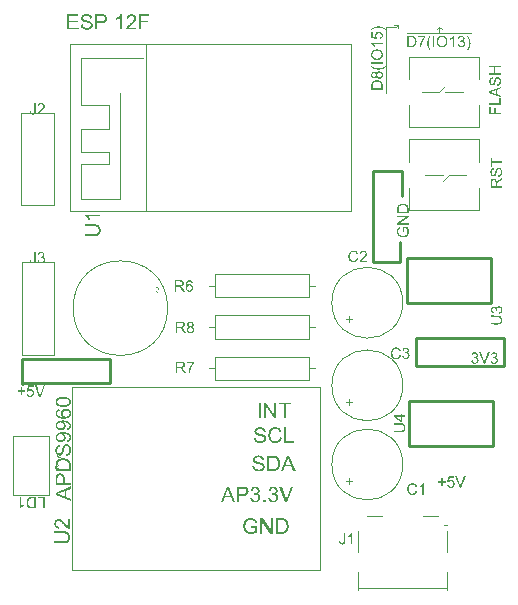
<source format=gto>
G04*
G04 #@! TF.GenerationSoftware,Altium Limited,Altium Designer,19.0.4 (130)*
G04*
G04 Layer_Color=65535*
%FSLAX25Y25*%
%MOIN*%
G70*
G01*
G75*
%ADD10C,0.00394*%
%ADD11C,0.01000*%
G36*
X121984Y187250D02*
X122044D01*
X122120Y187239D01*
X122202Y187234D01*
X122295Y187223D01*
X122393Y187206D01*
X122502Y187190D01*
X122726Y187141D01*
X122846Y187114D01*
X122966Y187075D01*
X123092Y187037D01*
X123212Y186988D01*
X123217Y186983D01*
X123239Y186977D01*
X123272Y186961D01*
X123321Y186939D01*
X123376Y186917D01*
X123441Y186884D01*
X123512Y186846D01*
X123594Y186808D01*
X123681Y186764D01*
X123769Y186715D01*
X123960Y186606D01*
X124156Y186480D01*
X124342Y186344D01*
Y186011D01*
X124337D01*
X124326Y186022D01*
X124309Y186032D01*
X124288Y186043D01*
X124255Y186060D01*
X124222Y186082D01*
X124178Y186103D01*
X124129Y186131D01*
X124020Y186191D01*
X123883Y186256D01*
X123736Y186322D01*
X123567Y186398D01*
X123387Y186469D01*
X123196Y186535D01*
X122988Y186600D01*
X122775Y186660D01*
X122557Y186709D01*
X122327Y186748D01*
X122098Y186770D01*
X121863Y186781D01*
X121858D01*
X121842D01*
X121814D01*
X121781D01*
X121738Y186775D01*
X121683D01*
X121629Y186770D01*
X121563Y186764D01*
X121492Y186759D01*
X121416Y186753D01*
X121257Y186731D01*
X121083Y186704D01*
X120902Y186666D01*
X120897D01*
X120886Y186660D01*
X120864Y186655D01*
X120837Y186650D01*
X120804Y186639D01*
X120760Y186628D01*
X120662Y186600D01*
X120553Y186568D01*
X120427Y186524D01*
X120291Y186475D01*
X120160Y186420D01*
X120154D01*
X120149Y186415D01*
X120133Y186409D01*
X120116Y186398D01*
X120089Y186387D01*
X120056Y186371D01*
X120023Y186355D01*
X119974Y186333D01*
X119925Y186305D01*
X119870Y186278D01*
X119805Y186246D01*
X119734Y186207D01*
X119658Y186164D01*
X119576Y186120D01*
X119483Y186065D01*
X119385Y186011D01*
Y186344D01*
X119390Y186349D01*
X119412Y186366D01*
X119450Y186387D01*
X119494Y186420D01*
X119554Y186464D01*
X119625Y186507D01*
X119701Y186557D01*
X119789Y186611D01*
X119887Y186671D01*
X119991Y186726D01*
X120094Y186786D01*
X120209Y186846D01*
X120444Y186955D01*
X120569Y187010D01*
X120689Y187054D01*
X120695D01*
X120717Y187065D01*
X120744Y187070D01*
X120788Y187086D01*
X120837Y187103D01*
X120897Y187119D01*
X120968Y187135D01*
X121044Y187157D01*
X121132Y187174D01*
X121224Y187190D01*
X121317Y187206D01*
X121421Y187223D01*
X121640Y187245D01*
X121863Y187256D01*
X121869D01*
X121896D01*
X121934D01*
X121984Y187250D01*
D02*
G37*
G36*
X122038Y185470D02*
X122082Y185465D01*
X122131Y185459D01*
X122191Y185448D01*
X122251Y185437D01*
X122393Y185405D01*
X122540Y185350D01*
X122617Y185317D01*
X122688Y185274D01*
X122764Y185230D01*
X122835Y185175D01*
X122841Y185170D01*
X122857Y185159D01*
X122879Y185137D01*
X122906Y185110D01*
X122939Y185072D01*
X122983Y185028D01*
X123021Y184973D01*
X123065Y184913D01*
X123108Y184848D01*
X123146Y184771D01*
X123185Y184689D01*
X123223Y184602D01*
X123250Y184509D01*
X123272Y184405D01*
X123288Y184296D01*
X123294Y184182D01*
Y184132D01*
X123288Y184094D01*
X123283Y184051D01*
X123277Y184001D01*
X123272Y183941D01*
X123256Y183881D01*
X123223Y183745D01*
X123174Y183608D01*
X123141Y183537D01*
X123103Y183466D01*
X123059Y183401D01*
X123010Y183335D01*
X123004Y183330D01*
X122999Y183319D01*
X122977Y183308D01*
X122955Y183286D01*
X122928Y183259D01*
X122895Y183231D01*
X122852Y183199D01*
X122802Y183171D01*
X122753Y183139D01*
X122693Y183106D01*
X122562Y183046D01*
X122409Y182997D01*
X122327Y182980D01*
X122240Y182969D01*
X122202Y183455D01*
X122207D01*
X122218D01*
X122235Y183461D01*
X122262Y183466D01*
X122322Y183483D01*
X122404Y183504D01*
X122486Y183537D01*
X122579Y183581D01*
X122661Y183636D01*
X122737Y183701D01*
X122742Y183712D01*
X122764Y183734D01*
X122792Y183777D01*
X122824Y183838D01*
X122857Y183903D01*
X122884Y183985D01*
X122906Y184078D01*
X122912Y184182D01*
Y184214D01*
X122906Y184236D01*
X122901Y184302D01*
X122879Y184378D01*
X122852Y184471D01*
X122808Y184564D01*
X122742Y184662D01*
X122704Y184706D01*
X122661Y184749D01*
X122655Y184755D01*
X122650Y184760D01*
X122633Y184771D01*
X122617Y184788D01*
X122557Y184826D01*
X122480Y184870D01*
X122388Y184908D01*
X122273Y184946D01*
X122136Y184973D01*
X122065Y184984D01*
X121989D01*
X121984D01*
X121973D01*
X121951D01*
X121923Y184979D01*
X121891D01*
X121852Y184973D01*
X121765Y184957D01*
X121661Y184930D01*
X121558Y184891D01*
X121459Y184837D01*
X121367Y184760D01*
X121361D01*
X121356Y184749D01*
X121328Y184722D01*
X121290Y184673D01*
X121246Y184607D01*
X121208Y184520D01*
X121170Y184422D01*
X121143Y184307D01*
X121132Y184242D01*
Y184138D01*
X121137Y184094D01*
X121143Y184040D01*
X121159Y183974D01*
X121175Y183909D01*
X121203Y183838D01*
X121235Y183767D01*
X121241Y183761D01*
X121252Y183739D01*
X121279Y183706D01*
X121306Y183663D01*
X121345Y183619D01*
X121394Y183575D01*
X121443Y183526D01*
X121503Y183488D01*
X121443Y183051D01*
X119499Y183417D01*
Y185295D01*
X119941D01*
Y183783D01*
X120962Y183581D01*
X120957Y183586D01*
X120951Y183597D01*
X120941Y183614D01*
X120924Y183641D01*
X120908Y183674D01*
X120886Y183712D01*
X120842Y183799D01*
X120799Y183909D01*
X120760Y184029D01*
X120733Y184160D01*
X120722Y184225D01*
Y184345D01*
X120728Y184378D01*
X120733Y184422D01*
X120739Y184471D01*
X120749Y184526D01*
X120766Y184586D01*
X120804Y184717D01*
X120831Y184788D01*
X120870Y184859D01*
X120908Y184930D01*
X120951Y185001D01*
X121006Y185066D01*
X121066Y185132D01*
X121072Y185137D01*
X121083Y185148D01*
X121099Y185164D01*
X121126Y185186D01*
X121165Y185213D01*
X121203Y185241D01*
X121252Y185274D01*
X121306Y185306D01*
X121367Y185334D01*
X121432Y185366D01*
X121508Y185394D01*
X121585Y185421D01*
X121667Y185443D01*
X121760Y185459D01*
X121852Y185470D01*
X121951Y185476D01*
X121956D01*
X121973D01*
X122000D01*
X122038Y185470D01*
D02*
G37*
G36*
X123228Y181315D02*
X120274D01*
X120280Y181310D01*
X120302Y181282D01*
X120334Y181249D01*
X120373Y181195D01*
X120422Y181135D01*
X120476Y181058D01*
X120537Y180971D01*
X120597Y180873D01*
Y180867D01*
X120602Y180862D01*
X120624Y180829D01*
X120651Y180774D01*
X120684Y180709D01*
X120722Y180633D01*
X120760Y180551D01*
X120799Y180469D01*
X120831Y180387D01*
X120384D01*
Y180392D01*
X120373Y180403D01*
X120367Y180425D01*
X120351Y180452D01*
X120334Y180485D01*
X120313Y180523D01*
X120258Y180616D01*
X120198Y180725D01*
X120122Y180835D01*
X120034Y180949D01*
X119941Y181064D01*
X119936Y181069D01*
X119931Y181075D01*
X119914Y181091D01*
X119898Y181113D01*
X119843Y181162D01*
X119778Y181228D01*
X119701Y181293D01*
X119614Y181364D01*
X119527Y181424D01*
X119434Y181479D01*
Y181779D01*
X123228D01*
Y181315D01*
D02*
G37*
G36*
X121448Y179573D02*
X121497D01*
X121558Y179568D01*
X121623Y179557D01*
X121694Y179551D01*
X121852Y179524D01*
X122027Y179481D01*
X122202Y179420D01*
X122289Y179388D01*
X122377Y179344D01*
X122382D01*
X122398Y179333D01*
X122420Y179322D01*
X122453Y179300D01*
X122491Y179279D01*
X122529Y179251D01*
X122633Y179175D01*
X122742Y179082D01*
X122857Y178973D01*
X122966Y178842D01*
X123065Y178689D01*
Y178683D01*
X123075Y178672D01*
X123086Y178645D01*
X123103Y178612D01*
X123119Y178574D01*
X123135Y178531D01*
X123157Y178476D01*
X123179Y178416D01*
X123201Y178350D01*
X123223Y178279D01*
X123256Y178121D01*
X123283Y177952D01*
X123294Y177771D01*
Y177717D01*
X123288Y177684D01*
Y177635D01*
X123277Y177580D01*
X123272Y177520D01*
X123261Y177449D01*
X123228Y177302D01*
X123185Y177144D01*
X123119Y176980D01*
X123081Y176898D01*
X123037Y176816D01*
X123032Y176811D01*
X123026Y176800D01*
X123010Y176778D01*
X122988Y176745D01*
X122966Y176712D01*
X122933Y176674D01*
X122852Y176581D01*
X122753Y176478D01*
X122633Y176368D01*
X122497Y176270D01*
X122338Y176177D01*
X122333D01*
X122317Y176166D01*
X122295Y176155D01*
X122262Y176145D01*
X122218Y176128D01*
X122169Y176112D01*
X122115Y176090D01*
X122054Y176074D01*
X121984Y176052D01*
X121913Y176030D01*
X121749Y175997D01*
X121579Y175975D01*
X121394Y175964D01*
X121388D01*
X121383D01*
X121350D01*
X121301Y175970D01*
X121235D01*
X121159Y175981D01*
X121066Y175992D01*
X120962Y176008D01*
X120853Y176030D01*
X120739Y176052D01*
X120618Y176084D01*
X120498Y176128D01*
X120373Y176177D01*
X120253Y176232D01*
X120133Y176303D01*
X120023Y176379D01*
X119920Y176467D01*
X119914Y176472D01*
X119898Y176488D01*
X119870Y176521D01*
X119838Y176559D01*
X119794Y176609D01*
X119750Y176669D01*
X119701Y176740D01*
X119652Y176821D01*
X119603Y176909D01*
X119554Y177007D01*
X119510Y177116D01*
X119466Y177231D01*
X119434Y177357D01*
X119406Y177488D01*
X119390Y177624D01*
X119385Y177771D01*
Y177821D01*
X119390Y177859D01*
Y177908D01*
X119395Y177957D01*
X119406Y178023D01*
X119417Y178088D01*
X119445Y178230D01*
X119488Y178394D01*
X119554Y178552D01*
X119592Y178634D01*
X119636Y178716D01*
X119641Y178722D01*
X119647Y178733D01*
X119663Y178754D01*
X119679Y178787D01*
X119707Y178820D01*
X119739Y178864D01*
X119816Y178956D01*
X119914Y179055D01*
X120034Y179164D01*
X120176Y179268D01*
X120334Y179355D01*
X120340D01*
X120356Y179366D01*
X120378Y179377D01*
X120411Y179388D01*
X120455Y179410D01*
X120504Y179426D01*
X120564Y179448D01*
X120629Y179470D01*
X120700Y179486D01*
X120777Y179508D01*
X120864Y179530D01*
X120951Y179546D01*
X121143Y179568D01*
X121350Y179579D01*
X121356D01*
X121377D01*
X121405D01*
X121448Y179573D01*
D02*
G37*
G36*
X123228Y174730D02*
X119450D01*
Y175233D01*
X123228D01*
Y174730D01*
D02*
G37*
G36*
X124342Y173715D02*
X124337Y173709D01*
X124320Y173698D01*
X124293Y173677D01*
X124255Y173649D01*
X124211Y173617D01*
X124156Y173578D01*
X124091Y173535D01*
X124020Y173491D01*
X123938Y173436D01*
X123851Y173387D01*
X123758Y173333D01*
X123660Y173278D01*
X123556Y173223D01*
X123447Y173169D01*
X123212Y173065D01*
X123206Y173059D01*
X123185Y173054D01*
X123146Y173043D01*
X123097Y173027D01*
X123037Y173005D01*
X122972Y172983D01*
X122890Y172961D01*
X122797Y172934D01*
X122704Y172912D01*
X122595Y172885D01*
X122486Y172863D01*
X122371Y172847D01*
X122120Y172814D01*
X121994Y172808D01*
X121863Y172803D01*
X121858D01*
X121836D01*
X121803D01*
X121760Y172808D01*
X121705D01*
X121640Y172814D01*
X121569Y172819D01*
X121487Y172830D01*
X121399Y172836D01*
X121306Y172852D01*
X121110Y172885D01*
X120902Y172934D01*
X120689Y173000D01*
X120684Y173005D01*
X120662Y173010D01*
X120624Y173021D01*
X120575Y173043D01*
X120520Y173065D01*
X120449Y173098D01*
X120367Y173136D01*
X120280Y173174D01*
X120187Y173223D01*
X120083Y173273D01*
X119974Y173333D01*
X119865Y173398D01*
X119745Y173469D01*
X119625Y173546D01*
X119505Y173627D01*
X119385Y173715D01*
Y174048D01*
X119390Y174042D01*
X119406Y174037D01*
X119434Y174021D01*
X119472Y173999D01*
X119516Y173971D01*
X119570Y173944D01*
X119685Y173879D01*
X119810Y173808D01*
X119936Y173742D01*
X120056Y173677D01*
X120105Y173655D01*
X120154Y173633D01*
X120160D01*
X120171Y173627D01*
X120187Y173617D01*
X120214Y173606D01*
X120247Y173595D01*
X120285Y173578D01*
X120329Y173562D01*
X120378Y173546D01*
X120493Y173502D01*
X120618Y173464D01*
X120755Y173425D01*
X120897Y173387D01*
X120902D01*
X120919Y173382D01*
X120946Y173376D01*
X120979Y173371D01*
X121022Y173360D01*
X121077Y173354D01*
X121132Y173344D01*
X121197Y173333D01*
X121268Y173322D01*
X121345Y173311D01*
X121508Y173294D01*
X121683Y173283D01*
X121863Y173278D01*
X121869D01*
X121880D01*
X121896D01*
X121918D01*
X121951Y173283D01*
X121984D01*
X122027Y173289D01*
X122076D01*
X122191Y173300D01*
X122322Y173316D01*
X122475Y173344D01*
X122639Y173376D01*
X122819Y173415D01*
X123015Y173464D01*
X123223Y173529D01*
X123436Y173606D01*
X123654Y173693D01*
X123883Y173791D01*
X124113Y173911D01*
X124342Y174048D01*
Y173715D01*
D02*
G37*
G36*
X122235Y172241D02*
X122273Y172235D01*
X122322Y172230D01*
X122377Y172219D01*
X122437Y172202D01*
X122562Y172164D01*
X122633Y172137D01*
X122699Y172099D01*
X122770Y172060D01*
X122835Y172017D01*
X122901Y171962D01*
X122966Y171902D01*
X122972Y171897D01*
X122983Y171886D01*
X122999Y171869D01*
X123015Y171842D01*
X123043Y171804D01*
X123070Y171765D01*
X123097Y171716D01*
X123130Y171662D01*
X123163Y171602D01*
X123190Y171531D01*
X123217Y171454D01*
X123245Y171378D01*
X123261Y171291D01*
X123277Y171198D01*
X123288Y171105D01*
X123294Y171001D01*
Y170947D01*
X123288Y170908D01*
X123283Y170859D01*
X123277Y170805D01*
X123267Y170745D01*
X123250Y170679D01*
X123212Y170532D01*
X123185Y170455D01*
X123157Y170384D01*
X123119Y170308D01*
X123075Y170231D01*
X123026Y170160D01*
X122966Y170095D01*
X122961Y170089D01*
X122950Y170078D01*
X122933Y170062D01*
X122906Y170040D01*
X122873Y170018D01*
X122835Y169986D01*
X122792Y169958D01*
X122737Y169925D01*
X122682Y169893D01*
X122617Y169866D01*
X122480Y169811D01*
X122398Y169789D01*
X122317Y169773D01*
X122229Y169762D01*
X122142Y169756D01*
X122136D01*
X122125D01*
X122104D01*
X122082Y169762D01*
X122049D01*
X122011Y169767D01*
X121923Y169778D01*
X121825Y169800D01*
X121727Y169833D01*
X121623Y169882D01*
X121525Y169942D01*
X121519D01*
X121514Y169953D01*
X121487Y169975D01*
X121443Y170018D01*
X121388Y170078D01*
X121334Y170155D01*
X121274Y170248D01*
X121224Y170351D01*
X121186Y170477D01*
Y170472D01*
X121181Y170466D01*
X121175Y170450D01*
X121165Y170428D01*
X121143Y170379D01*
X121110Y170313D01*
X121066Y170242D01*
X121012Y170171D01*
X120951Y170106D01*
X120886Y170046D01*
X120875Y170040D01*
X120853Y170024D01*
X120810Y170002D01*
X120755Y169980D01*
X120684Y169953D01*
X120602Y169931D01*
X120509Y169915D01*
X120411Y169909D01*
X120405D01*
X120395D01*
X120373D01*
X120340Y169915D01*
X120307Y169920D01*
X120264Y169925D01*
X120171Y169947D01*
X120062Y169980D01*
X119947Y170035D01*
X119887Y170068D01*
X119827Y170106D01*
X119772Y170155D01*
X119718Y170204D01*
X119712Y170209D01*
X119707Y170220D01*
X119690Y170237D01*
X119674Y170259D01*
X119652Y170286D01*
X119630Y170324D01*
X119603Y170368D01*
X119576Y170411D01*
X119548Y170466D01*
X119521Y170526D01*
X119499Y170592D01*
X119477Y170663D01*
X119445Y170816D01*
X119439Y170903D01*
X119434Y170990D01*
Y171039D01*
X119439Y171072D01*
X119445Y171116D01*
X119450Y171165D01*
X119456Y171220D01*
X119472Y171274D01*
X119505Y171405D01*
X119554Y171536D01*
X119587Y171602D01*
X119625Y171667D01*
X119674Y171727D01*
X119723Y171787D01*
X119729Y171793D01*
X119734Y171798D01*
X119750Y171815D01*
X119772Y171836D01*
X119805Y171858D01*
X119838Y171886D01*
X119920Y171940D01*
X120023Y171995D01*
X120143Y172044D01*
X120280Y172082D01*
X120351Y172088D01*
X120427Y172093D01*
X120433D01*
X120438D01*
X120471D01*
X120520Y172088D01*
X120580Y172077D01*
X120657Y172060D01*
X120733Y172033D01*
X120810Y172000D01*
X120886Y171951D01*
X120897Y171946D01*
X120919Y171924D01*
X120951Y171891D01*
X120995Y171847D01*
X121044Y171787D01*
X121093Y171716D01*
X121143Y171634D01*
X121186Y171536D01*
Y171542D01*
X121192Y171553D01*
X121197Y171569D01*
X121208Y171591D01*
X121235Y171656D01*
X121274Y171733D01*
X121328Y171815D01*
X121388Y171902D01*
X121465Y171984D01*
X121552Y172060D01*
X121558D01*
X121563Y172066D01*
X121596Y172088D01*
X121650Y172120D01*
X121721Y172153D01*
X121809Y172186D01*
X121913Y172219D01*
X122027Y172241D01*
X122153Y172246D01*
X122158D01*
X122175D01*
X122202D01*
X122235Y172241D01*
D02*
G37*
G36*
X121432Y169259D02*
X121476D01*
X121579Y169254D01*
X121700Y169238D01*
X121825Y169221D01*
X121956Y169194D01*
X122087Y169161D01*
X122093D01*
X122104Y169156D01*
X122120Y169150D01*
X122142Y169145D01*
X122202Y169123D01*
X122278Y169090D01*
X122366Y169057D01*
X122453Y169014D01*
X122546Y168959D01*
X122633Y168904D01*
X122644Y168899D01*
X122671Y168877D01*
X122710Y168844D01*
X122759Y168801D01*
X122813Y168752D01*
X122868Y168692D01*
X122928Y168631D01*
X122977Y168561D01*
X122983Y168550D01*
X122999Y168528D01*
X123021Y168490D01*
X123048Y168435D01*
X123081Y168369D01*
X123108Y168293D01*
X123141Y168206D01*
X123168Y168107D01*
Y168096D01*
X123174Y168080D01*
X123179Y168064D01*
X123185Y168009D01*
X123196Y167933D01*
X123206Y167845D01*
X123217Y167742D01*
X123223Y167627D01*
X123228Y167501D01*
Y166142D01*
X119450D01*
Y167594D01*
X119456Y167692D01*
X119461Y167802D01*
X119472Y167911D01*
X119488Y168020D01*
X119505Y168113D01*
Y168118D01*
X119510Y168129D01*
Y168146D01*
X119521Y168167D01*
X119537Y168227D01*
X119565Y168304D01*
X119603Y168391D01*
X119652Y168484D01*
X119707Y168577D01*
X119778Y168664D01*
X119783Y168670D01*
X119789Y168675D01*
X119805Y168692D01*
X119821Y168713D01*
X119876Y168768D01*
X119952Y168833D01*
X120045Y168904D01*
X120154Y168981D01*
X120280Y169052D01*
X120422Y169112D01*
X120427D01*
X120438Y169117D01*
X120460Y169128D01*
X120493Y169134D01*
X120531Y169150D01*
X120575Y169161D01*
X120624Y169172D01*
X120684Y169188D01*
X120744Y169205D01*
X120815Y169216D01*
X120968Y169243D01*
X121137Y169259D01*
X121323Y169265D01*
X121328D01*
X121339D01*
X121367D01*
X121394D01*
X121432Y169259D01*
D02*
G37*
G36*
X149541Y184104D02*
X149612Y184093D01*
X149700Y184077D01*
X149798Y184050D01*
X149896Y184017D01*
X149995Y183973D01*
X150000D01*
X150005Y183968D01*
X150038Y183951D01*
X150087Y183919D01*
X150142Y183880D01*
X150207Y183826D01*
X150273Y183766D01*
X150339Y183695D01*
X150393Y183613D01*
X150399Y183602D01*
X150415Y183575D01*
X150437Y183525D01*
X150464Y183465D01*
X150491Y183394D01*
X150513Y183312D01*
X150530Y183220D01*
X150535Y183127D01*
Y183116D01*
Y183083D01*
X150530Y183039D01*
X150519Y182979D01*
X150502Y182908D01*
X150475Y182832D01*
X150442Y182756D01*
X150399Y182679D01*
X150393Y182668D01*
X150377Y182646D01*
X150344Y182608D01*
X150300Y182564D01*
X150246Y182515D01*
X150180Y182461D01*
X150104Y182412D01*
X150011Y182362D01*
X150016D01*
X150027Y182357D01*
X150044Y182352D01*
X150066Y182346D01*
X150126Y182324D01*
X150202Y182291D01*
X150289Y182248D01*
X150377Y182193D01*
X150459Y182122D01*
X150535Y182040D01*
X150541Y182029D01*
X150562Y181997D01*
X150595Y181942D01*
X150628Y181871D01*
X150661Y181784D01*
X150694Y181680D01*
X150715Y181560D01*
X150721Y181429D01*
Y181423D01*
Y181407D01*
Y181380D01*
X150715Y181347D01*
X150710Y181303D01*
X150699Y181254D01*
X150688Y181200D01*
X150677Y181139D01*
X150633Y181008D01*
X150601Y180937D01*
X150568Y180872D01*
X150524Y180801D01*
X150475Y180730D01*
X150420Y180659D01*
X150355Y180593D01*
X150349Y180588D01*
X150339Y180577D01*
X150317Y180561D01*
X150289Y180539D01*
X150257Y180511D01*
X150213Y180484D01*
X150164Y180452D01*
X150104Y180424D01*
X150044Y180391D01*
X149973Y180359D01*
X149902Y180331D01*
X149820Y180304D01*
X149732Y180282D01*
X149640Y180266D01*
X149547Y180255D01*
X149443Y180249D01*
X149394D01*
X149361Y180255D01*
X149318Y180260D01*
X149268Y180266D01*
X149214Y180277D01*
X149154Y180288D01*
X149023Y180320D01*
X148886Y180375D01*
X148815Y180408D01*
X148750Y180446D01*
X148684Y180495D01*
X148619Y180544D01*
X148613Y180550D01*
X148602Y180561D01*
X148586Y180577D01*
X148570Y180599D01*
X148542Y180626D01*
X148515Y180664D01*
X148482Y180703D01*
X148449Y180752D01*
X148417Y180806D01*
X148384Y180861D01*
X148324Y180992D01*
X148275Y181145D01*
X148258Y181227D01*
X148247Y181314D01*
X148712Y181374D01*
Y181369D01*
X148717Y181358D01*
X148722Y181336D01*
X148728Y181309D01*
X148733Y181276D01*
X148744Y181238D01*
X148772Y181156D01*
X148810Y181058D01*
X148859Y180965D01*
X148914Y180877D01*
X148979Y180801D01*
X148990Y180795D01*
X149012Y180774D01*
X149055Y180746D01*
X149110Y180719D01*
X149176Y180686D01*
X149258Y180659D01*
X149350Y180637D01*
X149449Y180632D01*
X149481D01*
X149503Y180637D01*
X149563Y180643D01*
X149640Y180659D01*
X149727Y180686D01*
X149820Y180725D01*
X149913Y180779D01*
X150000Y180856D01*
X150011Y180866D01*
X150038Y180899D01*
X150071Y180948D01*
X150115Y181014D01*
X150158Y181096D01*
X150191Y181189D01*
X150218Y181298D01*
X150229Y181418D01*
Y181423D01*
Y181434D01*
Y181451D01*
X150224Y181473D01*
X150218Y181533D01*
X150202Y181604D01*
X150180Y181691D01*
X150142Y181778D01*
X150087Y181866D01*
X150016Y181948D01*
X150005Y181958D01*
X149978Y181980D01*
X149934Y182013D01*
X149874Y182051D01*
X149798Y182089D01*
X149705Y182122D01*
X149601Y182144D01*
X149487Y182155D01*
X149438D01*
X149399Y182150D01*
X149350Y182144D01*
X149296Y182133D01*
X149230Y182122D01*
X149159Y182106D01*
X149214Y182515D01*
X149241D01*
X149263Y182510D01*
X149334D01*
X149394Y182521D01*
X149465Y182532D01*
X149547Y182548D01*
X149640Y182575D01*
X149727Y182614D01*
X149820Y182663D01*
X149825D01*
X149831Y182668D01*
X149858Y182690D01*
X149896Y182728D01*
X149940Y182777D01*
X149984Y182848D01*
X150022Y182930D01*
X150049Y183023D01*
X150060Y183078D01*
Y183138D01*
Y183143D01*
Y183149D01*
Y183182D01*
X150049Y183225D01*
X150038Y183285D01*
X150016Y183351D01*
X149989Y183422D01*
X149945Y183493D01*
X149885Y183558D01*
X149880Y183564D01*
X149853Y183586D01*
X149814Y183613D01*
X149765Y183646D01*
X149700Y183673D01*
X149623Y183700D01*
X149536Y183722D01*
X149438Y183728D01*
X149394D01*
X149345Y183716D01*
X149279Y183706D01*
X149208Y183684D01*
X149137Y183657D01*
X149061Y183613D01*
X148990Y183558D01*
X148985Y183553D01*
X148963Y183525D01*
X148930Y183487D01*
X148892Y183433D01*
X148853Y183362D01*
X148815Y183274D01*
X148782Y183170D01*
X148761Y183050D01*
X148296Y183132D01*
Y183138D01*
X148302Y183154D01*
X148307Y183176D01*
X148313Y183209D01*
X148324Y183247D01*
X148340Y183291D01*
X148373Y183394D01*
X148427Y183514D01*
X148493Y183635D01*
X148575Y183749D01*
X148679Y183853D01*
X148684Y183859D01*
X148695Y183864D01*
X148712Y183875D01*
X148733Y183891D01*
X148761Y183913D01*
X148799Y183935D01*
X148837Y183957D01*
X148886Y183984D01*
X148995Y184028D01*
X149121Y184071D01*
X149268Y184099D01*
X149345Y184110D01*
X149481D01*
X149541Y184104D01*
D02*
G37*
G36*
X147052Y180315D02*
X146588D01*
Y183269D01*
X146582Y183263D01*
X146555Y183241D01*
X146522Y183209D01*
X146467Y183170D01*
X146407Y183121D01*
X146331Y183067D01*
X146244Y183007D01*
X146145Y182947D01*
X146140D01*
X146134Y182941D01*
X146102Y182919D01*
X146047Y182892D01*
X145982Y182859D01*
X145905Y182821D01*
X145823Y182783D01*
X145741Y182745D01*
X145659Y182712D01*
Y183160D01*
X145665D01*
X145676Y183170D01*
X145698Y183176D01*
X145725Y183192D01*
X145758Y183209D01*
X145796Y183231D01*
X145889Y183285D01*
X145998Y183345D01*
X146107Y183422D01*
X146222Y183509D01*
X146336Y183602D01*
X146342Y183607D01*
X146347Y183613D01*
X146364Y183629D01*
X146386Y183646D01*
X146435Y183700D01*
X146500Y183766D01*
X146566Y183842D01*
X146637Y183930D01*
X146697Y184017D01*
X146751Y184110D01*
X147052D01*
Y180315D01*
D02*
G37*
G36*
X140505D02*
X140003D01*
Y184093D01*
X140505D01*
Y180315D01*
D02*
G37*
G36*
X137513Y183678D02*
X137507Y183673D01*
X137497Y183662D01*
X137475Y183640D01*
X137453Y183607D01*
X137420Y183569D01*
X137376Y183525D01*
X137333Y183471D01*
X137284Y183405D01*
X137234Y183340D01*
X137174Y183263D01*
X137114Y183176D01*
X137054Y183089D01*
X136989Y182990D01*
X136923Y182887D01*
X136858Y182772D01*
X136792Y182657D01*
X136787Y182652D01*
X136776Y182630D01*
X136759Y182597D01*
X136732Y182548D01*
X136705Y182488D01*
X136672Y182422D01*
X136634Y182346D01*
X136596Y182259D01*
X136552Y182160D01*
X136503Y182062D01*
X136459Y181953D01*
X136416Y181838D01*
X136328Y181604D01*
X136246Y181352D01*
Y181347D01*
X136241Y181331D01*
X136235Y181303D01*
X136224Y181271D01*
X136214Y181227D01*
X136203Y181172D01*
X136186Y181112D01*
X136175Y181047D01*
X136159Y180970D01*
X136143Y180888D01*
X136115Y180713D01*
X136088Y180522D01*
X136072Y180315D01*
X135597D01*
Y180320D01*
Y180337D01*
Y180359D01*
X135602Y180391D01*
Y180435D01*
X135608Y180490D01*
X135613Y180550D01*
X135618Y180615D01*
X135629Y180692D01*
X135640Y180768D01*
X135657Y180861D01*
X135673Y180954D01*
X135689Y181052D01*
X135711Y181161D01*
X135766Y181385D01*
Y181391D01*
X135771Y181412D01*
X135782Y181445D01*
X135799Y181494D01*
X135815Y181549D01*
X135837Y181614D01*
X135859Y181691D01*
X135891Y181773D01*
X135924Y181866D01*
X135957Y181958D01*
X136039Y182166D01*
X136137Y182384D01*
X136246Y182603D01*
X136252Y182608D01*
X136263Y182630D01*
X136279Y182657D01*
X136301Y182701D01*
X136328Y182750D01*
X136366Y182810D01*
X136405Y182876D01*
X136448Y182947D01*
X136552Y183105D01*
X136661Y183269D01*
X136787Y183438D01*
X136918Y183596D01*
X135067D01*
Y184044D01*
X137513D01*
Y183678D01*
D02*
G37*
G36*
X132965Y184088D02*
X133074Y184082D01*
X133183Y184071D01*
X133292Y184055D01*
X133385Y184039D01*
X133391D01*
X133402Y184033D01*
X133418D01*
X133440Y184022D01*
X133500Y184006D01*
X133576Y183979D01*
X133664Y183940D01*
X133756Y183891D01*
X133849Y183837D01*
X133937Y183766D01*
X133942Y183760D01*
X133948Y183755D01*
X133964Y183738D01*
X133986Y183722D01*
X134040Y183667D01*
X134106Y183591D01*
X134177Y183498D01*
X134253Y183389D01*
X134324Y183263D01*
X134384Y183121D01*
Y183116D01*
X134390Y183105D01*
X134401Y183083D01*
X134406Y183050D01*
X134423Y183012D01*
X134434Y182968D01*
X134444Y182919D01*
X134461Y182859D01*
X134477Y182799D01*
X134488Y182728D01*
X134516Y182575D01*
X134532Y182406D01*
X134537Y182220D01*
Y182215D01*
Y182204D01*
Y182177D01*
Y182150D01*
X134532Y182111D01*
Y182068D01*
X134526Y181964D01*
X134510Y181844D01*
X134494Y181718D01*
X134466Y181587D01*
X134434Y181456D01*
Y181451D01*
X134428Y181440D01*
X134423Y181423D01*
X134417Y181402D01*
X134395Y181341D01*
X134363Y181265D01*
X134330Y181178D01*
X134286Y181090D01*
X134231Y180998D01*
X134177Y180910D01*
X134171Y180899D01*
X134150Y180872D01*
X134117Y180834D01*
X134073Y180784D01*
X134024Y180730D01*
X133964Y180675D01*
X133904Y180615D01*
X133833Y180566D01*
X133822Y180561D01*
X133800Y180544D01*
X133762Y180522D01*
X133707Y180495D01*
X133642Y180462D01*
X133565Y180435D01*
X133478Y180402D01*
X133380Y180375D01*
X133369D01*
X133352Y180370D01*
X133336Y180364D01*
X133282Y180359D01*
X133205Y180348D01*
X133118Y180337D01*
X133014Y180326D01*
X132899Y180320D01*
X132774Y180315D01*
X131414D01*
Y184093D01*
X132867D01*
X132965Y184088D01*
D02*
G37*
G36*
X143131Y184153D02*
X143181D01*
X143230Y184148D01*
X143295Y184137D01*
X143361Y184126D01*
X143503Y184099D01*
X143666Y184055D01*
X143825Y183990D01*
X143907Y183951D01*
X143989Y183908D01*
X143994Y183902D01*
X144005Y183897D01*
X144027Y183880D01*
X144060Y183864D01*
X144092Y183837D01*
X144136Y183804D01*
X144229Y183728D01*
X144327Y183629D01*
X144436Y183509D01*
X144540Y183367D01*
X144627Y183209D01*
Y183203D01*
X144638Y183187D01*
X144649Y183165D01*
X144660Y183132D01*
X144682Y183089D01*
X144698Y183039D01*
X144720Y182979D01*
X144742Y182914D01*
X144758Y182843D01*
X144780Y182766D01*
X144802Y182679D01*
X144818Y182592D01*
X144840Y182401D01*
X144851Y182193D01*
Y182188D01*
Y182166D01*
Y182139D01*
X144846Y182095D01*
Y182046D01*
X144840Y181986D01*
X144829Y181920D01*
X144824Y181849D01*
X144797Y181691D01*
X144753Y181516D01*
X144693Y181341D01*
X144660Y181254D01*
X144616Y181167D01*
Y181161D01*
X144606Y181145D01*
X144595Y181123D01*
X144573Y181090D01*
X144551Y181052D01*
X144524Y181014D01*
X144447Y180910D01*
X144354Y180801D01*
X144245Y180686D01*
X144114Y180577D01*
X143961Y180479D01*
X143956D01*
X143945Y180468D01*
X143918Y180457D01*
X143885Y180440D01*
X143847Y180424D01*
X143803Y180408D01*
X143748Y180386D01*
X143688Y180364D01*
X143623Y180342D01*
X143552Y180320D01*
X143393Y180288D01*
X143224Y180260D01*
X143044Y180249D01*
X142989D01*
X142957Y180255D01*
X142908D01*
X142853Y180266D01*
X142793Y180271D01*
X142722Y180282D01*
X142574Y180315D01*
X142416Y180359D01*
X142252Y180424D01*
X142170Y180462D01*
X142088Y180506D01*
X142083Y180511D01*
X142072Y180517D01*
X142050Y180533D01*
X142017Y180555D01*
X141985Y180577D01*
X141946Y180610D01*
X141854Y180692D01*
X141750Y180790D01*
X141641Y180910D01*
X141542Y181047D01*
X141450Y181205D01*
Y181210D01*
X141439Y181227D01*
X141428Y181249D01*
X141417Y181281D01*
X141401Y181325D01*
X141384Y181374D01*
X141362Y181429D01*
X141346Y181489D01*
X141324Y181560D01*
X141302Y181631D01*
X141270Y181795D01*
X141248Y181964D01*
X141237Y182150D01*
Y182155D01*
Y182160D01*
Y182193D01*
X141242Y182242D01*
Y182308D01*
X141253Y182384D01*
X141264Y182477D01*
X141280Y182581D01*
X141302Y182690D01*
X141324Y182805D01*
X141357Y182925D01*
X141401Y183045D01*
X141450Y183170D01*
X141504Y183291D01*
X141575Y183411D01*
X141652Y183520D01*
X141739Y183624D01*
X141744Y183629D01*
X141761Y183646D01*
X141794Y183673D01*
X141832Y183706D01*
X141881Y183749D01*
X141941Y183793D01*
X142012Y183842D01*
X142094Y183891D01*
X142181Y183940D01*
X142280Y183990D01*
X142389Y184033D01*
X142503Y184077D01*
X142629Y184110D01*
X142760Y184137D01*
X142897Y184153D01*
X143044Y184159D01*
X143093D01*
X143131Y184153D01*
D02*
G37*
G36*
X151622D02*
X151638Y184132D01*
X151660Y184093D01*
X151693Y184050D01*
X151736Y183990D01*
X151780Y183919D01*
X151829Y183842D01*
X151884Y183755D01*
X151944Y183657D01*
X151998Y183553D01*
X152058Y183449D01*
X152119Y183334D01*
X152228Y183100D01*
X152282Y182974D01*
X152326Y182854D01*
Y182848D01*
X152337Y182827D01*
X152342Y182799D01*
X152359Y182756D01*
X152375Y182706D01*
X152392Y182646D01*
X152408Y182575D01*
X152430Y182499D01*
X152446Y182412D01*
X152462Y182319D01*
X152479Y182226D01*
X152495Y182122D01*
X152517Y181904D01*
X152528Y181680D01*
Y181675D01*
Y181647D01*
Y181609D01*
X152523Y181560D01*
Y181500D01*
X152512Y181423D01*
X152506Y181341D01*
X152495Y181249D01*
X152479Y181150D01*
X152462Y181041D01*
X152413Y180817D01*
X152386Y180697D01*
X152348Y180577D01*
X152310Y180452D01*
X152260Y180331D01*
X152255Y180326D01*
X152250Y180304D01*
X152233Y180271D01*
X152211Y180222D01*
X152190Y180167D01*
X152157Y180102D01*
X152119Y180031D01*
X152080Y179949D01*
X152037Y179862D01*
X151988Y179774D01*
X151878Y179583D01*
X151753Y179387D01*
X151616Y179201D01*
X151283D01*
Y179207D01*
X151294Y179218D01*
X151305Y179234D01*
X151316Y179256D01*
X151332Y179288D01*
X151354Y179321D01*
X151376Y179365D01*
X151403Y179414D01*
X151463Y179523D01*
X151529Y179660D01*
X151594Y179807D01*
X151671Y179976D01*
X151742Y180157D01*
X151807Y180348D01*
X151873Y180555D01*
X151933Y180768D01*
X151982Y180986D01*
X152020Y181216D01*
X152042Y181445D01*
X152053Y181680D01*
Y181685D01*
Y181702D01*
Y181729D01*
Y181762D01*
X152048Y181806D01*
Y181860D01*
X152042Y181915D01*
X152037Y181980D01*
X152031Y182051D01*
X152026Y182128D01*
X152004Y182286D01*
X151977Y182461D01*
X151938Y182641D01*
Y182646D01*
X151933Y182657D01*
X151927Y182679D01*
X151922Y182706D01*
X151911Y182739D01*
X151900Y182783D01*
X151873Y182881D01*
X151840Y182990D01*
X151796Y183116D01*
X151747Y183252D01*
X151693Y183384D01*
Y183389D01*
X151687Y183394D01*
X151682Y183411D01*
X151671Y183427D01*
X151660Y183455D01*
X151644Y183487D01*
X151627Y183520D01*
X151605Y183569D01*
X151578Y183618D01*
X151551Y183673D01*
X151518Y183738D01*
X151480Y183809D01*
X151436Y183886D01*
X151392Y183968D01*
X151338Y184061D01*
X151283Y184159D01*
X151616D01*
X151622Y184153D01*
D02*
G37*
G36*
X139315D02*
X139309Y184137D01*
X139293Y184110D01*
X139271Y184071D01*
X139244Y184028D01*
X139216Y183973D01*
X139151Y183859D01*
X139080Y183733D01*
X139014Y183607D01*
X138949Y183487D01*
X138927Y183438D01*
X138905Y183389D01*
Y183384D01*
X138900Y183373D01*
X138889Y183356D01*
X138878Y183329D01*
X138867Y183296D01*
X138851Y183258D01*
X138834Y183214D01*
X138818Y183165D01*
X138774Y183050D01*
X138736Y182925D01*
X138698Y182788D01*
X138660Y182646D01*
Y182641D01*
X138654Y182624D01*
X138649Y182597D01*
X138643Y182564D01*
X138632Y182521D01*
X138627Y182466D01*
X138616Y182412D01*
X138605Y182346D01*
X138594Y182275D01*
X138583Y182199D01*
X138567Y182035D01*
X138556Y181860D01*
X138550Y181680D01*
Y181675D01*
Y181664D01*
Y181647D01*
Y181625D01*
X138556Y181593D01*
Y181560D01*
X138561Y181516D01*
Y181467D01*
X138572Y181352D01*
X138589Y181221D01*
X138616Y181068D01*
X138649Y180905D01*
X138687Y180725D01*
X138736Y180528D01*
X138802Y180320D01*
X138878Y180107D01*
X138965Y179889D01*
X139064Y179660D01*
X139184Y179430D01*
X139320Y179201D01*
X138987D01*
X138982Y179207D01*
X138971Y179223D01*
X138949Y179250D01*
X138922Y179288D01*
X138889Y179332D01*
X138851Y179387D01*
X138807Y179452D01*
X138763Y179523D01*
X138709Y179605D01*
X138660Y179692D01*
X138605Y179785D01*
X138550Y179884D01*
X138496Y179987D01*
X138441Y180097D01*
X138338Y180331D01*
X138332Y180337D01*
X138327Y180359D01*
X138316Y180397D01*
X138299Y180446D01*
X138277Y180506D01*
X138256Y180572D01*
X138234Y180654D01*
X138206Y180746D01*
X138185Y180839D01*
X138157Y180948D01*
X138135Y181058D01*
X138119Y181172D01*
X138086Y181423D01*
X138081Y181549D01*
X138075Y181680D01*
Y181685D01*
Y181707D01*
Y181740D01*
X138081Y181784D01*
Y181838D01*
X138086Y181904D01*
X138092Y181975D01*
X138103Y182057D01*
X138108Y182144D01*
X138125Y182237D01*
X138157Y182433D01*
X138206Y182641D01*
X138272Y182854D01*
X138277Y182859D01*
X138283Y182881D01*
X138294Y182919D01*
X138316Y182968D01*
X138338Y183023D01*
X138370Y183094D01*
X138408Y183176D01*
X138447Y183263D01*
X138496Y183356D01*
X138545Y183460D01*
X138605Y183569D01*
X138671Y183678D01*
X138742Y183798D01*
X138818Y183919D01*
X138900Y184039D01*
X138987Y184159D01*
X139320D01*
X139315Y184153D01*
D02*
G37*
G36*
X24686Y191345D02*
X24737D01*
X24875Y191331D01*
X25028Y191309D01*
X25189Y191272D01*
X25364Y191229D01*
X25524Y191170D01*
X25532D01*
X25546Y191163D01*
X25568Y191148D01*
X25597Y191134D01*
X25670Y191097D01*
X25765Y191032D01*
X25874Y190959D01*
X25983Y190864D01*
X26085Y190755D01*
X26180Y190631D01*
Y190624D01*
X26188Y190616D01*
X26202Y190594D01*
X26217Y190573D01*
X26253Y190500D01*
X26297Y190405D01*
X26348Y190288D01*
X26384Y190150D01*
X26421Y190004D01*
X26435Y189844D01*
X25794Y189793D01*
Y189800D01*
Y189814D01*
X25787Y189836D01*
X25779Y189873D01*
X25758Y189953D01*
X25728Y190062D01*
X25685Y190179D01*
X25619Y190296D01*
X25539Y190405D01*
X25437Y190507D01*
X25422Y190514D01*
X25386Y190543D01*
X25313Y190587D01*
X25218Y190631D01*
X25094Y190675D01*
X24948Y190718D01*
X24766Y190748D01*
X24562Y190755D01*
X24460D01*
X24416Y190748D01*
X24358Y190740D01*
X24227Y190726D01*
X24081Y190697D01*
X23935Y190660D01*
X23796Y190602D01*
X23738Y190565D01*
X23680Y190529D01*
X23665Y190522D01*
X23636Y190492D01*
X23592Y190441D01*
X23549Y190383D01*
X23498Y190303D01*
X23454Y190215D01*
X23425Y190113D01*
X23410Y189997D01*
Y189982D01*
Y189953D01*
X23417Y189902D01*
X23432Y189844D01*
X23454Y189771D01*
X23490Y189698D01*
X23534Y189625D01*
X23600Y189552D01*
X23607Y189545D01*
X23643Y189523D01*
X23673Y189501D01*
X23702Y189486D01*
X23745Y189464D01*
X23796Y189435D01*
X23862Y189413D01*
X23935Y189384D01*
X24015Y189355D01*
X24110Y189319D01*
X24212Y189290D01*
X24329Y189253D01*
X24460Y189224D01*
X24606Y189188D01*
X24613D01*
X24642Y189180D01*
X24686Y189173D01*
X24737Y189158D01*
X24803Y189144D01*
X24883Y189122D01*
X24963Y189100D01*
X25050Y189078D01*
X25240Y189027D01*
X25422Y188976D01*
X25510Y188947D01*
X25590Y188918D01*
X25663Y188896D01*
X25721Y188867D01*
X25728D01*
X25743Y188859D01*
X25765Y188845D01*
X25794Y188830D01*
X25874Y188787D01*
X25969Y188728D01*
X26078Y188648D01*
X26188Y188561D01*
X26290Y188459D01*
X26377Y188349D01*
X26384Y188335D01*
X26414Y188298D01*
X26443Y188233D01*
X26487Y188145D01*
X26523Y188043D01*
X26559Y187919D01*
X26581Y187780D01*
X26588Y187635D01*
Y187627D01*
Y187620D01*
Y187598D01*
Y187569D01*
X26574Y187489D01*
X26559Y187387D01*
X26530Y187270D01*
X26494Y187146D01*
X26435Y187015D01*
X26355Y186877D01*
Y186869D01*
X26348Y186862D01*
X26311Y186818D01*
X26261Y186753D01*
X26188Y186680D01*
X26093Y186592D01*
X25976Y186497D01*
X25845Y186410D01*
X25692Y186330D01*
X25685D01*
X25670Y186322D01*
X25648Y186315D01*
X25619Y186301D01*
X25575Y186286D01*
X25524Y186264D01*
X25407Y186235D01*
X25269Y186199D01*
X25101Y186162D01*
X24919Y186140D01*
X24722Y186133D01*
X24606D01*
X24547Y186140D01*
X24482D01*
X24409Y186148D01*
X24321Y186155D01*
X24139Y186184D01*
X23949Y186213D01*
X23760Y186264D01*
X23578Y186330D01*
X23570D01*
X23556Y186337D01*
X23534Y186352D01*
X23505Y186366D01*
X23417Y186410D01*
X23315Y186476D01*
X23199Y186563D01*
X23075Y186665D01*
X22958Y186789D01*
X22849Y186928D01*
Y186935D01*
X22834Y186950D01*
X22827Y186971D01*
X22805Y187001D01*
X22790Y187037D01*
X22769Y187081D01*
X22717Y187190D01*
X22667Y187329D01*
X22623Y187482D01*
X22594Y187657D01*
X22579Y187839D01*
X23206Y187897D01*
Y187890D01*
Y187883D01*
X23213Y187861D01*
Y187832D01*
X23228Y187766D01*
X23250Y187671D01*
X23279Y187576D01*
X23308Y187467D01*
X23359Y187365D01*
X23410Y187270D01*
X23417Y187263D01*
X23439Y187234D01*
X23476Y187183D01*
X23534Y187132D01*
X23607Y187066D01*
X23687Y187001D01*
X23796Y186935D01*
X23913Y186877D01*
X23920D01*
X23928Y186869D01*
X23949Y186862D01*
X23971Y186855D01*
X24044Y186833D01*
X24139Y186804D01*
X24256Y186775D01*
X24387Y186753D01*
X24533Y186738D01*
X24693Y186731D01*
X24759D01*
X24832Y186738D01*
X24919Y186745D01*
X25021Y186760D01*
X25138Y186775D01*
X25254Y186804D01*
X25364Y186840D01*
X25378Y186847D01*
X25415Y186862D01*
X25466Y186891D01*
X25532Y186920D01*
X25597Y186971D01*
X25670Y187022D01*
X25743Y187081D01*
X25801Y187154D01*
X25809Y187161D01*
X25823Y187190D01*
X25845Y187226D01*
X25874Y187285D01*
X25903Y187343D01*
X25925Y187416D01*
X25940Y187496D01*
X25947Y187584D01*
Y187591D01*
Y187627D01*
X25940Y187671D01*
X25932Y187730D01*
X25910Y187788D01*
X25889Y187861D01*
X25852Y187934D01*
X25801Y187999D01*
X25794Y188006D01*
X25772Y188028D01*
X25743Y188057D01*
X25692Y188101D01*
X25633Y188145D01*
X25553Y188196D01*
X25459Y188247D01*
X25349Y188291D01*
X25342Y188298D01*
X25306Y188305D01*
X25247Y188327D01*
X25211Y188335D01*
X25160Y188349D01*
X25109Y188371D01*
X25043Y188386D01*
X24970Y188408D01*
X24883Y188429D01*
X24795Y188451D01*
X24693Y188480D01*
X24577Y188510D01*
X24453Y188539D01*
X24445D01*
X24423Y188546D01*
X24387Y188553D01*
X24343Y188568D01*
X24285Y188582D01*
X24219Y188597D01*
X24073Y188641D01*
X23913Y188692D01*
X23745Y188743D01*
X23600Y188794D01*
X23534Y188823D01*
X23476Y188852D01*
X23468D01*
X23461Y188859D01*
X23417Y188889D01*
X23352Y188925D01*
X23279Y188983D01*
X23191Y189049D01*
X23104Y189129D01*
X23016Y189224D01*
X22943Y189326D01*
X22936Y189341D01*
X22914Y189377D01*
X22885Y189435D01*
X22856Y189508D01*
X22827Y189603D01*
X22798Y189712D01*
X22776Y189829D01*
X22769Y189953D01*
Y189960D01*
Y189968D01*
Y189989D01*
Y190019D01*
X22783Y190092D01*
X22798Y190186D01*
X22820Y190296D01*
X22856Y190419D01*
X22907Y190543D01*
X22980Y190667D01*
Y190675D01*
X22987Y190682D01*
X23024Y190726D01*
X23075Y190784D01*
X23140Y190857D01*
X23228Y190937D01*
X23337Y191025D01*
X23468Y191105D01*
X23614Y191178D01*
X23621D01*
X23636Y191185D01*
X23658Y191192D01*
X23687Y191207D01*
X23723Y191221D01*
X23775Y191236D01*
X23884Y191265D01*
X24022Y191294D01*
X24183Y191323D01*
X24351Y191345D01*
X24540Y191353D01*
X24635D01*
X24686Y191345D01*
D02*
G37*
G36*
X45455Y190667D02*
X42714D01*
Y189107D01*
X45083D01*
Y188510D01*
X42714D01*
Y186221D01*
X42043D01*
Y191265D01*
X45455D01*
Y190667D01*
D02*
G37*
G36*
X39630Y191280D02*
X39689Y191272D01*
X39761Y191265D01*
X39842Y191251D01*
X39922Y191236D01*
X40112Y191185D01*
X40301Y191112D01*
X40396Y191068D01*
X40490Y191017D01*
X40578Y190952D01*
X40658Y190879D01*
X40666Y190872D01*
X40680Y190864D01*
X40695Y190835D01*
X40724Y190806D01*
X40760Y190769D01*
X40797Y190718D01*
X40833Y190667D01*
X40877Y190602D01*
X40950Y190463D01*
X41023Y190288D01*
X41052Y190201D01*
X41066Y190099D01*
X41081Y189997D01*
X41088Y189887D01*
Y189873D01*
Y189836D01*
X41081Y189778D01*
X41074Y189698D01*
X41059Y189610D01*
X41030Y189508D01*
X41001Y189399D01*
X40957Y189290D01*
X40950Y189275D01*
X40935Y189239D01*
X40906Y189180D01*
X40862Y189100D01*
X40804Y189013D01*
X40731Y188903D01*
X40644Y188794D01*
X40542Y188670D01*
X40527Y188655D01*
X40490Y188612D01*
X40454Y188575D01*
X40418Y188539D01*
X40374Y188495D01*
X40316Y188437D01*
X40257Y188378D01*
X40184Y188313D01*
X40112Y188240D01*
X40024Y188160D01*
X39929Y188079D01*
X39827Y187985D01*
X39711Y187890D01*
X39594Y187788D01*
X39587Y187780D01*
X39572Y187766D01*
X39543Y187744D01*
X39506Y187715D01*
X39463Y187671D01*
X39412Y187627D01*
X39295Y187533D01*
X39171Y187423D01*
X39054Y187314D01*
X38952Y187219D01*
X38909Y187183D01*
X38872Y187146D01*
X38865Y187139D01*
X38843Y187117D01*
X38814Y187088D01*
X38777Y187044D01*
X38741Y186993D01*
X38697Y186942D01*
X38610Y186818D01*
X41096D01*
Y186221D01*
X37749D01*
Y186228D01*
Y186257D01*
Y186301D01*
X37757Y186359D01*
X37764Y186425D01*
X37779Y186497D01*
X37793Y186570D01*
X37822Y186651D01*
Y186658D01*
X37830Y186665D01*
X37844Y186709D01*
X37873Y186775D01*
X37917Y186862D01*
X37975Y186964D01*
X38048Y187081D01*
X38129Y187197D01*
X38231Y187321D01*
Y187329D01*
X38245Y187336D01*
X38282Y187380D01*
X38347Y187445D01*
X38442Y187540D01*
X38551Y187649D01*
X38690Y187780D01*
X38858Y187926D01*
X39040Y188079D01*
X39047Y188087D01*
X39076Y188109D01*
X39120Y188145D01*
X39171Y188189D01*
X39237Y188247D01*
X39317Y188313D01*
X39397Y188386D01*
X39492Y188466D01*
X39674Y188641D01*
X39856Y188816D01*
X39944Y188903D01*
X40024Y188991D01*
X40097Y189071D01*
X40155Y189151D01*
Y189158D01*
X40170Y189166D01*
X40184Y189188D01*
X40199Y189217D01*
X40250Y189297D01*
X40308Y189392D01*
X40359Y189508D01*
X40410Y189632D01*
X40440Y189771D01*
X40454Y189902D01*
Y189909D01*
Y189917D01*
X40447Y189960D01*
X40440Y190033D01*
X40418Y190113D01*
X40389Y190215D01*
X40337Y190317D01*
X40272Y190419D01*
X40184Y190522D01*
X40170Y190536D01*
X40133Y190565D01*
X40082Y190602D01*
X40002Y190653D01*
X39900Y190697D01*
X39783Y190740D01*
X39645Y190769D01*
X39492Y190777D01*
X39448D01*
X39419Y190769D01*
X39331Y190762D01*
X39229Y190740D01*
X39120Y190711D01*
X38996Y190660D01*
X38879Y190594D01*
X38770Y190507D01*
X38756Y190492D01*
X38726Y190456D01*
X38683Y190398D01*
X38639Y190310D01*
X38588Y190208D01*
X38544Y190077D01*
X38515Y189931D01*
X38500Y189763D01*
X37866Y189829D01*
Y189836D01*
X37873Y189858D01*
Y189895D01*
X37881Y189946D01*
X37895Y190004D01*
X37910Y190070D01*
X37932Y190150D01*
X37954Y190230D01*
X38012Y190405D01*
X38099Y190580D01*
X38151Y190667D01*
X38216Y190755D01*
X38282Y190835D01*
X38355Y190908D01*
X38362Y190915D01*
X38376Y190922D01*
X38398Y190944D01*
X38435Y190966D01*
X38478Y190995D01*
X38530Y191025D01*
X38588Y191061D01*
X38661Y191097D01*
X38741Y191134D01*
X38828Y191170D01*
X38923Y191200D01*
X39025Y191229D01*
X39135Y191251D01*
X39251Y191272D01*
X39375Y191280D01*
X39506Y191287D01*
X39579D01*
X39630Y191280D01*
D02*
G37*
G36*
X36248Y186221D02*
X35628D01*
Y190164D01*
X35621Y190157D01*
X35584Y190128D01*
X35541Y190084D01*
X35468Y190033D01*
X35388Y189968D01*
X35285Y189895D01*
X35169Y189814D01*
X35038Y189734D01*
X35030D01*
X35023Y189727D01*
X34979Y189698D01*
X34906Y189661D01*
X34819Y189618D01*
X34717Y189567D01*
X34607Y189516D01*
X34498Y189464D01*
X34389Y189421D01*
Y190019D01*
X34396D01*
X34411Y190033D01*
X34440Y190040D01*
X34476Y190062D01*
X34520Y190084D01*
X34571Y190113D01*
X34695Y190186D01*
X34841Y190266D01*
X34987Y190368D01*
X35140Y190485D01*
X35293Y190609D01*
X35300Y190616D01*
X35307Y190624D01*
X35329Y190646D01*
X35358Y190667D01*
X35424Y190740D01*
X35511Y190828D01*
X35599Y190930D01*
X35694Y191047D01*
X35774Y191163D01*
X35847Y191287D01*
X36248D01*
Y186221D01*
D02*
G37*
G36*
X29687Y191258D02*
X29811Y191251D01*
X29942Y191243D01*
X30066Y191229D01*
X30175Y191214D01*
X30190D01*
X30241Y191200D01*
X30306Y191185D01*
X30394Y191163D01*
X30489Y191127D01*
X30591Y191083D01*
X30700Y191032D01*
X30795Y190974D01*
X30809Y190966D01*
X30839Y190944D01*
X30882Y190901D01*
X30941Y190850D01*
X31006Y190784D01*
X31072Y190697D01*
X31145Y190602D01*
X31203Y190492D01*
X31210Y190478D01*
X31225Y190441D01*
X31254Y190376D01*
X31283Y190288D01*
X31305Y190186D01*
X31334Y190070D01*
X31349Y189938D01*
X31356Y189800D01*
Y189793D01*
Y189771D01*
Y189742D01*
X31349Y189690D01*
X31342Y189639D01*
X31334Y189574D01*
X31320Y189501D01*
X31305Y189421D01*
X31254Y189253D01*
X31225Y189166D01*
X31181Y189071D01*
X31130Y188976D01*
X31079Y188889D01*
X31014Y188801D01*
X30941Y188714D01*
X30933Y188706D01*
X30919Y188692D01*
X30897Y188670D01*
X30860Y188648D01*
X30817Y188612D01*
X30758Y188575D01*
X30685Y188531D01*
X30605Y188495D01*
X30511Y188451D01*
X30401Y188408D01*
X30285Y188371D01*
X30146Y188342D01*
X30000Y188313D01*
X29840Y188291D01*
X29658Y188276D01*
X29468Y188269D01*
X28178D01*
Y186221D01*
X27507D01*
Y191265D01*
X29577D01*
X29687Y191258D01*
D02*
G37*
G36*
X21763Y190667D02*
X18781D01*
Y189129D01*
X21573D01*
Y188531D01*
X18781D01*
Y186818D01*
X21879D01*
Y186221D01*
X18110D01*
Y191265D01*
X21763D01*
Y190667D01*
D02*
G37*
G36*
X143196Y35545D02*
X144222D01*
Y35113D01*
X143196D01*
Y34076D01*
X142759D01*
Y35113D01*
X141732D01*
Y35545D01*
X142759D01*
Y36571D01*
X143196D01*
Y35545D01*
D02*
G37*
G36*
X149469Y33465D02*
X148945D01*
X147482Y37243D01*
X148028D01*
X149011Y34497D01*
Y34491D01*
X149016Y34480D01*
X149021Y34464D01*
X149032Y34442D01*
X149038Y34409D01*
X149049Y34376D01*
X149076Y34295D01*
X149109Y34202D01*
X149142Y34098D01*
X149207Y33880D01*
Y33885D01*
X149213Y33896D01*
X149218Y33912D01*
X149223Y33934D01*
X149240Y33994D01*
X149267Y34076D01*
X149294Y34169D01*
X149327Y34273D01*
X149365Y34382D01*
X149409Y34497D01*
X150435Y37243D01*
X150943D01*
X149469Y33465D01*
D02*
G37*
G36*
X147072Y36751D02*
X145560D01*
X145358Y35730D01*
X145363Y35736D01*
X145374Y35741D01*
X145390Y35752D01*
X145418Y35769D01*
X145450Y35785D01*
X145489Y35807D01*
X145576Y35851D01*
X145685Y35894D01*
X145805Y35932D01*
X145937Y35960D01*
X146002Y35971D01*
X146122D01*
X146155Y35965D01*
X146199Y35960D01*
X146248Y35954D01*
X146302Y35943D01*
X146362Y35927D01*
X146493Y35889D01*
X146564Y35862D01*
X146635Y35823D01*
X146706Y35785D01*
X146777Y35741D01*
X146843Y35687D01*
X146908Y35627D01*
X146914Y35621D01*
X146925Y35610D01*
X146941Y35594D01*
X146963Y35567D01*
X146990Y35528D01*
X147018Y35490D01*
X147050Y35441D01*
X147083Y35386D01*
X147110Y35326D01*
X147143Y35261D01*
X147170Y35184D01*
X147198Y35108D01*
X147220Y35026D01*
X147236Y34933D01*
X147247Y34841D01*
X147252Y34742D01*
Y34737D01*
Y34720D01*
Y34693D01*
X147247Y34655D01*
X147241Y34611D01*
X147236Y34562D01*
X147225Y34502D01*
X147214Y34442D01*
X147181Y34300D01*
X147127Y34152D01*
X147094Y34076D01*
X147050Y34005D01*
X147007Y33929D01*
X146952Y33858D01*
X146947Y33852D01*
X146936Y33836D01*
X146914Y33814D01*
X146887Y33787D01*
X146848Y33754D01*
X146805Y33710D01*
X146750Y33672D01*
X146690Y33628D01*
X146624Y33585D01*
X146548Y33547D01*
X146466Y33508D01*
X146379Y33470D01*
X146286Y33443D01*
X146182Y33421D01*
X146073Y33404D01*
X145958Y33399D01*
X145909D01*
X145871Y33404D01*
X145827Y33410D01*
X145778Y33415D01*
X145718Y33421D01*
X145658Y33437D01*
X145521Y33470D01*
X145385Y33519D01*
X145314Y33552D01*
X145243Y33590D01*
X145177Y33634D01*
X145112Y33683D01*
X145107Y33688D01*
X145096Y33694D01*
X145085Y33716D01*
X145063Y33738D01*
X145036Y33765D01*
X145008Y33798D01*
X144975Y33841D01*
X144948Y33890D01*
X144915Y33940D01*
X144883Y34000D01*
X144823Y34131D01*
X144773Y34284D01*
X144757Y34365D01*
X144746Y34453D01*
X145232Y34491D01*
Y34486D01*
Y34475D01*
X145238Y34458D01*
X145243Y34431D01*
X145259Y34371D01*
X145281Y34289D01*
X145314Y34207D01*
X145358Y34114D01*
X145412Y34032D01*
X145478Y33956D01*
X145489Y33950D01*
X145511Y33929D01*
X145554Y33901D01*
X145614Y33869D01*
X145680Y33836D01*
X145762Y33809D01*
X145855Y33787D01*
X145958Y33781D01*
X145991D01*
X146013Y33787D01*
X146078Y33792D01*
X146155Y33814D01*
X146248Y33841D01*
X146341Y33885D01*
X146439Y33950D01*
X146483Y33989D01*
X146526Y34032D01*
X146532Y34038D01*
X146537Y34043D01*
X146548Y34060D01*
X146564Y34076D01*
X146603Y34136D01*
X146646Y34213D01*
X146685Y34305D01*
X146723Y34420D01*
X146750Y34557D01*
X146761Y34628D01*
Y34704D01*
Y34709D01*
Y34720D01*
Y34742D01*
X146756Y34769D01*
Y34802D01*
X146750Y34841D01*
X146734Y34928D01*
X146706Y35032D01*
X146668Y35135D01*
X146614Y35234D01*
X146537Y35326D01*
Y35332D01*
X146526Y35337D01*
X146499Y35365D01*
X146450Y35403D01*
X146384Y35447D01*
X146297Y35485D01*
X146199Y35523D01*
X146084Y35550D01*
X146018Y35561D01*
X145915D01*
X145871Y35556D01*
X145816Y35550D01*
X145751Y35534D01*
X145685Y35517D01*
X145614Y35490D01*
X145543Y35458D01*
X145538Y35452D01*
X145516Y35441D01*
X145483Y35414D01*
X145440Y35386D01*
X145396Y35348D01*
X145352Y35299D01*
X145303Y35250D01*
X145265Y35190D01*
X144828Y35250D01*
X145194Y37194D01*
X147072D01*
Y36751D01*
D02*
G37*
G36*
X17031Y63681D02*
X17119D01*
X17214Y63674D01*
X17316Y63667D01*
X17549Y63645D01*
X17790Y63608D01*
X18023Y63564D01*
X18132Y63535D01*
X18242Y63499D01*
X18249D01*
X18263Y63492D01*
X18293Y63477D01*
X18329Y63463D01*
X18380Y63448D01*
X18431Y63419D01*
X18555Y63360D01*
X18686Y63288D01*
X18832Y63193D01*
X18963Y63083D01*
X19087Y62952D01*
Y62945D01*
X19102Y62938D01*
X19116Y62916D01*
X19131Y62887D01*
X19153Y62850D01*
X19182Y62814D01*
X19233Y62704D01*
X19284Y62573D01*
X19335Y62420D01*
X19364Y62238D01*
X19379Y62041D01*
Y61968D01*
X19372Y61917D01*
X19364Y61859D01*
X19350Y61786D01*
X19335Y61706D01*
X19313Y61618D01*
X19284Y61531D01*
X19255Y61436D01*
X19211Y61341D01*
X19160Y61246D01*
X19102Y61151D01*
X19029Y61057D01*
X18949Y60969D01*
X18861Y60889D01*
X18854Y60882D01*
X18832Y60867D01*
X18796Y60845D01*
X18737Y60809D01*
X18672Y60773D01*
X18584Y60736D01*
X18482Y60685D01*
X18365Y60641D01*
X18234Y60597D01*
X18081Y60554D01*
X17913Y60510D01*
X17724Y60474D01*
X17520Y60437D01*
X17301Y60415D01*
X17061Y60401D01*
X16805Y60393D01*
X16798D01*
X16769D01*
X16718D01*
X16660D01*
X16579Y60401D01*
X16492D01*
X16397Y60408D01*
X16288Y60415D01*
X16062Y60437D01*
X15821Y60474D01*
X15581Y60517D01*
X15471Y60546D01*
X15362Y60576D01*
X15355D01*
X15340Y60583D01*
X15311Y60597D01*
X15274Y60612D01*
X15224Y60627D01*
X15172Y60656D01*
X15049Y60714D01*
X14917Y60787D01*
X14779Y60882D01*
X14640Y60991D01*
X14524Y61122D01*
Y61130D01*
X14509Y61137D01*
X14494Y61159D01*
X14480Y61188D01*
X14451Y61224D01*
X14429Y61268D01*
X14371Y61378D01*
X14320Y61509D01*
X14268Y61662D01*
X14239Y61844D01*
X14225Y62041D01*
Y62107D01*
X14232Y62187D01*
X14247Y62282D01*
X14268Y62391D01*
X14298Y62507D01*
X14334Y62631D01*
X14392Y62748D01*
Y62755D01*
X14400Y62763D01*
X14422Y62799D01*
X14458Y62857D01*
X14509Y62930D01*
X14582Y63011D01*
X14662Y63098D01*
X14757Y63178D01*
X14866Y63258D01*
X14881Y63266D01*
X14917Y63295D01*
X14983Y63324D01*
X15078Y63375D01*
X15187Y63419D01*
X15311Y63477D01*
X15457Y63528D01*
X15617Y63572D01*
X15624D01*
X15639Y63579D01*
X15661Y63586D01*
X15697Y63594D01*
X15741Y63601D01*
X15792Y63608D01*
X15858Y63623D01*
X15931Y63630D01*
X16011Y63645D01*
X16098Y63652D01*
X16200Y63659D01*
X16302Y63674D01*
X16419Y63681D01*
X16536D01*
X16667Y63688D01*
X16805D01*
X16813D01*
X16842D01*
X16893D01*
X16951D01*
X17031Y63681D01*
D02*
G37*
G36*
X17782Y59774D02*
X17826D01*
X17943Y59752D01*
X18081Y59730D01*
X18227Y59693D01*
X18387Y59642D01*
X18541Y59570D01*
X18548D01*
X18555Y59562D01*
X18577Y59548D01*
X18606Y59533D01*
X18679Y59489D01*
X18774Y59424D01*
X18876Y59344D01*
X18978Y59249D01*
X19080Y59132D01*
X19167Y59008D01*
Y59001D01*
X19175Y58994D01*
X19189Y58972D01*
X19197Y58943D01*
X19233Y58870D01*
X19270Y58775D01*
X19313Y58651D01*
X19342Y58513D01*
X19372Y58359D01*
X19379Y58192D01*
Y58155D01*
X19372Y58119D01*
Y58061D01*
X19364Y57995D01*
X19350Y57922D01*
X19328Y57835D01*
X19306Y57747D01*
X19277Y57645D01*
X19240Y57543D01*
X19197Y57441D01*
X19138Y57332D01*
X19073Y57230D01*
X19000Y57127D01*
X18912Y57025D01*
X18810Y56931D01*
X18803Y56923D01*
X18781Y56909D01*
X18752Y56887D01*
X18701Y56858D01*
X18635Y56814D01*
X18562Y56778D01*
X18468Y56734D01*
X18365Y56690D01*
X18242Y56639D01*
X18103Y56595D01*
X17950Y56559D01*
X17782Y56522D01*
X17593Y56486D01*
X17389Y56464D01*
X17170Y56450D01*
X16937Y56442D01*
X16929D01*
X16922D01*
X16900D01*
X16871D01*
X16798Y56450D01*
X16696D01*
X16579Y56457D01*
X16441Y56471D01*
X16288Y56486D01*
X16120Y56508D01*
X15953Y56537D01*
X15770Y56573D01*
X15595Y56617D01*
X15420Y56668D01*
X15253Y56734D01*
X15092Y56807D01*
X14939Y56887D01*
X14808Y56982D01*
X14801Y56989D01*
X14786Y57003D01*
X14757Y57033D01*
X14713Y57069D01*
X14670Y57113D01*
X14626Y57171D01*
X14567Y57244D01*
X14516Y57317D01*
X14465Y57405D01*
X14407Y57499D01*
X14363Y57609D01*
X14312Y57718D01*
X14276Y57842D01*
X14247Y57973D01*
X14232Y58112D01*
X14225Y58257D01*
Y58316D01*
X14232Y58359D01*
Y58411D01*
X14239Y58469D01*
X14268Y58607D01*
X14305Y58760D01*
X14363Y58921D01*
X14451Y59081D01*
X14502Y59161D01*
X14560Y59234D01*
X14567Y59242D01*
X14575Y59249D01*
X14597Y59271D01*
X14618Y59293D01*
X14655Y59329D01*
X14699Y59358D01*
X14801Y59438D01*
X14932Y59519D01*
X15092Y59592D01*
X15274Y59657D01*
X15479Y59701D01*
X15530Y59081D01*
X15522D01*
X15515Y59074D01*
X15471Y59067D01*
X15406Y59045D01*
X15326Y59016D01*
X15238Y58986D01*
X15151Y58943D01*
X15070Y58892D01*
X15005Y58841D01*
X14990Y58826D01*
X14961Y58797D01*
X14917Y58746D01*
X14866Y58673D01*
X14823Y58578D01*
X14779Y58476D01*
X14750Y58352D01*
X14735Y58221D01*
Y58170D01*
X14742Y58112D01*
X14757Y58046D01*
X14779Y57959D01*
X14808Y57871D01*
X14844Y57784D01*
X14903Y57696D01*
X14910Y57682D01*
X14939Y57645D01*
X14990Y57594D01*
X15063Y57528D01*
X15151Y57455D01*
X15253Y57375D01*
X15384Y57302D01*
X15530Y57230D01*
X15537D01*
X15552Y57222D01*
X15573Y57215D01*
X15603Y57200D01*
X15646Y57193D01*
X15697Y57178D01*
X15756Y57164D01*
X15829Y57149D01*
X15909Y57127D01*
X15996Y57113D01*
X16091Y57098D01*
X16193Y57091D01*
X16310Y57076D01*
X16426Y57069D01*
X16558Y57062D01*
X16689D01*
X16681Y57069D01*
X16638Y57098D01*
X16579Y57149D01*
X16507Y57215D01*
X16419Y57288D01*
X16339Y57383D01*
X16259Y57485D01*
X16186Y57601D01*
Y57609D01*
X16179Y57616D01*
X16157Y57660D01*
X16135Y57725D01*
X16098Y57813D01*
X16069Y57915D01*
X16047Y58031D01*
X16025Y58155D01*
X16018Y58287D01*
Y58345D01*
X16025Y58389D01*
X16033Y58447D01*
X16040Y58505D01*
X16055Y58578D01*
X16076Y58651D01*
X16127Y58819D01*
X16164Y58906D01*
X16215Y58994D01*
X16266Y59081D01*
X16324Y59176D01*
X16397Y59263D01*
X16477Y59344D01*
X16485Y59351D01*
X16499Y59365D01*
X16521Y59387D01*
X16558Y59409D01*
X16609Y59446D01*
X16660Y59482D01*
X16725Y59519D01*
X16798Y59562D01*
X16878Y59606D01*
X16966Y59642D01*
X17068Y59679D01*
X17170Y59715D01*
X17279Y59737D01*
X17403Y59759D01*
X17527Y59774D01*
X17658Y59781D01*
X17666D01*
X17680D01*
X17702D01*
X17739D01*
X17782Y59774D01*
D02*
G37*
G36*
X16907Y55859D02*
X17002D01*
X17112Y55852D01*
X17221Y55837D01*
X17469Y55815D01*
X17731Y55779D01*
X17979Y55728D01*
X18103Y55691D01*
X18212Y55655D01*
X18220D01*
X18234Y55648D01*
X18263Y55633D01*
X18307Y55618D01*
X18351Y55597D01*
X18409Y55567D01*
X18533Y55494D01*
X18672Y55407D01*
X18817Y55305D01*
X18956Y55174D01*
X19080Y55028D01*
Y55021D01*
X19094Y55006D01*
X19109Y54984D01*
X19124Y54955D01*
X19146Y54911D01*
X19175Y54868D01*
X19204Y54809D01*
X19226Y54751D01*
X19284Y54612D01*
X19335Y54445D01*
X19364Y54263D01*
X19379Y54058D01*
Y54000D01*
X19372Y53964D01*
Y53913D01*
X19364Y53854D01*
X19335Y53716D01*
X19299Y53563D01*
X19240Y53402D01*
X19160Y53242D01*
X19109Y53162D01*
X19051Y53089D01*
X19044Y53082D01*
X19036Y53074D01*
X19014Y53052D01*
X18992Y53031D01*
X18956Y53001D01*
X18912Y52965D01*
X18810Y52892D01*
X18679Y52819D01*
X18519Y52746D01*
X18336Y52688D01*
X18125Y52644D01*
X18074Y53242D01*
X18081D01*
X18096Y53249D01*
X18110D01*
X18139Y53256D01*
X18220Y53278D01*
X18307Y53307D01*
X18409Y53344D01*
X18511Y53395D01*
X18606Y53453D01*
X18686Y53526D01*
X18694Y53534D01*
X18715Y53563D01*
X18745Y53614D01*
X18774Y53672D01*
X18810Y53752D01*
X18839Y53847D01*
X18861Y53956D01*
X18868Y54073D01*
Y54124D01*
X18861Y54175D01*
X18854Y54241D01*
X18839Y54321D01*
X18817Y54401D01*
X18788Y54488D01*
X18745Y54569D01*
X18737Y54576D01*
X18723Y54605D01*
X18694Y54649D01*
X18650Y54693D01*
X18599Y54751D01*
X18541Y54809D01*
X18475Y54868D01*
X18395Y54926D01*
X18387Y54933D01*
X18351Y54948D01*
X18300Y54977D01*
X18234Y55006D01*
X18147Y55042D01*
X18045Y55079D01*
X17928Y55115D01*
X17797Y55152D01*
X17790D01*
X17782Y55159D01*
X17760D01*
X17731Y55166D01*
X17658Y55181D01*
X17564Y55203D01*
X17447Y55217D01*
X17323Y55232D01*
X17185Y55239D01*
X17039Y55247D01*
X17031D01*
X17010D01*
X16973D01*
X16915D01*
X16929Y55239D01*
X16966Y55210D01*
X17017Y55166D01*
X17090Y55115D01*
X17163Y55042D01*
X17243Y54955D01*
X17323Y54853D01*
X17396Y54736D01*
X17403Y54722D01*
X17425Y54678D01*
X17454Y54612D01*
X17483Y54532D01*
X17520Y54423D01*
X17549Y54306D01*
X17571Y54175D01*
X17578Y54036D01*
Y53978D01*
X17571Y53934D01*
X17564Y53876D01*
X17556Y53818D01*
X17542Y53745D01*
X17520Y53672D01*
X17469Y53504D01*
X17432Y53417D01*
X17389Y53329D01*
X17338Y53235D01*
X17272Y53147D01*
X17206Y53060D01*
X17126Y52979D01*
X17119Y52972D01*
X17104Y52958D01*
X17083Y52943D01*
X17046Y52914D01*
X16995Y52877D01*
X16944Y52841D01*
X16878Y52804D01*
X16805Y52768D01*
X16725Y52724D01*
X16638Y52688D01*
X16536Y52651D01*
X16434Y52615D01*
X16317Y52586D01*
X16193Y52571D01*
X16069Y52557D01*
X15931Y52549D01*
X15923D01*
X15894D01*
X15858D01*
X15807Y52557D01*
X15741Y52564D01*
X15661Y52571D01*
X15581Y52586D01*
X15486Y52608D01*
X15296Y52659D01*
X15194Y52695D01*
X15085Y52739D01*
X14983Y52790D01*
X14888Y52855D01*
X14786Y52921D01*
X14699Y53001D01*
X14691Y53009D01*
X14677Y53023D01*
X14655Y53045D01*
X14626Y53082D01*
X14589Y53125D01*
X14546Y53184D01*
X14509Y53242D01*
X14458Y53315D01*
X14414Y53388D01*
X14378Y53475D01*
X14298Y53672D01*
X14268Y53774D01*
X14247Y53891D01*
X14232Y54007D01*
X14225Y54131D01*
Y54182D01*
X14232Y54219D01*
Y54255D01*
X14239Y54306D01*
X14261Y54430D01*
X14290Y54569D01*
X14341Y54722D01*
X14407Y54875D01*
X14494Y55028D01*
Y55035D01*
X14509Y55042D01*
X14524Y55064D01*
X14546Y55094D01*
X14604Y55166D01*
X14684Y55261D01*
X14793Y55356D01*
X14925Y55465D01*
X15078Y55560D01*
X15253Y55648D01*
X15260D01*
X15274Y55655D01*
X15304Y55669D01*
X15340Y55684D01*
X15391Y55699D01*
X15457Y55721D01*
X15530Y55735D01*
X15610Y55757D01*
X15705Y55779D01*
X15814Y55801D01*
X15931Y55815D01*
X16055Y55830D01*
X16193Y55844D01*
X16339Y55859D01*
X16499Y55866D01*
X16667D01*
X16674D01*
X16711D01*
X16762D01*
X16827D01*
X16907Y55859D01*
D02*
G37*
G36*
Y51937D02*
X17002D01*
X17112Y51930D01*
X17221Y51915D01*
X17469Y51893D01*
X17731Y51857D01*
X17979Y51806D01*
X18103Y51769D01*
X18212Y51733D01*
X18220D01*
X18234Y51726D01*
X18263Y51711D01*
X18307Y51696D01*
X18351Y51674D01*
X18409Y51645D01*
X18533Y51573D01*
X18672Y51485D01*
X18817Y51383D01*
X18956Y51252D01*
X19080Y51106D01*
Y51099D01*
X19094Y51084D01*
X19109Y51062D01*
X19124Y51033D01*
X19146Y50989D01*
X19175Y50946D01*
X19204Y50887D01*
X19226Y50829D01*
X19284Y50690D01*
X19335Y50523D01*
X19364Y50340D01*
X19379Y50136D01*
Y50078D01*
X19372Y50042D01*
Y49991D01*
X19364Y49932D01*
X19335Y49794D01*
X19299Y49641D01*
X19240Y49480D01*
X19160Y49320D01*
X19109Y49240D01*
X19051Y49167D01*
X19044Y49160D01*
X19036Y49152D01*
X19014Y49130D01*
X18992Y49108D01*
X18956Y49079D01*
X18912Y49043D01*
X18810Y48970D01*
X18679Y48897D01*
X18519Y48824D01*
X18336Y48766D01*
X18125Y48722D01*
X18074Y49320D01*
X18081D01*
X18096Y49327D01*
X18110D01*
X18139Y49334D01*
X18220Y49356D01*
X18307Y49385D01*
X18409Y49422D01*
X18511Y49473D01*
X18606Y49531D01*
X18686Y49604D01*
X18694Y49611D01*
X18715Y49641D01*
X18745Y49692D01*
X18774Y49750D01*
X18810Y49830D01*
X18839Y49925D01*
X18861Y50034D01*
X18868Y50151D01*
Y50202D01*
X18861Y50253D01*
X18854Y50319D01*
X18839Y50399D01*
X18817Y50479D01*
X18788Y50567D01*
X18745Y50647D01*
X18737Y50654D01*
X18723Y50683D01*
X18694Y50727D01*
X18650Y50771D01*
X18599Y50829D01*
X18541Y50887D01*
X18475Y50946D01*
X18395Y51004D01*
X18387Y51011D01*
X18351Y51026D01*
X18300Y51055D01*
X18234Y51084D01*
X18147Y51121D01*
X18045Y51157D01*
X17928Y51193D01*
X17797Y51230D01*
X17790D01*
X17782Y51237D01*
X17760D01*
X17731Y51244D01*
X17658Y51259D01*
X17564Y51281D01*
X17447Y51296D01*
X17323Y51310D01*
X17185Y51317D01*
X17039Y51325D01*
X17031D01*
X17010D01*
X16973D01*
X16915D01*
X16929Y51317D01*
X16966Y51288D01*
X17017Y51244D01*
X17090Y51193D01*
X17163Y51121D01*
X17243Y51033D01*
X17323Y50931D01*
X17396Y50814D01*
X17403Y50800D01*
X17425Y50756D01*
X17454Y50690D01*
X17483Y50610D01*
X17520Y50501D01*
X17549Y50384D01*
X17571Y50253D01*
X17578Y50115D01*
Y50056D01*
X17571Y50012D01*
X17564Y49954D01*
X17556Y49896D01*
X17542Y49823D01*
X17520Y49750D01*
X17469Y49582D01*
X17432Y49495D01*
X17389Y49407D01*
X17338Y49313D01*
X17272Y49225D01*
X17206Y49138D01*
X17126Y49057D01*
X17119Y49050D01*
X17104Y49036D01*
X17083Y49021D01*
X17046Y48992D01*
X16995Y48955D01*
X16944Y48919D01*
X16878Y48882D01*
X16805Y48846D01*
X16725Y48802D01*
X16638Y48766D01*
X16536Y48729D01*
X16434Y48693D01*
X16317Y48664D01*
X16193Y48649D01*
X16069Y48635D01*
X15931Y48627D01*
X15923D01*
X15894D01*
X15858D01*
X15807Y48635D01*
X15741Y48642D01*
X15661Y48649D01*
X15581Y48664D01*
X15486Y48686D01*
X15296Y48737D01*
X15194Y48773D01*
X15085Y48817D01*
X14983Y48868D01*
X14888Y48934D01*
X14786Y48999D01*
X14699Y49079D01*
X14691Y49087D01*
X14677Y49101D01*
X14655Y49123D01*
X14626Y49160D01*
X14589Y49203D01*
X14546Y49262D01*
X14509Y49320D01*
X14458Y49393D01*
X14414Y49466D01*
X14378Y49553D01*
X14298Y49750D01*
X14268Y49852D01*
X14247Y49969D01*
X14232Y50085D01*
X14225Y50209D01*
Y50260D01*
X14232Y50297D01*
Y50333D01*
X14239Y50384D01*
X14261Y50508D01*
X14290Y50647D01*
X14341Y50800D01*
X14407Y50953D01*
X14494Y51106D01*
Y51113D01*
X14509Y51121D01*
X14524Y51142D01*
X14546Y51171D01*
X14604Y51244D01*
X14684Y51339D01*
X14793Y51434D01*
X14925Y51543D01*
X15078Y51638D01*
X15253Y51726D01*
X15260D01*
X15274Y51733D01*
X15304Y51747D01*
X15340Y51762D01*
X15391Y51777D01*
X15457Y51798D01*
X15530Y51813D01*
X15610Y51835D01*
X15705Y51857D01*
X15814Y51879D01*
X15931Y51893D01*
X16055Y51908D01*
X16193Y51922D01*
X16339Y51937D01*
X16499Y51944D01*
X16667D01*
X16674D01*
X16711D01*
X16762D01*
X16827D01*
X16907Y51937D01*
D02*
G37*
G36*
X18023Y47949D02*
X18125Y47935D01*
X18242Y47906D01*
X18365Y47869D01*
X18497Y47811D01*
X18635Y47731D01*
X18643D01*
X18650Y47723D01*
X18694Y47687D01*
X18759Y47636D01*
X18832Y47563D01*
X18920Y47468D01*
X19014Y47352D01*
X19102Y47220D01*
X19182Y47067D01*
Y47060D01*
X19189Y47045D01*
X19197Y47023D01*
X19211Y46994D01*
X19226Y46951D01*
X19248Y46900D01*
X19277Y46783D01*
X19313Y46644D01*
X19350Y46477D01*
X19372Y46295D01*
X19379Y46098D01*
Y45981D01*
X19372Y45923D01*
Y45857D01*
X19364Y45784D01*
X19357Y45697D01*
X19328Y45515D01*
X19299Y45325D01*
X19248Y45135D01*
X19182Y44953D01*
Y44946D01*
X19175Y44931D01*
X19160Y44909D01*
X19146Y44880D01*
X19102Y44793D01*
X19036Y44691D01*
X18949Y44574D01*
X18847Y44450D01*
X18723Y44333D01*
X18584Y44224D01*
X18577D01*
X18562Y44210D01*
X18541Y44202D01*
X18511Y44180D01*
X18475Y44166D01*
X18431Y44144D01*
X18322Y44093D01*
X18183Y44042D01*
X18030Y43998D01*
X17855Y43969D01*
X17673Y43954D01*
X17615Y44581D01*
X17622D01*
X17629D01*
X17651Y44589D01*
X17680D01*
X17746Y44603D01*
X17841Y44625D01*
X17935Y44654D01*
X18045Y44683D01*
X18147Y44734D01*
X18242Y44785D01*
X18249Y44793D01*
X18278Y44815D01*
X18329Y44851D01*
X18380Y44909D01*
X18446Y44982D01*
X18511Y45063D01*
X18577Y45172D01*
X18635Y45289D01*
Y45296D01*
X18643Y45303D01*
X18650Y45325D01*
X18657Y45347D01*
X18679Y45420D01*
X18708Y45515D01*
X18737Y45631D01*
X18759Y45762D01*
X18774Y45908D01*
X18781Y46069D01*
Y46134D01*
X18774Y46207D01*
X18767Y46295D01*
X18752Y46397D01*
X18737Y46513D01*
X18708Y46630D01*
X18672Y46739D01*
X18664Y46754D01*
X18650Y46790D01*
X18621Y46841D01*
X18591Y46907D01*
X18541Y46973D01*
X18489Y47045D01*
X18431Y47118D01*
X18358Y47177D01*
X18351Y47184D01*
X18322Y47199D01*
X18285Y47220D01*
X18227Y47249D01*
X18169Y47279D01*
X18096Y47300D01*
X18016Y47315D01*
X17928Y47322D01*
X17921D01*
X17884D01*
X17841Y47315D01*
X17782Y47308D01*
X17724Y47286D01*
X17651Y47264D01*
X17578Y47228D01*
X17513Y47177D01*
X17505Y47169D01*
X17483Y47147D01*
X17454Y47118D01*
X17411Y47067D01*
X17367Y47009D01*
X17316Y46929D01*
X17265Y46834D01*
X17221Y46725D01*
X17214Y46717D01*
X17206Y46681D01*
X17185Y46623D01*
X17177Y46586D01*
X17163Y46535D01*
X17141Y46484D01*
X17126Y46418D01*
X17104Y46345D01*
X17083Y46258D01*
X17061Y46171D01*
X17031Y46069D01*
X17002Y45952D01*
X16973Y45828D01*
Y45821D01*
X16966Y45799D01*
X16959Y45762D01*
X16944Y45719D01*
X16929Y45660D01*
X16915Y45595D01*
X16871Y45449D01*
X16820Y45289D01*
X16769Y45121D01*
X16718Y44975D01*
X16689Y44909D01*
X16660Y44851D01*
Y44844D01*
X16652Y44837D01*
X16623Y44793D01*
X16587Y44727D01*
X16528Y44654D01*
X16463Y44567D01*
X16383Y44479D01*
X16288Y44392D01*
X16186Y44319D01*
X16171Y44312D01*
X16135Y44290D01*
X16076Y44261D01*
X16004Y44232D01*
X15909Y44202D01*
X15799Y44173D01*
X15683Y44151D01*
X15559Y44144D01*
X15552D01*
X15544D01*
X15522D01*
X15493D01*
X15420Y44159D01*
X15326Y44173D01*
X15216Y44195D01*
X15092Y44232D01*
X14968Y44282D01*
X14844Y44355D01*
X14837D01*
X14830Y44363D01*
X14786Y44399D01*
X14728Y44450D01*
X14655Y44516D01*
X14575Y44603D01*
X14487Y44713D01*
X14407Y44844D01*
X14334Y44990D01*
Y44997D01*
X14327Y45011D01*
X14320Y45033D01*
X14305Y45063D01*
X14290Y45099D01*
X14276Y45150D01*
X14247Y45259D01*
X14218Y45398D01*
X14188Y45558D01*
X14166Y45726D01*
X14159Y45915D01*
Y46010D01*
X14166Y46061D01*
Y46112D01*
X14181Y46251D01*
X14203Y46404D01*
X14239Y46564D01*
X14283Y46739D01*
X14341Y46900D01*
Y46907D01*
X14349Y46922D01*
X14363Y46943D01*
X14378Y46973D01*
X14414Y47045D01*
X14480Y47140D01*
X14553Y47249D01*
X14648Y47359D01*
X14757Y47461D01*
X14881Y47556D01*
X14888D01*
X14896Y47563D01*
X14917Y47578D01*
X14939Y47592D01*
X15012Y47629D01*
X15107Y47672D01*
X15224Y47723D01*
X15362Y47760D01*
X15508Y47796D01*
X15668Y47811D01*
X15719Y47169D01*
X15712D01*
X15697D01*
X15676Y47162D01*
X15639Y47155D01*
X15559Y47133D01*
X15450Y47104D01*
X15333Y47060D01*
X15216Y46994D01*
X15107Y46914D01*
X15005Y46812D01*
X14998Y46797D01*
X14968Y46761D01*
X14925Y46688D01*
X14881Y46593D01*
X14837Y46470D01*
X14793Y46324D01*
X14764Y46141D01*
X14757Y45937D01*
Y45835D01*
X14764Y45792D01*
X14772Y45733D01*
X14786Y45602D01*
X14815Y45456D01*
X14852Y45310D01*
X14910Y45172D01*
X14946Y45114D01*
X14983Y45055D01*
X14990Y45041D01*
X15019Y45011D01*
X15070Y44968D01*
X15129Y44924D01*
X15209Y44873D01*
X15296Y44829D01*
X15398Y44800D01*
X15515Y44785D01*
X15530D01*
X15559D01*
X15610Y44793D01*
X15668Y44807D01*
X15741Y44829D01*
X15814Y44866D01*
X15887Y44909D01*
X15960Y44975D01*
X15967Y44982D01*
X15989Y45019D01*
X16011Y45048D01*
X16025Y45077D01*
X16047Y45121D01*
X16076Y45172D01*
X16098Y45237D01*
X16127Y45310D01*
X16157Y45391D01*
X16193Y45485D01*
X16222Y45587D01*
X16259Y45704D01*
X16288Y45835D01*
X16324Y45981D01*
Y45988D01*
X16332Y46018D01*
X16339Y46061D01*
X16353Y46112D01*
X16368Y46178D01*
X16390Y46258D01*
X16412Y46338D01*
X16434Y46426D01*
X16485Y46615D01*
X16536Y46797D01*
X16565Y46885D01*
X16594Y46965D01*
X16616Y47038D01*
X16645Y47096D01*
Y47104D01*
X16652Y47118D01*
X16667Y47140D01*
X16681Y47169D01*
X16725Y47249D01*
X16784Y47344D01*
X16864Y47454D01*
X16951Y47563D01*
X17053Y47665D01*
X17163Y47752D01*
X17177Y47760D01*
X17214Y47789D01*
X17279Y47818D01*
X17367Y47862D01*
X17469Y47898D01*
X17593Y47935D01*
X17731Y47957D01*
X17877Y47964D01*
X17884D01*
X17892D01*
X17913D01*
X17943D01*
X18023Y47949D01*
D02*
G37*
G36*
X16893Y43255D02*
X16951D01*
X17090Y43247D01*
X17250Y43225D01*
X17418Y43204D01*
X17593Y43167D01*
X17768Y43123D01*
X17775D01*
X17790Y43116D01*
X17811Y43109D01*
X17841Y43102D01*
X17921Y43072D01*
X18023Y43029D01*
X18139Y42985D01*
X18256Y42926D01*
X18380Y42854D01*
X18497Y42781D01*
X18511Y42774D01*
X18548Y42744D01*
X18599Y42700D01*
X18664Y42642D01*
X18737Y42577D01*
X18810Y42496D01*
X18890Y42416D01*
X18956Y42322D01*
X18963Y42307D01*
X18985Y42278D01*
X19014Y42227D01*
X19051Y42154D01*
X19094Y42066D01*
X19131Y41964D01*
X19175Y41848D01*
X19211Y41716D01*
Y41702D01*
X19218Y41680D01*
X19226Y41658D01*
X19233Y41585D01*
X19248Y41483D01*
X19262Y41366D01*
X19277Y41228D01*
X19284Y41075D01*
X19291Y40907D01*
Y39092D01*
X14247D01*
Y41031D01*
X14254Y41162D01*
X14261Y41308D01*
X14276Y41454D01*
X14298Y41600D01*
X14320Y41724D01*
Y41731D01*
X14327Y41746D01*
Y41767D01*
X14341Y41797D01*
X14363Y41877D01*
X14400Y41979D01*
X14451Y42096D01*
X14516Y42219D01*
X14589Y42343D01*
X14684Y42460D01*
X14691Y42467D01*
X14699Y42475D01*
X14720Y42496D01*
X14742Y42526D01*
X14815Y42599D01*
X14917Y42686D01*
X15041Y42781D01*
X15187Y42883D01*
X15355Y42978D01*
X15544Y43058D01*
X15552D01*
X15566Y43065D01*
X15595Y43080D01*
X15639Y43087D01*
X15690Y43109D01*
X15748Y43123D01*
X15814Y43138D01*
X15894Y43160D01*
X15974Y43182D01*
X16069Y43196D01*
X16273Y43233D01*
X16499Y43255D01*
X16747Y43262D01*
X16754D01*
X16769D01*
X16805D01*
X16842D01*
X16893Y43255D01*
D02*
G37*
G36*
X15821Y38232D02*
X15872Y38225D01*
X15938Y38217D01*
X16011Y38203D01*
X16091Y38188D01*
X16259Y38137D01*
X16346Y38108D01*
X16441Y38064D01*
X16536Y38013D01*
X16623Y37962D01*
X16711Y37896D01*
X16798Y37824D01*
X16805Y37816D01*
X16820Y37802D01*
X16842Y37780D01*
X16864Y37743D01*
X16900Y37700D01*
X16937Y37641D01*
X16980Y37568D01*
X17017Y37488D01*
X17061Y37393D01*
X17104Y37284D01*
X17141Y37167D01*
X17170Y37029D01*
X17199Y36883D01*
X17221Y36723D01*
X17236Y36540D01*
X17243Y36351D01*
Y35061D01*
X19291D01*
Y34390D01*
X14247D01*
Y36460D01*
X14254Y36570D01*
X14261Y36694D01*
X14268Y36825D01*
X14283Y36949D01*
X14298Y37058D01*
Y37073D01*
X14312Y37124D01*
X14327Y37189D01*
X14349Y37277D01*
X14385Y37372D01*
X14429Y37474D01*
X14480Y37583D01*
X14538Y37678D01*
X14546Y37692D01*
X14567Y37721D01*
X14611Y37765D01*
X14662Y37824D01*
X14728Y37889D01*
X14815Y37955D01*
X14910Y38028D01*
X15019Y38086D01*
X15034Y38093D01*
X15070Y38108D01*
X15136Y38137D01*
X15224Y38166D01*
X15326Y38188D01*
X15442Y38217D01*
X15573Y38232D01*
X15712Y38239D01*
X15719D01*
X15741D01*
X15770D01*
X15821Y38232D01*
D02*
G37*
G36*
X19291Y33092D02*
X17760Y32502D01*
Y30388D01*
X19291Y29841D01*
Y29134D01*
X14247Y31058D01*
Y31787D01*
X19291Y33850D01*
Y33092D01*
D02*
G37*
G36*
X3038Y65860D02*
X4065D01*
Y65428D01*
X3038D01*
Y64391D01*
X2601D01*
Y65428D01*
X1575D01*
Y65860D01*
X2601D01*
Y66886D01*
X3038D01*
Y65860D01*
D02*
G37*
G36*
X9312Y63779D02*
X8788D01*
X7324Y67558D01*
X7870D01*
X8853Y64811D01*
Y64806D01*
X8858Y64795D01*
X8864Y64779D01*
X8875Y64757D01*
X8880Y64724D01*
X8891Y64691D01*
X8918Y64609D01*
X8951Y64517D01*
X8984Y64413D01*
X9049Y64195D01*
Y64200D01*
X9055Y64211D01*
X9060Y64227D01*
X9066Y64249D01*
X9082Y64309D01*
X9110Y64391D01*
X9137Y64484D01*
X9170Y64588D01*
X9208Y64697D01*
X9252Y64811D01*
X10278Y67558D01*
X10786D01*
X9312Y63779D01*
D02*
G37*
G36*
X6915Y67066D02*
X5402D01*
X5200Y66045D01*
X5206Y66051D01*
X5217Y66056D01*
X5233Y66067D01*
X5260Y66084D01*
X5293Y66100D01*
X5331Y66122D01*
X5419Y66166D01*
X5528Y66209D01*
X5648Y66247D01*
X5779Y66275D01*
X5844Y66286D01*
X5965D01*
X5997Y66280D01*
X6041Y66275D01*
X6090Y66269D01*
X6145Y66258D01*
X6205Y66242D01*
X6336Y66204D01*
X6407Y66176D01*
X6478Y66138D01*
X6549Y66100D01*
X6620Y66056D01*
X6685Y66002D01*
X6751Y65942D01*
X6756Y65936D01*
X6767Y65925D01*
X6784Y65909D01*
X6805Y65882D01*
X6833Y65843D01*
X6860Y65805D01*
X6893Y65756D01*
X6926Y65701D01*
X6953Y65641D01*
X6986Y65576D01*
X7013Y65499D01*
X7040Y65423D01*
X7062Y65341D01*
X7079Y65248D01*
X7089Y65155D01*
X7095Y65057D01*
Y65052D01*
Y65035D01*
Y65008D01*
X7089Y64970D01*
X7084Y64926D01*
X7079Y64877D01*
X7068Y64817D01*
X7057Y64757D01*
X7024Y64615D01*
X6969Y64468D01*
X6937Y64391D01*
X6893Y64320D01*
X6849Y64244D01*
X6795Y64173D01*
X6789Y64167D01*
X6778Y64151D01*
X6756Y64129D01*
X6729Y64102D01*
X6691Y64069D01*
X6647Y64025D01*
X6593Y63987D01*
X6532Y63943D01*
X6467Y63900D01*
X6391Y63861D01*
X6309Y63823D01*
X6221Y63785D01*
X6128Y63758D01*
X6025Y63736D01*
X5915Y63719D01*
X5801Y63714D01*
X5752D01*
X5714Y63719D01*
X5670Y63725D01*
X5621Y63730D01*
X5561Y63736D01*
X5500Y63752D01*
X5364Y63785D01*
X5227Y63834D01*
X5157Y63867D01*
X5086Y63905D01*
X5020Y63949D01*
X4955Y63998D01*
X4949Y64003D01*
X4938Y64009D01*
X4927Y64031D01*
X4905Y64052D01*
X4878Y64080D01*
X4851Y64113D01*
X4818Y64156D01*
X4791Y64205D01*
X4758Y64254D01*
X4725Y64315D01*
X4665Y64446D01*
X4616Y64599D01*
X4600Y64680D01*
X4589Y64768D01*
X5075Y64806D01*
Y64801D01*
Y64790D01*
X5080Y64773D01*
X5086Y64746D01*
X5102Y64686D01*
X5124Y64604D01*
X5157Y64522D01*
X5200Y64429D01*
X5255Y64347D01*
X5320Y64271D01*
X5331Y64266D01*
X5353Y64244D01*
X5397Y64216D01*
X5457Y64184D01*
X5522Y64151D01*
X5604Y64123D01*
X5697Y64102D01*
X5801Y64096D01*
X5834D01*
X5855Y64102D01*
X5921Y64107D01*
X5997Y64129D01*
X6090Y64156D01*
X6183Y64200D01*
X6281Y64266D01*
X6325Y64304D01*
X6369Y64347D01*
X6374Y64353D01*
X6380Y64358D01*
X6391Y64375D01*
X6407Y64391D01*
X6445Y64451D01*
X6489Y64527D01*
X6527Y64620D01*
X6565Y64735D01*
X6593Y64872D01*
X6604Y64943D01*
Y65019D01*
Y65024D01*
Y65035D01*
Y65057D01*
X6598Y65084D01*
Y65117D01*
X6593Y65155D01*
X6576Y65243D01*
X6549Y65347D01*
X6511Y65450D01*
X6456Y65549D01*
X6380Y65641D01*
Y65647D01*
X6369Y65652D01*
X6341Y65680D01*
X6292Y65718D01*
X6227Y65762D01*
X6139Y65800D01*
X6041Y65838D01*
X5926Y65865D01*
X5861Y65876D01*
X5757D01*
X5714Y65871D01*
X5659Y65865D01*
X5593Y65849D01*
X5528Y65833D01*
X5457Y65805D01*
X5386Y65772D01*
X5380Y65767D01*
X5359Y65756D01*
X5326Y65729D01*
X5282Y65701D01*
X5238Y65663D01*
X5195Y65614D01*
X5146Y65565D01*
X5107Y65505D01*
X4671Y65565D01*
X5036Y67509D01*
X6915D01*
Y67066D01*
D02*
G37*
G36*
X130093Y128095D02*
X130137D01*
X130241Y128089D01*
X130361Y128073D01*
X130487Y128057D01*
X130618Y128029D01*
X130749Y127997D01*
X130754D01*
X130765Y127991D01*
X130781Y127986D01*
X130803Y127980D01*
X130863Y127958D01*
X130940Y127926D01*
X131027Y127893D01*
X131114Y127849D01*
X131207Y127795D01*
X131295Y127740D01*
X131306Y127734D01*
X131333Y127713D01*
X131371Y127680D01*
X131420Y127636D01*
X131475Y127587D01*
X131529Y127527D01*
X131589Y127467D01*
X131639Y127396D01*
X131644Y127385D01*
X131660Y127363D01*
X131682Y127325D01*
X131710Y127270D01*
X131742Y127205D01*
X131770Y127128D01*
X131802Y127041D01*
X131830Y126943D01*
Y126932D01*
X131835Y126916D01*
X131841Y126899D01*
X131846Y126845D01*
X131857Y126768D01*
X131868Y126681D01*
X131879Y126577D01*
X131884Y126462D01*
X131890Y126337D01*
Y124977D01*
X128111D01*
Y126429D01*
X128117Y126528D01*
X128122Y126637D01*
X128133Y126746D01*
X128150Y126855D01*
X128166Y126948D01*
Y126954D01*
X128172Y126965D01*
Y126981D01*
X128182Y127003D01*
X128199Y127063D01*
X128226Y127139D01*
X128264Y127227D01*
X128314Y127320D01*
X128368Y127412D01*
X128439Y127500D01*
X128445Y127505D01*
X128450Y127511D01*
X128466Y127527D01*
X128483Y127549D01*
X128537Y127603D01*
X128614Y127669D01*
X128707Y127740D01*
X128816Y127816D01*
X128941Y127887D01*
X129083Y127947D01*
X129089D01*
X129100Y127953D01*
X129121Y127964D01*
X129154Y127969D01*
X129192Y127986D01*
X129236Y127997D01*
X129285Y128007D01*
X129345Y128024D01*
X129405Y128040D01*
X129476Y128051D01*
X129629Y128078D01*
X129799Y128095D01*
X129984Y128100D01*
X129990D01*
X130001D01*
X130028D01*
X130055D01*
X130093Y128095D01*
D02*
G37*
G36*
X131890Y123618D02*
X128925Y121641D01*
X131890D01*
Y121161D01*
X128111D01*
Y121674D01*
X131082Y123656D01*
X128111D01*
Y124136D01*
X131890D01*
Y123618D01*
D02*
G37*
G36*
X131371Y120423D02*
X131377Y120413D01*
X131393Y120391D01*
X131415Y120363D01*
X131437Y120331D01*
X131464Y120292D01*
X131497Y120243D01*
X131529Y120194D01*
X131600Y120080D01*
X131677Y119948D01*
X131748Y119812D01*
X131808Y119665D01*
Y119659D01*
X131813Y119648D01*
X131819Y119626D01*
X131830Y119599D01*
X131841Y119561D01*
X131857Y119517D01*
X131868Y119468D01*
X131879Y119419D01*
X131906Y119299D01*
X131933Y119162D01*
X131950Y119015D01*
X131955Y118862D01*
Y118807D01*
X131950Y118769D01*
Y118720D01*
X131944Y118660D01*
X131933Y118594D01*
X131928Y118524D01*
X131895Y118365D01*
X131857Y118196D01*
X131797Y118021D01*
X131764Y117934D01*
X131720Y117846D01*
X131715Y117841D01*
X131710Y117825D01*
X131693Y117803D01*
X131677Y117770D01*
X131649Y117732D01*
X131622Y117693D01*
X131546Y117590D01*
X131448Y117481D01*
X131327Y117366D01*
X131191Y117257D01*
X131033Y117158D01*
X131027D01*
X131011Y117148D01*
X130989Y117137D01*
X130951Y117120D01*
X130912Y117104D01*
X130858Y117087D01*
X130803Y117066D01*
X130738Y117044D01*
X130667Y117022D01*
X130585Y117000D01*
X130503Y116984D01*
X130416Y116967D01*
X130225Y116940D01*
X130022Y116929D01*
X130017D01*
X129995D01*
X129968D01*
X129930Y116935D01*
X129880D01*
X129820Y116940D01*
X129760Y116951D01*
X129689Y116956D01*
X129613Y116973D01*
X129531Y116984D01*
X129356Y117027D01*
X129176Y117082D01*
X128996Y117158D01*
X128990Y117164D01*
X128974Y117169D01*
X128952Y117180D01*
X128919Y117202D01*
X128876Y117224D01*
X128832Y117251D01*
X128728Y117328D01*
X128608Y117420D01*
X128494Y117535D01*
X128379Y117666D01*
X128330Y117743D01*
X128281Y117819D01*
X128275Y117825D01*
X128270Y117841D01*
X128259Y117863D01*
X128243Y117896D01*
X128226Y117939D01*
X128204Y117988D01*
X128182Y118043D01*
X128161Y118108D01*
X128139Y118180D01*
X128122Y118256D01*
X128101Y118338D01*
X128084Y118425D01*
X128057Y118616D01*
X128046Y118715D01*
Y118889D01*
X128051Y118922D01*
Y118966D01*
X128062Y119070D01*
X128079Y119184D01*
X128106Y119304D01*
X128139Y119435D01*
X128182Y119561D01*
Y119566D01*
X128188Y119577D01*
X128193Y119594D01*
X128204Y119615D01*
X128237Y119676D01*
X128275Y119752D01*
X128330Y119834D01*
X128395Y119921D01*
X128466Y120003D01*
X128554Y120080D01*
X128565Y120090D01*
X128597Y120112D01*
X128647Y120145D01*
X128718Y120189D01*
X128805Y120232D01*
X128914Y120282D01*
X129034Y120331D01*
X129171Y120369D01*
X129291Y119916D01*
X129285D01*
X129280Y119910D01*
X129263Y119905D01*
X129242Y119899D01*
X129192Y119883D01*
X129127Y119861D01*
X129051Y119828D01*
X128980Y119790D01*
X128903Y119752D01*
X128838Y119703D01*
X128832Y119697D01*
X128810Y119681D01*
X128783Y119648D01*
X128745Y119610D01*
X128701Y119561D01*
X128657Y119495D01*
X128614Y119424D01*
X128576Y119343D01*
X128570Y119332D01*
X128559Y119304D01*
X128543Y119255D01*
X128521Y119190D01*
X128505Y119113D01*
X128488Y119026D01*
X128477Y118928D01*
X128472Y118824D01*
Y118764D01*
X128477Y118736D01*
Y118704D01*
X128483Y118622D01*
X128499Y118529D01*
X128516Y118425D01*
X128543Y118327D01*
X128581Y118229D01*
X128586Y118218D01*
X128597Y118185D01*
X128625Y118141D01*
X128652Y118087D01*
X128696Y118021D01*
X128739Y117950D01*
X128794Y117885D01*
X128854Y117825D01*
X128859Y117819D01*
X128881Y117797D01*
X128919Y117770D01*
X128963Y117737D01*
X129018Y117699D01*
X129083Y117661D01*
X129154Y117623D01*
X129231Y117584D01*
X129236D01*
X129247Y117579D01*
X129263Y117573D01*
X129291Y117562D01*
X129324Y117552D01*
X129362Y117541D01*
X129405Y117524D01*
X129455Y117513D01*
X129569Y117486D01*
X129700Y117464D01*
X129837Y117448D01*
X129990Y117442D01*
X129995D01*
X130011D01*
X130039D01*
X130072Y117448D01*
X130115D01*
X130170Y117453D01*
X130225Y117459D01*
X130285Y117464D01*
X130421Y117486D01*
X130563Y117513D01*
X130705Y117557D01*
X130841Y117612D01*
X130847D01*
X130858Y117623D01*
X130874Y117628D01*
X130896Y117644D01*
X130956Y117683D01*
X131033Y117743D01*
X131114Y117814D01*
X131196Y117901D01*
X131273Y118005D01*
X131344Y118119D01*
Y118125D01*
X131349Y118136D01*
X131360Y118152D01*
X131371Y118180D01*
X131382Y118207D01*
X131393Y118245D01*
X131426Y118332D01*
X131453Y118442D01*
X131480Y118562D01*
X131502Y118693D01*
X131508Y118829D01*
Y118884D01*
X131502Y118917D01*
Y118949D01*
X131491Y119031D01*
X131480Y119130D01*
X131458Y119233D01*
X131426Y119348D01*
X131387Y119463D01*
Y119468D01*
X131382Y119479D01*
X131377Y119490D01*
X131366Y119512D01*
X131338Y119572D01*
X131306Y119637D01*
X131267Y119714D01*
X131224Y119796D01*
X131175Y119872D01*
X131120Y119938D01*
X130410D01*
Y118824D01*
X129962D01*
Y120429D01*
X131366D01*
X131371Y120423D01*
D02*
G37*
G36*
X160509Y78592D02*
X160580Y78582D01*
X160668Y78565D01*
X160766Y78538D01*
X160864Y78505D01*
X160962Y78461D01*
X160968D01*
X160973Y78456D01*
X161006Y78439D01*
X161055Y78407D01*
X161110Y78369D01*
X161175Y78314D01*
X161241Y78254D01*
X161306Y78183D01*
X161361Y78101D01*
X161366Y78090D01*
X161383Y78063D01*
X161405Y78014D01*
X161432Y77954D01*
X161459Y77883D01*
X161481Y77801D01*
X161497Y77708D01*
X161503Y77615D01*
Y77604D01*
Y77571D01*
X161497Y77528D01*
X161486Y77468D01*
X161470Y77397D01*
X161443Y77320D01*
X161410Y77244D01*
X161366Y77167D01*
X161361Y77156D01*
X161345Y77135D01*
X161312Y77096D01*
X161268Y77053D01*
X161213Y77004D01*
X161148Y76949D01*
X161072Y76900D01*
X160979Y76851D01*
X160984D01*
X160995Y76845D01*
X161011Y76840D01*
X161033Y76834D01*
X161093Y76812D01*
X161170Y76780D01*
X161257Y76736D01*
X161345Y76681D01*
X161426Y76610D01*
X161503Y76529D01*
X161508Y76518D01*
X161530Y76485D01*
X161563Y76430D01*
X161596Y76359D01*
X161628Y76272D01*
X161661Y76168D01*
X161683Y76048D01*
X161688Y75917D01*
Y75911D01*
Y75895D01*
Y75868D01*
X161683Y75835D01*
X161678Y75791D01*
X161667Y75742D01*
X161656Y75688D01*
X161645Y75628D01*
X161601Y75497D01*
X161568Y75426D01*
X161536Y75360D01*
X161492Y75289D01*
X161443Y75218D01*
X161388Y75147D01*
X161323Y75082D01*
X161317Y75076D01*
X161306Y75065D01*
X161284Y75049D01*
X161257Y75027D01*
X161224Y75000D01*
X161181Y74972D01*
X161132Y74940D01*
X161072Y74912D01*
X161011Y74880D01*
X160941Y74847D01*
X160870Y74819D01*
X160788Y74792D01*
X160700Y74770D01*
X160607Y74754D01*
X160515Y74743D01*
X160411Y74738D01*
X160362D01*
X160329Y74743D01*
X160285Y74749D01*
X160236Y74754D01*
X160181Y74765D01*
X160122Y74776D01*
X159990Y74809D01*
X159854Y74863D01*
X159783Y74896D01*
X159717Y74934D01*
X159652Y74983D01*
X159586Y75033D01*
X159581Y75038D01*
X159570Y75049D01*
X159554Y75065D01*
X159537Y75087D01*
X159510Y75114D01*
X159483Y75153D01*
X159450Y75191D01*
X159417Y75240D01*
X159384Y75295D01*
X159352Y75349D01*
X159292Y75480D01*
X159242Y75633D01*
X159226Y75715D01*
X159215Y75802D01*
X159679Y75862D01*
Y75857D01*
X159685Y75846D01*
X159690Y75824D01*
X159696Y75797D01*
X159701Y75764D01*
X159712Y75726D01*
X159739Y75644D01*
X159777Y75546D01*
X159827Y75453D01*
X159881Y75366D01*
X159947Y75289D01*
X159958Y75284D01*
X159979Y75262D01*
X160023Y75235D01*
X160078Y75207D01*
X160143Y75174D01*
X160225Y75147D01*
X160318Y75125D01*
X160416Y75120D01*
X160449D01*
X160471Y75125D01*
X160531Y75131D01*
X160607Y75147D01*
X160695Y75174D01*
X160788Y75213D01*
X160880Y75267D01*
X160968Y75344D01*
X160979Y75355D01*
X161006Y75387D01*
X161039Y75437D01*
X161082Y75502D01*
X161126Y75584D01*
X161159Y75677D01*
X161186Y75786D01*
X161197Y75906D01*
Y75911D01*
Y75923D01*
Y75939D01*
X161192Y75961D01*
X161186Y76021D01*
X161170Y76092D01*
X161148Y76179D01*
X161110Y76266D01*
X161055Y76354D01*
X160984Y76436D01*
X160973Y76447D01*
X160946Y76468D01*
X160902Y76501D01*
X160842Y76539D01*
X160766Y76578D01*
X160673Y76610D01*
X160569Y76632D01*
X160454Y76643D01*
X160405D01*
X160367Y76638D01*
X160318Y76632D01*
X160263Y76621D01*
X160198Y76610D01*
X160127Y76594D01*
X160181Y77004D01*
X160209D01*
X160231Y76998D01*
X160302D01*
X160362Y77009D01*
X160433Y77020D01*
X160515Y77036D01*
X160607Y77064D01*
X160695Y77102D01*
X160788Y77151D01*
X160793D01*
X160799Y77156D01*
X160826Y77178D01*
X160864Y77217D01*
X160908Y77266D01*
X160951Y77337D01*
X160990Y77419D01*
X161017Y77511D01*
X161028Y77566D01*
Y77626D01*
Y77631D01*
Y77637D01*
Y77670D01*
X161017Y77713D01*
X161006Y77773D01*
X160984Y77839D01*
X160957Y77910D01*
X160913Y77981D01*
X160853Y78046D01*
X160848Y78052D01*
X160820Y78074D01*
X160782Y78101D01*
X160733Y78134D01*
X160668Y78161D01*
X160591Y78188D01*
X160504Y78210D01*
X160405Y78216D01*
X160362D01*
X160313Y78205D01*
X160247Y78194D01*
X160176Y78172D01*
X160105Y78145D01*
X160029Y78101D01*
X159958Y78046D01*
X159952Y78041D01*
X159930Y78014D01*
X159898Y77975D01*
X159859Y77921D01*
X159821Y77850D01*
X159783Y77763D01*
X159750Y77659D01*
X159728Y77539D01*
X159264Y77621D01*
Y77626D01*
X159270Y77642D01*
X159275Y77664D01*
X159281Y77697D01*
X159292Y77735D01*
X159308Y77779D01*
X159341Y77883D01*
X159395Y78003D01*
X159461Y78123D01*
X159543Y78237D01*
X159646Y78341D01*
X159652Y78347D01*
X159663Y78352D01*
X159679Y78363D01*
X159701Y78379D01*
X159728Y78401D01*
X159767Y78423D01*
X159805Y78445D01*
X159854Y78472D01*
X159963Y78516D01*
X160089Y78560D01*
X160236Y78587D01*
X160313Y78598D01*
X160449D01*
X160509Y78592D01*
D02*
G37*
G36*
X154050D02*
X154121Y78582D01*
X154208Y78565D01*
X154306Y78538D01*
X154405Y78505D01*
X154503Y78461D01*
X154509D01*
X154514Y78456D01*
X154547Y78439D01*
X154596Y78407D01*
X154650Y78369D01*
X154716Y78314D01*
X154782Y78254D01*
X154847Y78183D01*
X154902Y78101D01*
X154907Y78090D01*
X154923Y78063D01*
X154945Y78014D01*
X154973Y77954D01*
X155000Y77883D01*
X155022Y77801D01*
X155038Y77708D01*
X155044Y77615D01*
Y77604D01*
Y77571D01*
X155038Y77528D01*
X155027Y77468D01*
X155011Y77397D01*
X154984Y77320D01*
X154951Y77244D01*
X154907Y77167D01*
X154902Y77156D01*
X154885Y77135D01*
X154852Y77096D01*
X154809Y77053D01*
X154754Y77004D01*
X154689Y76949D01*
X154612Y76900D01*
X154519Y76851D01*
X154525D01*
X154536Y76845D01*
X154552Y76840D01*
X154574Y76834D01*
X154634Y76812D01*
X154711Y76780D01*
X154798Y76736D01*
X154885Y76681D01*
X154967Y76610D01*
X155044Y76529D01*
X155049Y76518D01*
X155071Y76485D01*
X155104Y76430D01*
X155137Y76359D01*
X155169Y76272D01*
X155202Y76168D01*
X155224Y76048D01*
X155229Y75917D01*
Y75911D01*
Y75895D01*
Y75868D01*
X155224Y75835D01*
X155218Y75791D01*
X155207Y75742D01*
X155196Y75688D01*
X155186Y75628D01*
X155142Y75497D01*
X155109Y75426D01*
X155076Y75360D01*
X155033Y75289D01*
X154984Y75218D01*
X154929Y75147D01*
X154864Y75082D01*
X154858Y75076D01*
X154847Y75065D01*
X154825Y75049D01*
X154798Y75027D01*
X154765Y75000D01*
X154721Y74972D01*
X154672Y74940D01*
X154612Y74912D01*
X154552Y74880D01*
X154481Y74847D01*
X154410Y74819D01*
X154328Y74792D01*
X154241Y74770D01*
X154148Y74754D01*
X154055Y74743D01*
X153952Y74738D01*
X153902D01*
X153870Y74743D01*
X153826Y74749D01*
X153777Y74754D01*
X153722Y74765D01*
X153662Y74776D01*
X153531Y74809D01*
X153395Y74863D01*
X153324Y74896D01*
X153258Y74934D01*
X153193Y74983D01*
X153127Y75033D01*
X153122Y75038D01*
X153111Y75049D01*
X153094Y75065D01*
X153078Y75087D01*
X153051Y75114D01*
X153024Y75153D01*
X152991Y75191D01*
X152958Y75240D01*
X152925Y75295D01*
X152892Y75349D01*
X152832Y75480D01*
X152783Y75633D01*
X152767Y75715D01*
X152756Y75802D01*
X153220Y75862D01*
Y75857D01*
X153226Y75846D01*
X153231Y75824D01*
X153236Y75797D01*
X153242Y75764D01*
X153253Y75726D01*
X153280Y75644D01*
X153318Y75546D01*
X153367Y75453D01*
X153422Y75366D01*
X153488Y75289D01*
X153498Y75284D01*
X153520Y75262D01*
X153564Y75235D01*
X153619Y75207D01*
X153684Y75174D01*
X153766Y75147D01*
X153859Y75125D01*
X153957Y75120D01*
X153990D01*
X154012Y75125D01*
X154072Y75131D01*
X154148Y75147D01*
X154236Y75174D01*
X154328Y75213D01*
X154421Y75267D01*
X154509Y75344D01*
X154519Y75355D01*
X154547Y75387D01*
X154579Y75437D01*
X154623Y75502D01*
X154667Y75584D01*
X154700Y75677D01*
X154727Y75786D01*
X154738Y75906D01*
Y75911D01*
Y75923D01*
Y75939D01*
X154732Y75961D01*
X154727Y76021D01*
X154711Y76092D01*
X154689Y76179D01*
X154650Y76266D01*
X154596Y76354D01*
X154525Y76436D01*
X154514Y76447D01*
X154487Y76468D01*
X154443Y76501D01*
X154383Y76539D01*
X154306Y76578D01*
X154214Y76610D01*
X154110Y76632D01*
X153995Y76643D01*
X153946D01*
X153908Y76638D01*
X153859Y76632D01*
X153804Y76621D01*
X153739Y76610D01*
X153668Y76594D01*
X153722Y77004D01*
X153750D01*
X153771Y76998D01*
X153842D01*
X153902Y77009D01*
X153973Y77020D01*
X154055Y77036D01*
X154148Y77064D01*
X154236Y77102D01*
X154328Y77151D01*
X154334D01*
X154339Y77156D01*
X154367Y77178D01*
X154405Y77217D01*
X154448Y77266D01*
X154492Y77337D01*
X154530Y77419D01*
X154558Y77511D01*
X154569Y77566D01*
Y77626D01*
Y77631D01*
Y77637D01*
Y77670D01*
X154558Y77713D01*
X154547Y77773D01*
X154525Y77839D01*
X154498Y77910D01*
X154454Y77981D01*
X154394Y78046D01*
X154388Y78052D01*
X154361Y78074D01*
X154323Y78101D01*
X154274Y78134D01*
X154208Y78161D01*
X154132Y78188D01*
X154044Y78210D01*
X153946Y78216D01*
X153902D01*
X153853Y78205D01*
X153788Y78194D01*
X153717Y78172D01*
X153646Y78145D01*
X153569Y78101D01*
X153498Y78046D01*
X153493Y78041D01*
X153471Y78014D01*
X153438Y77975D01*
X153400Y77921D01*
X153362Y77850D01*
X153324Y77763D01*
X153291Y77659D01*
X153269Y77539D01*
X152805Y77621D01*
Y77626D01*
X152811Y77642D01*
X152816Y77664D01*
X152821Y77697D01*
X152832Y77735D01*
X152849Y77779D01*
X152882Y77883D01*
X152936Y78003D01*
X153002Y78123D01*
X153084Y78237D01*
X153187Y78341D01*
X153193Y78347D01*
X153204Y78352D01*
X153220Y78363D01*
X153242Y78379D01*
X153269Y78401D01*
X153307Y78423D01*
X153346Y78445D01*
X153395Y78472D01*
X153504Y78516D01*
X153630Y78560D01*
X153777Y78587D01*
X153853Y78598D01*
X153990D01*
X154050Y78592D01*
D02*
G37*
G36*
X157473Y74803D02*
X156949D01*
X155486Y78582D01*
X156032D01*
X157015Y75835D01*
Y75830D01*
X157020Y75819D01*
X157026Y75802D01*
X157037Y75780D01*
X157042Y75748D01*
X157053Y75715D01*
X157080Y75633D01*
X157113Y75540D01*
X157146Y75437D01*
X157211Y75218D01*
Y75224D01*
X157217Y75235D01*
X157222Y75251D01*
X157228Y75273D01*
X157244Y75333D01*
X157271Y75415D01*
X157299Y75507D01*
X157331Y75611D01*
X157370Y75720D01*
X157413Y75835D01*
X158440Y78582D01*
X158948D01*
X157473Y74803D01*
D02*
G37*
G36*
X87795Y56693D02*
X87092D01*
X84413Y60711D01*
Y56693D01*
X83762D01*
Y61814D01*
X84458D01*
X87144Y57788D01*
Y61814D01*
X87795D01*
Y56693D01*
D02*
G37*
G36*
X92605Y61207D02*
X90918D01*
Y56693D01*
X90237D01*
Y61207D01*
X88550D01*
Y61814D01*
X92605D01*
Y61207D01*
D02*
G37*
G36*
X82571Y56693D02*
X81890D01*
Y61814D01*
X82571D01*
Y56693D01*
D02*
G37*
G36*
X82454Y53627D02*
X82505D01*
X82646Y53613D01*
X82801Y53590D01*
X82964Y53553D01*
X83142Y53509D01*
X83305Y53450D01*
X83312D01*
X83327Y53442D01*
X83349Y53428D01*
X83379Y53413D01*
X83453Y53376D01*
X83549Y53309D01*
X83660Y53235D01*
X83771Y53139D01*
X83874Y53028D01*
X83971Y52902D01*
Y52895D01*
X83978Y52887D01*
X83993Y52865D01*
X84008Y52843D01*
X84045Y52769D01*
X84089Y52673D01*
X84141Y52554D01*
X84178Y52414D01*
X84215Y52266D01*
X84230Y52103D01*
X83578Y52051D01*
Y52059D01*
Y52073D01*
X83571Y52096D01*
X83564Y52133D01*
X83541Y52214D01*
X83512Y52325D01*
X83467Y52443D01*
X83401Y52562D01*
X83319Y52673D01*
X83216Y52776D01*
X83201Y52784D01*
X83164Y52813D01*
X83090Y52858D01*
X82994Y52902D01*
X82868Y52947D01*
X82720Y52991D01*
X82535Y53021D01*
X82328Y53028D01*
X82224D01*
X82180Y53021D01*
X82121Y53013D01*
X81987Y52998D01*
X81839Y52969D01*
X81691Y52932D01*
X81551Y52873D01*
X81492Y52836D01*
X81432Y52799D01*
X81418Y52791D01*
X81388Y52762D01*
X81344Y52710D01*
X81299Y52651D01*
X81247Y52569D01*
X81203Y52480D01*
X81173Y52377D01*
X81159Y52258D01*
Y52244D01*
Y52214D01*
X81166Y52162D01*
X81181Y52103D01*
X81203Y52029D01*
X81240Y51955D01*
X81284Y51881D01*
X81351Y51807D01*
X81358Y51800D01*
X81395Y51777D01*
X81425Y51755D01*
X81455Y51740D01*
X81499Y51718D01*
X81551Y51689D01*
X81617Y51666D01*
X81691Y51637D01*
X81773Y51607D01*
X81869Y51570D01*
X81973Y51541D01*
X82091Y51504D01*
X82224Y51474D01*
X82372Y51437D01*
X82380D01*
X82409Y51430D01*
X82454Y51422D01*
X82505Y51407D01*
X82572Y51393D01*
X82653Y51370D01*
X82735Y51348D01*
X82824Y51326D01*
X83016Y51274D01*
X83201Y51222D01*
X83290Y51193D01*
X83371Y51163D01*
X83445Y51141D01*
X83504Y51111D01*
X83512D01*
X83527Y51104D01*
X83549Y51089D01*
X83578Y51074D01*
X83660Y51030D01*
X83756Y50971D01*
X83867Y50889D01*
X83978Y50801D01*
X84082Y50697D01*
X84170Y50586D01*
X84178Y50571D01*
X84207Y50534D01*
X84237Y50468D01*
X84281Y50379D01*
X84318Y50275D01*
X84355Y50149D01*
X84378Y50009D01*
X84385Y49861D01*
Y49853D01*
Y49846D01*
Y49824D01*
Y49794D01*
X84370Y49713D01*
X84355Y49609D01*
X84326Y49491D01*
X84289Y49365D01*
X84230Y49232D01*
X84148Y49091D01*
Y49084D01*
X84141Y49076D01*
X84104Y49032D01*
X84052Y48965D01*
X83978Y48891D01*
X83882Y48803D01*
X83763Y48706D01*
X83630Y48618D01*
X83475Y48536D01*
X83467D01*
X83453Y48529D01*
X83430Y48521D01*
X83401Y48507D01*
X83356Y48492D01*
X83305Y48470D01*
X83186Y48440D01*
X83046Y48403D01*
X82875Y48366D01*
X82690Y48344D01*
X82491Y48336D01*
X82372D01*
X82313Y48344D01*
X82246D01*
X82172Y48351D01*
X82084Y48359D01*
X81899Y48388D01*
X81706Y48418D01*
X81514Y48470D01*
X81329Y48536D01*
X81321D01*
X81307Y48544D01*
X81284Y48558D01*
X81255Y48573D01*
X81166Y48618D01*
X81062Y48684D01*
X80944Y48773D01*
X80818Y48877D01*
X80700Y49002D01*
X80589Y49143D01*
Y49150D01*
X80574Y49165D01*
X80567Y49187D01*
X80544Y49217D01*
X80530Y49254D01*
X80507Y49298D01*
X80456Y49409D01*
X80404Y49550D01*
X80359Y49705D01*
X80330Y49883D01*
X80315Y50068D01*
X80951Y50127D01*
Y50120D01*
Y50112D01*
X80959Y50090D01*
Y50061D01*
X80974Y49994D01*
X80996Y49898D01*
X81025Y49802D01*
X81055Y49691D01*
X81107Y49587D01*
X81159Y49491D01*
X81166Y49483D01*
X81188Y49454D01*
X81225Y49402D01*
X81284Y49350D01*
X81358Y49284D01*
X81440Y49217D01*
X81551Y49150D01*
X81669Y49091D01*
X81677D01*
X81684Y49084D01*
X81706Y49076D01*
X81728Y49069D01*
X81802Y49047D01*
X81899Y49017D01*
X82017Y48988D01*
X82150Y48965D01*
X82298Y48951D01*
X82461Y48943D01*
X82528D01*
X82602Y48951D01*
X82690Y48958D01*
X82794Y48973D01*
X82912Y48988D01*
X83031Y49017D01*
X83142Y49054D01*
X83157Y49062D01*
X83194Y49076D01*
X83245Y49106D01*
X83312Y49136D01*
X83379Y49187D01*
X83453Y49239D01*
X83527Y49298D01*
X83586Y49372D01*
X83593Y49380D01*
X83608Y49409D01*
X83630Y49446D01*
X83660Y49506D01*
X83689Y49565D01*
X83712Y49639D01*
X83726Y49720D01*
X83734Y49809D01*
Y49816D01*
Y49853D01*
X83726Y49898D01*
X83719Y49957D01*
X83697Y50016D01*
X83675Y50090D01*
X83638Y50164D01*
X83586Y50231D01*
X83578Y50238D01*
X83556Y50260D01*
X83527Y50290D01*
X83475Y50334D01*
X83416Y50379D01*
X83334Y50431D01*
X83238Y50482D01*
X83127Y50527D01*
X83120Y50534D01*
X83083Y50542D01*
X83023Y50564D01*
X82986Y50571D01*
X82935Y50586D01*
X82883Y50608D01*
X82816Y50623D01*
X82742Y50645D01*
X82653Y50667D01*
X82565Y50690D01*
X82461Y50719D01*
X82343Y50749D01*
X82217Y50778D01*
X82209D01*
X82187Y50786D01*
X82150Y50793D01*
X82106Y50808D01*
X82047Y50823D01*
X81980Y50838D01*
X81832Y50882D01*
X81669Y50934D01*
X81499Y50986D01*
X81351Y51037D01*
X81284Y51067D01*
X81225Y51097D01*
X81218D01*
X81210Y51104D01*
X81166Y51134D01*
X81099Y51171D01*
X81025Y51230D01*
X80937Y51296D01*
X80848Y51378D01*
X80759Y51474D01*
X80685Y51578D01*
X80678Y51592D01*
X80655Y51629D01*
X80626Y51689D01*
X80596Y51763D01*
X80567Y51859D01*
X80537Y51970D01*
X80515Y52088D01*
X80507Y52214D01*
Y52221D01*
Y52229D01*
Y52251D01*
Y52281D01*
X80522Y52355D01*
X80537Y52451D01*
X80559Y52562D01*
X80596Y52688D01*
X80648Y52813D01*
X80722Y52939D01*
Y52947D01*
X80729Y52954D01*
X80766Y52998D01*
X80818Y53058D01*
X80885Y53132D01*
X80974Y53213D01*
X81085Y53302D01*
X81218Y53383D01*
X81366Y53457D01*
X81373D01*
X81388Y53465D01*
X81410Y53472D01*
X81440Y53487D01*
X81477Y53502D01*
X81529Y53516D01*
X81640Y53546D01*
X81780Y53576D01*
X81943Y53605D01*
X82113Y53627D01*
X82306Y53635D01*
X82402D01*
X82454Y53627D01*
D02*
G37*
G36*
X87656D02*
X87722Y53620D01*
X87804Y53613D01*
X87885Y53605D01*
X87981Y53583D01*
X88181Y53539D01*
X88403Y53472D01*
X88514Y53428D01*
X88618Y53376D01*
X88721Y53309D01*
X88825Y53243D01*
X88832Y53235D01*
X88847Y53228D01*
X88877Y53206D01*
X88914Y53169D01*
X88951Y53132D01*
X89003Y53080D01*
X89054Y53021D01*
X89114Y52961D01*
X89173Y52887D01*
X89232Y52799D01*
X89299Y52710D01*
X89358Y52614D01*
X89410Y52503D01*
X89469Y52392D01*
X89513Y52273D01*
X89558Y52140D01*
X88892Y51985D01*
Y51992D01*
X88884Y52007D01*
X88869Y52036D01*
X88855Y52073D01*
X88840Y52118D01*
X88818Y52177D01*
X88758Y52295D01*
X88684Y52429D01*
X88596Y52562D01*
X88485Y52688D01*
X88366Y52799D01*
X88351Y52813D01*
X88307Y52843D01*
X88233Y52880D01*
X88137Y52932D01*
X88011Y52976D01*
X87870Y53021D01*
X87700Y53050D01*
X87515Y53058D01*
X87456D01*
X87419Y53050D01*
X87367D01*
X87308Y53043D01*
X87167Y53021D01*
X87012Y52991D01*
X86849Y52939D01*
X86679Y52865D01*
X86524Y52769D01*
X86516D01*
X86509Y52754D01*
X86457Y52717D01*
X86390Y52658D01*
X86309Y52569D01*
X86213Y52458D01*
X86124Y52332D01*
X86043Y52177D01*
X85969Y52007D01*
Y51999D01*
X85961Y51985D01*
X85954Y51962D01*
X85946Y51925D01*
X85932Y51881D01*
X85917Y51829D01*
X85895Y51703D01*
X85865Y51555D01*
X85835Y51393D01*
X85821Y51215D01*
X85813Y51023D01*
Y51015D01*
Y50993D01*
Y50956D01*
Y50912D01*
X85821Y50860D01*
Y50793D01*
X85828Y50719D01*
X85835Y50638D01*
X85858Y50460D01*
X85895Y50268D01*
X85939Y50075D01*
X85998Y49883D01*
Y49876D01*
X86006Y49861D01*
X86020Y49839D01*
X86035Y49802D01*
X86080Y49713D01*
X86146Y49609D01*
X86228Y49491D01*
X86331Y49365D01*
X86450Y49254D01*
X86590Y49150D01*
X86598D01*
X86612Y49143D01*
X86635Y49128D01*
X86664Y49113D01*
X86701Y49099D01*
X86746Y49076D01*
X86849Y49032D01*
X86982Y48988D01*
X87130Y48951D01*
X87293Y48921D01*
X87463Y48914D01*
X87515D01*
X87560Y48921D01*
X87611D01*
X87663Y48928D01*
X87796Y48958D01*
X87952Y48995D01*
X88107Y49054D01*
X88270Y49136D01*
X88351Y49180D01*
X88425Y49239D01*
X88433Y49247D01*
X88440Y49254D01*
X88462Y49276D01*
X88492Y49298D01*
X88522Y49335D01*
X88559Y49380D01*
X88603Y49424D01*
X88640Y49483D01*
X88684Y49550D01*
X88736Y49624D01*
X88781Y49698D01*
X88825Y49787D01*
X88862Y49883D01*
X88899Y49987D01*
X88936Y50098D01*
X88966Y50216D01*
X89646Y50046D01*
Y50038D01*
X89639Y50009D01*
X89624Y49964D01*
X89602Y49905D01*
X89580Y49839D01*
X89550Y49757D01*
X89513Y49668D01*
X89469Y49572D01*
X89365Y49365D01*
X89232Y49158D01*
X89151Y49054D01*
X89069Y48951D01*
X88980Y48862D01*
X88877Y48773D01*
X88869Y48766D01*
X88855Y48751D01*
X88818Y48736D01*
X88781Y48706D01*
X88721Y48669D01*
X88662Y48632D01*
X88581Y48595D01*
X88499Y48558D01*
X88403Y48514D01*
X88300Y48477D01*
X88189Y48440D01*
X88070Y48403D01*
X87944Y48373D01*
X87811Y48359D01*
X87671Y48344D01*
X87523Y48336D01*
X87441D01*
X87382Y48344D01*
X87315D01*
X87234Y48351D01*
X87145Y48366D01*
X87042Y48381D01*
X86827Y48418D01*
X86605Y48477D01*
X86383Y48558D01*
X86279Y48610D01*
X86176Y48669D01*
X86168Y48677D01*
X86154Y48684D01*
X86124Y48706D01*
X86094Y48736D01*
X86050Y48766D01*
X85998Y48810D01*
X85939Y48862D01*
X85880Y48921D01*
X85821Y48988D01*
X85754Y49054D01*
X85621Y49224D01*
X85495Y49424D01*
X85384Y49646D01*
Y49654D01*
X85369Y49676D01*
X85362Y49713D01*
X85340Y49757D01*
X85325Y49816D01*
X85303Y49890D01*
X85273Y49972D01*
X85251Y50061D01*
X85229Y50157D01*
X85199Y50268D01*
X85162Y50497D01*
X85132Y50756D01*
X85118Y51023D01*
Y51030D01*
Y51060D01*
Y51104D01*
X85125Y51156D01*
Y51230D01*
X85132Y51304D01*
X85140Y51400D01*
X85155Y51496D01*
X85192Y51711D01*
X85243Y51948D01*
X85317Y52184D01*
X85421Y52414D01*
X85428Y52421D01*
X85436Y52443D01*
X85451Y52473D01*
X85480Y52510D01*
X85510Y52562D01*
X85547Y52621D01*
X85643Y52754D01*
X85769Y52902D01*
X85917Y53050D01*
X86087Y53198D01*
X86287Y53324D01*
X86294Y53331D01*
X86316Y53339D01*
X86346Y53354D01*
X86383Y53376D01*
X86442Y53398D01*
X86501Y53420D01*
X86575Y53450D01*
X86657Y53479D01*
X86746Y53509D01*
X86842Y53539D01*
X87049Y53583D01*
X87286Y53620D01*
X87530Y53635D01*
X87604D01*
X87656Y53627D01*
D02*
G37*
G36*
X91134Y49032D02*
X93657D01*
Y48425D01*
X90453D01*
Y53546D01*
X91134D01*
Y49032D01*
D02*
G37*
G36*
X81954Y44179D02*
X82005D01*
X82146Y44164D01*
X82301Y44142D01*
X82464Y44105D01*
X82642Y44060D01*
X82805Y44001D01*
X82812D01*
X82827Y43994D01*
X82849Y43979D01*
X82879Y43964D01*
X82953Y43927D01*
X83049Y43860D01*
X83160Y43786D01*
X83271Y43690D01*
X83374Y43579D01*
X83471Y43453D01*
Y43446D01*
X83478Y43439D01*
X83493Y43416D01*
X83508Y43394D01*
X83545Y43320D01*
X83589Y43224D01*
X83641Y43106D01*
X83678Y42965D01*
X83715Y42817D01*
X83730Y42654D01*
X83078Y42602D01*
Y42610D01*
Y42625D01*
X83071Y42647D01*
X83064Y42684D01*
X83041Y42765D01*
X83012Y42876D01*
X82967Y42995D01*
X82901Y43113D01*
X82819Y43224D01*
X82716Y43328D01*
X82701Y43335D01*
X82664Y43365D01*
X82590Y43409D01*
X82494Y43453D01*
X82368Y43498D01*
X82220Y43542D01*
X82035Y43572D01*
X81828Y43579D01*
X81724D01*
X81680Y43572D01*
X81621Y43564D01*
X81487Y43550D01*
X81339Y43520D01*
X81191Y43483D01*
X81051Y43424D01*
X80992Y43387D01*
X80932Y43350D01*
X80918Y43342D01*
X80888Y43313D01*
X80844Y43261D01*
X80799Y43202D01*
X80747Y43120D01*
X80703Y43032D01*
X80673Y42928D01*
X80659Y42810D01*
Y42795D01*
Y42765D01*
X80666Y42713D01*
X80681Y42654D01*
X80703Y42580D01*
X80740Y42506D01*
X80784Y42432D01*
X80851Y42358D01*
X80858Y42351D01*
X80895Y42329D01*
X80925Y42306D01*
X80955Y42292D01*
X80999Y42269D01*
X81051Y42240D01*
X81117Y42218D01*
X81191Y42188D01*
X81273Y42158D01*
X81369Y42121D01*
X81473Y42092D01*
X81591Y42055D01*
X81724Y42025D01*
X81872Y41988D01*
X81880D01*
X81909Y41981D01*
X81954Y41973D01*
X82005Y41959D01*
X82072Y41944D01*
X82153Y41922D01*
X82235Y41899D01*
X82324Y41877D01*
X82516Y41825D01*
X82701Y41774D01*
X82790Y41744D01*
X82871Y41714D01*
X82945Y41692D01*
X83004Y41663D01*
X83012D01*
X83027Y41655D01*
X83049Y41640D01*
X83078Y41626D01*
X83160Y41581D01*
X83256Y41522D01*
X83367Y41441D01*
X83478Y41352D01*
X83582Y41248D01*
X83670Y41137D01*
X83678Y41122D01*
X83707Y41085D01*
X83737Y41019D01*
X83781Y40930D01*
X83818Y40826D01*
X83855Y40701D01*
X83878Y40560D01*
X83885Y40412D01*
Y40405D01*
Y40397D01*
Y40375D01*
Y40345D01*
X83870Y40264D01*
X83855Y40160D01*
X83826Y40042D01*
X83789Y39916D01*
X83730Y39783D01*
X83648Y39642D01*
Y39635D01*
X83641Y39628D01*
X83604Y39583D01*
X83552Y39517D01*
X83478Y39443D01*
X83382Y39354D01*
X83263Y39258D01*
X83130Y39169D01*
X82975Y39087D01*
X82967D01*
X82953Y39080D01*
X82930Y39073D01*
X82901Y39058D01*
X82856Y39043D01*
X82805Y39021D01*
X82686Y38991D01*
X82546Y38954D01*
X82375Y38917D01*
X82190Y38895D01*
X81991Y38888D01*
X81872D01*
X81813Y38895D01*
X81746D01*
X81672Y38902D01*
X81584Y38910D01*
X81399Y38939D01*
X81206Y38969D01*
X81014Y39021D01*
X80829Y39087D01*
X80821D01*
X80807Y39095D01*
X80784Y39110D01*
X80755Y39124D01*
X80666Y39169D01*
X80562Y39235D01*
X80444Y39324D01*
X80318Y39428D01*
X80200Y39554D01*
X80089Y39694D01*
Y39702D01*
X80074Y39716D01*
X80067Y39739D01*
X80044Y39768D01*
X80030Y39805D01*
X80007Y39850D01*
X79956Y39961D01*
X79904Y40101D01*
X79859Y40257D01*
X79830Y40434D01*
X79815Y40619D01*
X80451Y40678D01*
Y40671D01*
Y40664D01*
X80459Y40641D01*
Y40612D01*
X80474Y40545D01*
X80496Y40449D01*
X80525Y40353D01*
X80555Y40242D01*
X80607Y40138D01*
X80659Y40042D01*
X80666Y40035D01*
X80688Y40005D01*
X80725Y39953D01*
X80784Y39901D01*
X80858Y39835D01*
X80940Y39768D01*
X81051Y39702D01*
X81169Y39642D01*
X81177D01*
X81184Y39635D01*
X81206Y39628D01*
X81228Y39620D01*
X81302Y39598D01*
X81399Y39568D01*
X81517Y39539D01*
X81650Y39517D01*
X81798Y39502D01*
X81961Y39494D01*
X82028D01*
X82102Y39502D01*
X82190Y39509D01*
X82294Y39524D01*
X82412Y39539D01*
X82531Y39568D01*
X82642Y39605D01*
X82657Y39613D01*
X82694Y39628D01*
X82745Y39657D01*
X82812Y39687D01*
X82879Y39739D01*
X82953Y39790D01*
X83027Y39850D01*
X83086Y39924D01*
X83093Y39931D01*
X83108Y39961D01*
X83130Y39998D01*
X83160Y40057D01*
X83189Y40116D01*
X83212Y40190D01*
X83226Y40271D01*
X83234Y40360D01*
Y40368D01*
Y40405D01*
X83226Y40449D01*
X83219Y40508D01*
X83197Y40567D01*
X83175Y40641D01*
X83138Y40715D01*
X83086Y40782D01*
X83078Y40789D01*
X83056Y40812D01*
X83027Y40841D01*
X82975Y40886D01*
X82916Y40930D01*
X82834Y40982D01*
X82738Y41034D01*
X82627Y41078D01*
X82620Y41085D01*
X82583Y41093D01*
X82523Y41115D01*
X82486Y41122D01*
X82435Y41137D01*
X82383Y41159D01*
X82316Y41174D01*
X82242Y41196D01*
X82153Y41219D01*
X82065Y41241D01*
X81961Y41270D01*
X81843Y41300D01*
X81717Y41330D01*
X81709D01*
X81687Y41337D01*
X81650Y41344D01*
X81606Y41359D01*
X81547Y41374D01*
X81480Y41389D01*
X81332Y41433D01*
X81169Y41485D01*
X80999Y41537D01*
X80851Y41589D01*
X80784Y41618D01*
X80725Y41648D01*
X80718D01*
X80710Y41655D01*
X80666Y41685D01*
X80599Y41722D01*
X80525Y41781D01*
X80437Y41848D01*
X80348Y41929D01*
X80259Y42025D01*
X80185Y42129D01*
X80178Y42144D01*
X80155Y42181D01*
X80126Y42240D01*
X80096Y42314D01*
X80067Y42410D01*
X80037Y42521D01*
X80015Y42639D01*
X80007Y42765D01*
Y42773D01*
Y42780D01*
Y42802D01*
Y42832D01*
X80022Y42906D01*
X80037Y43002D01*
X80059Y43113D01*
X80096Y43239D01*
X80148Y43365D01*
X80222Y43490D01*
Y43498D01*
X80229Y43505D01*
X80266Y43550D01*
X80318Y43609D01*
X80385Y43683D01*
X80474Y43764D01*
X80585Y43853D01*
X80718Y43934D01*
X80866Y44008D01*
X80873D01*
X80888Y44016D01*
X80910Y44023D01*
X80940Y44038D01*
X80977Y44053D01*
X81029Y44068D01*
X81140Y44097D01*
X81280Y44127D01*
X81443Y44156D01*
X81613Y44179D01*
X81806Y44186D01*
X81902D01*
X81954Y44179D01*
D02*
G37*
G36*
X94208Y38976D02*
X93438D01*
X92839Y40530D01*
X90693D01*
X90138Y38976D01*
X89420D01*
X91374Y44097D01*
X92114D01*
X94208Y38976D01*
D02*
G37*
G36*
X86919Y44090D02*
X87067Y44082D01*
X87215Y44068D01*
X87363Y44045D01*
X87489Y44023D01*
X87496D01*
X87511Y44016D01*
X87533D01*
X87563Y44001D01*
X87644Y43979D01*
X87748Y43942D01*
X87866Y43890D01*
X87992Y43823D01*
X88118Y43749D01*
X88236Y43653D01*
X88244Y43646D01*
X88251Y43638D01*
X88273Y43616D01*
X88303Y43594D01*
X88377Y43520D01*
X88466Y43416D01*
X88562Y43291D01*
X88665Y43143D01*
X88762Y42972D01*
X88843Y42780D01*
Y42773D01*
X88850Y42758D01*
X88865Y42728D01*
X88873Y42684D01*
X88895Y42632D01*
X88910Y42573D01*
X88924Y42506D01*
X88947Y42425D01*
X88969Y42343D01*
X88984Y42247D01*
X89021Y42040D01*
X89043Y41811D01*
X89050Y41559D01*
Y41552D01*
Y41537D01*
Y41500D01*
Y41463D01*
X89043Y41411D01*
Y41352D01*
X89035Y41211D01*
X89013Y41048D01*
X88991Y40878D01*
X88954Y40701D01*
X88910Y40523D01*
Y40516D01*
X88902Y40501D01*
X88895Y40479D01*
X88887Y40449D01*
X88858Y40368D01*
X88813Y40264D01*
X88769Y40146D01*
X88710Y40027D01*
X88636Y39901D01*
X88562Y39783D01*
X88554Y39768D01*
X88525Y39731D01*
X88480Y39679D01*
X88421Y39613D01*
X88355Y39539D01*
X88273Y39465D01*
X88192Y39383D01*
X88096Y39317D01*
X88081Y39309D01*
X88051Y39287D01*
X87999Y39258D01*
X87925Y39221D01*
X87837Y39176D01*
X87733Y39139D01*
X87615Y39095D01*
X87481Y39058D01*
X87467D01*
X87444Y39050D01*
X87422Y39043D01*
X87348Y39036D01*
X87245Y39021D01*
X87126Y39006D01*
X86986Y38991D01*
X86830Y38984D01*
X86660Y38976D01*
X84817D01*
Y44097D01*
X86786D01*
X86919Y44090D01*
D02*
G37*
G36*
X86874Y33770D02*
X86970Y33755D01*
X87088Y33733D01*
X87221Y33696D01*
X87355Y33651D01*
X87488Y33592D01*
X87495D01*
X87503Y33584D01*
X87547Y33562D01*
X87614Y33518D01*
X87688Y33466D01*
X87776Y33392D01*
X87865Y33311D01*
X87954Y33215D01*
X88028Y33103D01*
X88036Y33089D01*
X88058Y33052D01*
X88087Y32985D01*
X88124Y32904D01*
X88161Y32807D01*
X88191Y32697D01*
X88213Y32571D01*
X88221Y32445D01*
Y32430D01*
Y32386D01*
X88213Y32326D01*
X88198Y32245D01*
X88176Y32149D01*
X88139Y32045D01*
X88095Y31942D01*
X88036Y31838D01*
X88028Y31823D01*
X88006Y31794D01*
X87962Y31742D01*
X87902Y31683D01*
X87828Y31616D01*
X87739Y31542D01*
X87636Y31475D01*
X87510Y31409D01*
X87517D01*
X87532Y31402D01*
X87555Y31394D01*
X87584Y31387D01*
X87665Y31357D01*
X87769Y31313D01*
X87888Y31253D01*
X88006Y31179D01*
X88117Y31083D01*
X88221Y30972D01*
X88228Y30957D01*
X88257Y30913D01*
X88302Y30839D01*
X88346Y30743D01*
X88391Y30624D01*
X88435Y30484D01*
X88465Y30321D01*
X88472Y30143D01*
Y30136D01*
Y30114D01*
Y30077D01*
X88465Y30033D01*
X88457Y29973D01*
X88442Y29907D01*
X88428Y29833D01*
X88413Y29751D01*
X88354Y29574D01*
X88309Y29478D01*
X88265Y29389D01*
X88206Y29293D01*
X88139Y29196D01*
X88065Y29100D01*
X87976Y29011D01*
X87969Y29004D01*
X87954Y28989D01*
X87924Y28967D01*
X87888Y28937D01*
X87843Y28900D01*
X87784Y28863D01*
X87717Y28819D01*
X87636Y28782D01*
X87555Y28738D01*
X87458Y28693D01*
X87362Y28656D01*
X87251Y28619D01*
X87133Y28589D01*
X87007Y28567D01*
X86881Y28552D01*
X86740Y28545D01*
X86674D01*
X86629Y28552D01*
X86570Y28560D01*
X86504Y28567D01*
X86430Y28582D01*
X86348Y28597D01*
X86171Y28641D01*
X85986Y28715D01*
X85890Y28760D01*
X85801Y28811D01*
X85712Y28878D01*
X85623Y28945D01*
X85616Y28952D01*
X85601Y28967D01*
X85579Y28989D01*
X85557Y29019D01*
X85519Y29056D01*
X85483Y29107D01*
X85438Y29159D01*
X85394Y29226D01*
X85349Y29300D01*
X85305Y29374D01*
X85224Y29552D01*
X85157Y29759D01*
X85135Y29870D01*
X85120Y29988D01*
X85749Y30070D01*
Y30062D01*
X85756Y30047D01*
X85764Y30018D01*
X85771Y29981D01*
X85778Y29936D01*
X85793Y29884D01*
X85830Y29774D01*
X85882Y29640D01*
X85949Y29515D01*
X86023Y29396D01*
X86111Y29293D01*
X86126Y29285D01*
X86156Y29256D01*
X86215Y29219D01*
X86289Y29182D01*
X86378Y29137D01*
X86489Y29100D01*
X86615Y29070D01*
X86748Y29063D01*
X86792D01*
X86822Y29070D01*
X86903Y29078D01*
X87007Y29100D01*
X87125Y29137D01*
X87251Y29189D01*
X87377Y29263D01*
X87495Y29366D01*
X87510Y29381D01*
X87547Y29426D01*
X87591Y29492D01*
X87651Y29581D01*
X87710Y29692D01*
X87754Y29818D01*
X87791Y29966D01*
X87806Y30129D01*
Y30136D01*
Y30151D01*
Y30173D01*
X87799Y30203D01*
X87791Y30284D01*
X87769Y30380D01*
X87739Y30499D01*
X87688Y30617D01*
X87614Y30735D01*
X87517Y30847D01*
X87503Y30861D01*
X87466Y30891D01*
X87406Y30935D01*
X87325Y30987D01*
X87221Y31039D01*
X87096Y31083D01*
X86955Y31113D01*
X86800Y31128D01*
X86733D01*
X86681Y31120D01*
X86615Y31113D01*
X86541Y31098D01*
X86452Y31083D01*
X86356Y31061D01*
X86430Y31616D01*
X86467D01*
X86496Y31609D01*
X86593D01*
X86674Y31624D01*
X86770Y31638D01*
X86881Y31661D01*
X87007Y31697D01*
X87125Y31749D01*
X87251Y31816D01*
X87258D01*
X87266Y31823D01*
X87303Y31853D01*
X87355Y31905D01*
X87414Y31971D01*
X87473Y32067D01*
X87525Y32179D01*
X87562Y32304D01*
X87577Y32378D01*
Y32460D01*
Y32467D01*
Y32474D01*
Y32519D01*
X87562Y32578D01*
X87547Y32660D01*
X87517Y32748D01*
X87480Y32844D01*
X87421Y32941D01*
X87340Y33029D01*
X87332Y33037D01*
X87296Y33066D01*
X87244Y33103D01*
X87177Y33148D01*
X87088Y33185D01*
X86985Y33222D01*
X86866Y33252D01*
X86733Y33259D01*
X86674D01*
X86607Y33244D01*
X86519Y33229D01*
X86422Y33200D01*
X86326Y33163D01*
X86222Y33103D01*
X86126Y33029D01*
X86119Y33022D01*
X86089Y32985D01*
X86045Y32933D01*
X85993Y32859D01*
X85941Y32763D01*
X85890Y32645D01*
X85845Y32504D01*
X85816Y32341D01*
X85186Y32452D01*
Y32460D01*
X85194Y32482D01*
X85201Y32511D01*
X85209Y32556D01*
X85224Y32608D01*
X85246Y32667D01*
X85290Y32807D01*
X85364Y32970D01*
X85453Y33133D01*
X85564Y33288D01*
X85704Y33429D01*
X85712Y33437D01*
X85727Y33444D01*
X85749Y33459D01*
X85778Y33481D01*
X85816Y33511D01*
X85867Y33540D01*
X85919Y33570D01*
X85986Y33607D01*
X86134Y33666D01*
X86304Y33725D01*
X86504Y33762D01*
X86607Y33777D01*
X86792D01*
X86874Y33770D01*
D02*
G37*
G36*
X80902D02*
X80998Y33755D01*
X81116Y33733D01*
X81250Y33696D01*
X81383Y33651D01*
X81516Y33592D01*
X81524D01*
X81531Y33584D01*
X81575Y33562D01*
X81642Y33518D01*
X81716Y33466D01*
X81805Y33392D01*
X81893Y33311D01*
X81982Y33215D01*
X82056Y33103D01*
X82064Y33089D01*
X82086Y33052D01*
X82116Y32985D01*
X82152Y32904D01*
X82190Y32807D01*
X82219Y32697D01*
X82241Y32571D01*
X82249Y32445D01*
Y32430D01*
Y32386D01*
X82241Y32326D01*
X82227Y32245D01*
X82204Y32149D01*
X82167Y32045D01*
X82123Y31942D01*
X82064Y31838D01*
X82056Y31823D01*
X82034Y31794D01*
X81990Y31742D01*
X81931Y31683D01*
X81857Y31616D01*
X81768Y31542D01*
X81664Y31475D01*
X81538Y31409D01*
X81546D01*
X81560Y31402D01*
X81583Y31394D01*
X81612Y31387D01*
X81694Y31357D01*
X81797Y31313D01*
X81916Y31253D01*
X82034Y31179D01*
X82145Y31083D01*
X82249Y30972D01*
X82256Y30957D01*
X82286Y30913D01*
X82330Y30839D01*
X82375Y30743D01*
X82419Y30624D01*
X82463Y30484D01*
X82493Y30321D01*
X82500Y30143D01*
Y30136D01*
Y30114D01*
Y30077D01*
X82493Y30033D01*
X82486Y29973D01*
X82471Y29907D01*
X82456Y29833D01*
X82441Y29751D01*
X82382Y29574D01*
X82337Y29478D01*
X82293Y29389D01*
X82234Y29293D01*
X82167Y29196D01*
X82093Y29100D01*
X82004Y29011D01*
X81997Y29004D01*
X81982Y28989D01*
X81953Y28967D01*
X81916Y28937D01*
X81871Y28900D01*
X81812Y28863D01*
X81745Y28819D01*
X81664Y28782D01*
X81583Y28738D01*
X81486Y28693D01*
X81390Y28656D01*
X81279Y28619D01*
X81161Y28589D01*
X81035Y28567D01*
X80909Y28552D01*
X80769Y28545D01*
X80702D01*
X80658Y28552D01*
X80598Y28560D01*
X80532Y28567D01*
X80458Y28582D01*
X80376Y28597D01*
X80199Y28641D01*
X80014Y28715D01*
X79918Y28760D01*
X79829Y28811D01*
X79740Y28878D01*
X79651Y28945D01*
X79644Y28952D01*
X79629Y28967D01*
X79607Y28989D01*
X79585Y29019D01*
X79548Y29056D01*
X79511Y29107D01*
X79466Y29159D01*
X79422Y29226D01*
X79378Y29300D01*
X79333Y29374D01*
X79252Y29552D01*
X79185Y29759D01*
X79163Y29870D01*
X79148Y29988D01*
X79777Y30070D01*
Y30062D01*
X79785Y30047D01*
X79792Y30018D01*
X79799Y29981D01*
X79807Y29936D01*
X79821Y29884D01*
X79858Y29774D01*
X79910Y29640D01*
X79977Y29515D01*
X80051Y29396D01*
X80140Y29293D01*
X80155Y29285D01*
X80184Y29256D01*
X80243Y29219D01*
X80317Y29182D01*
X80406Y29137D01*
X80517Y29100D01*
X80643Y29070D01*
X80776Y29063D01*
X80821D01*
X80850Y29070D01*
X80932Y29078D01*
X81035Y29100D01*
X81154Y29137D01*
X81279Y29189D01*
X81405Y29263D01*
X81524Y29366D01*
X81538Y29381D01*
X81575Y29426D01*
X81620Y29492D01*
X81679Y29581D01*
X81738Y29692D01*
X81783Y29818D01*
X81819Y29966D01*
X81834Y30129D01*
Y30136D01*
Y30151D01*
Y30173D01*
X81827Y30203D01*
X81819Y30284D01*
X81797Y30380D01*
X81768Y30499D01*
X81716Y30617D01*
X81642Y30735D01*
X81546Y30847D01*
X81531Y30861D01*
X81494Y30891D01*
X81435Y30935D01*
X81353Y30987D01*
X81250Y31039D01*
X81124Y31083D01*
X80983Y31113D01*
X80828Y31128D01*
X80761D01*
X80709Y31120D01*
X80643Y31113D01*
X80569Y31098D01*
X80480Y31083D01*
X80384Y31061D01*
X80458Y31616D01*
X80495D01*
X80524Y31609D01*
X80621D01*
X80702Y31624D01*
X80798Y31638D01*
X80909Y31661D01*
X81035Y31697D01*
X81154Y31749D01*
X81279Y31816D01*
X81287D01*
X81294Y31823D01*
X81331Y31853D01*
X81383Y31905D01*
X81442Y31971D01*
X81501Y32067D01*
X81553Y32179D01*
X81590Y32304D01*
X81605Y32378D01*
Y32460D01*
Y32467D01*
Y32474D01*
Y32519D01*
X81590Y32578D01*
X81575Y32660D01*
X81546Y32748D01*
X81509Y32844D01*
X81450Y32941D01*
X81368Y33029D01*
X81361Y33037D01*
X81324Y33066D01*
X81272Y33103D01*
X81205Y33148D01*
X81116Y33185D01*
X81013Y33222D01*
X80895Y33252D01*
X80761Y33259D01*
X80702D01*
X80635Y33244D01*
X80547Y33229D01*
X80450Y33200D01*
X80354Y33163D01*
X80251Y33103D01*
X80155Y33029D01*
X80147Y33022D01*
X80117Y32985D01*
X80073Y32933D01*
X80021Y32859D01*
X79970Y32763D01*
X79918Y32645D01*
X79873Y32504D01*
X79844Y32341D01*
X79215Y32452D01*
Y32460D01*
X79222Y32482D01*
X79229Y32511D01*
X79237Y32556D01*
X79252Y32608D01*
X79274Y32667D01*
X79318Y32807D01*
X79392Y32970D01*
X79481Y33133D01*
X79592Y33288D01*
X79733Y33429D01*
X79740Y33437D01*
X79755Y33444D01*
X79777Y33459D01*
X79807Y33481D01*
X79844Y33511D01*
X79896Y33540D01*
X79947Y33570D01*
X80014Y33607D01*
X80162Y33666D01*
X80332Y33725D01*
X80532Y33762D01*
X80635Y33777D01*
X80821D01*
X80902Y33770D01*
D02*
G37*
G36*
X91514Y28634D02*
X90803D01*
X88820Y33755D01*
X89560D01*
X90892Y30033D01*
Y30025D01*
X90899Y30010D01*
X90907Y29988D01*
X90921Y29959D01*
X90929Y29914D01*
X90944Y29870D01*
X90981Y29759D01*
X91025Y29633D01*
X91070Y29492D01*
X91158Y29196D01*
Y29204D01*
X91166Y29219D01*
X91173Y29241D01*
X91180Y29270D01*
X91203Y29352D01*
X91240Y29463D01*
X91277Y29588D01*
X91321Y29729D01*
X91373Y29877D01*
X91432Y30033D01*
X92823Y33755D01*
X93511D01*
X91514Y28634D01*
D02*
G37*
G36*
X84195D02*
X83477D01*
Y29352D01*
X84195D01*
Y28634D01*
D02*
G37*
G36*
X76839Y33747D02*
X76965Y33740D01*
X77098Y33733D01*
X77224Y33718D01*
X77335Y33703D01*
X77350D01*
X77402Y33688D01*
X77468Y33673D01*
X77557Y33651D01*
X77653Y33614D01*
X77757Y33570D01*
X77868Y33518D01*
X77964Y33459D01*
X77979Y33451D01*
X78009Y33429D01*
X78053Y33385D01*
X78112Y33333D01*
X78179Y33266D01*
X78245Y33178D01*
X78319Y33081D01*
X78378Y32970D01*
X78386Y32956D01*
X78401Y32919D01*
X78430Y32852D01*
X78460Y32763D01*
X78482Y32660D01*
X78512Y32541D01*
X78527Y32408D01*
X78534Y32267D01*
Y32260D01*
Y32238D01*
Y32208D01*
X78527Y32156D01*
X78519Y32105D01*
X78512Y32038D01*
X78497Y31964D01*
X78482Y31883D01*
X78430Y31712D01*
X78401Y31624D01*
X78356Y31527D01*
X78304Y31431D01*
X78253Y31342D01*
X78186Y31253D01*
X78112Y31165D01*
X78105Y31157D01*
X78090Y31143D01*
X78068Y31120D01*
X78031Y31098D01*
X77986Y31061D01*
X77927Y31024D01*
X77853Y30980D01*
X77772Y30943D01*
X77675Y30898D01*
X77565Y30854D01*
X77446Y30817D01*
X77306Y30787D01*
X77157Y30758D01*
X76995Y30735D01*
X76810Y30721D01*
X76617Y30713D01*
X75308D01*
Y28634D01*
X74627D01*
Y33755D01*
X76728D01*
X76839Y33747D01*
D02*
G37*
G36*
X74079Y28634D02*
X73309D01*
X72710Y30188D01*
X70564D01*
X70009Y28634D01*
X69291D01*
X71245Y33755D01*
X71985D01*
X74079Y28634D01*
D02*
G37*
G36*
X79473Y23312D02*
X79532D01*
X79672Y23298D01*
X79828Y23275D01*
X79991Y23238D01*
X80168Y23194D01*
X80339Y23135D01*
X80346D01*
X80361Y23127D01*
X80383Y23120D01*
X80413Y23105D01*
X80494Y23061D01*
X80598Y23009D01*
X80708Y22935D01*
X80827Y22846D01*
X80938Y22750D01*
X81041Y22632D01*
X81056Y22617D01*
X81086Y22572D01*
X81130Y22506D01*
X81189Y22410D01*
X81249Y22291D01*
X81315Y22143D01*
X81382Y21980D01*
X81434Y21795D01*
X80819Y21633D01*
Y21640D01*
X80812Y21647D01*
X80805Y21670D01*
X80797Y21699D01*
X80775Y21766D01*
X80746Y21855D01*
X80701Y21958D01*
X80649Y22054D01*
X80598Y22158D01*
X80531Y22247D01*
X80524Y22254D01*
X80501Y22284D01*
X80457Y22321D01*
X80405Y22373D01*
X80339Y22432D01*
X80250Y22491D01*
X80153Y22550D01*
X80042Y22602D01*
X80028Y22609D01*
X79991Y22624D01*
X79924Y22646D01*
X79835Y22676D01*
X79732Y22698D01*
X79613Y22720D01*
X79480Y22735D01*
X79339Y22743D01*
X79258D01*
X79221Y22735D01*
X79177D01*
X79066Y22728D01*
X78940Y22706D01*
X78799Y22683D01*
X78666Y22646D01*
X78533Y22595D01*
X78518Y22587D01*
X78474Y22572D01*
X78414Y22535D01*
X78340Y22498D01*
X78252Y22439D01*
X78155Y22380D01*
X78067Y22306D01*
X77985Y22225D01*
X77978Y22217D01*
X77948Y22188D01*
X77911Y22136D01*
X77867Y22077D01*
X77815Y22003D01*
X77763Y21914D01*
X77711Y21818D01*
X77660Y21714D01*
Y21707D01*
X77652Y21692D01*
X77645Y21670D01*
X77630Y21633D01*
X77615Y21588D01*
X77601Y21536D01*
X77578Y21477D01*
X77564Y21411D01*
X77526Y21255D01*
X77497Y21078D01*
X77475Y20893D01*
X77467Y20685D01*
Y20678D01*
Y20656D01*
Y20619D01*
X77475Y20574D01*
Y20515D01*
X77482Y20441D01*
X77489Y20367D01*
X77497Y20286D01*
X77526Y20101D01*
X77564Y19908D01*
X77623Y19716D01*
X77697Y19531D01*
Y19524D01*
X77711Y19509D01*
X77719Y19487D01*
X77741Y19457D01*
X77793Y19376D01*
X77874Y19272D01*
X77970Y19161D01*
X78089Y19050D01*
X78229Y18946D01*
X78385Y18850D01*
X78392D01*
X78407Y18843D01*
X78429Y18828D01*
X78466Y18813D01*
X78503Y18798D01*
X78555Y18784D01*
X78673Y18739D01*
X78821Y18702D01*
X78984Y18665D01*
X79162Y18636D01*
X79347Y18628D01*
X79421D01*
X79465Y18636D01*
X79510D01*
X79621Y18650D01*
X79754Y18665D01*
X79894Y18695D01*
X80050Y18739D01*
X80205Y18791D01*
X80213D01*
X80227Y18798D01*
X80242Y18806D01*
X80272Y18821D01*
X80353Y18858D01*
X80442Y18902D01*
X80546Y18954D01*
X80657Y19013D01*
X80760Y19080D01*
X80849Y19154D01*
Y20116D01*
X79339D01*
Y20722D01*
X81515D01*
Y18821D01*
X81508Y18813D01*
X81493Y18806D01*
X81463Y18784D01*
X81426Y18754D01*
X81382Y18724D01*
X81330Y18687D01*
X81264Y18643D01*
X81197Y18599D01*
X81041Y18502D01*
X80864Y18399D01*
X80679Y18303D01*
X80479Y18221D01*
X80472D01*
X80457Y18214D01*
X80427Y18206D01*
X80390Y18192D01*
X80339Y18177D01*
X80279Y18155D01*
X80213Y18140D01*
X80146Y18125D01*
X79983Y18088D01*
X79798Y18051D01*
X79598Y18029D01*
X79391Y18021D01*
X79317D01*
X79265Y18029D01*
X79199D01*
X79117Y18036D01*
X79029Y18051D01*
X78932Y18058D01*
X78718Y18103D01*
X78488Y18155D01*
X78252Y18236D01*
X78133Y18280D01*
X78015Y18340D01*
X78007Y18347D01*
X77985Y18354D01*
X77956Y18377D01*
X77911Y18399D01*
X77859Y18436D01*
X77808Y18473D01*
X77667Y18576D01*
X77519Y18710D01*
X77364Y18872D01*
X77216Y19057D01*
X77082Y19272D01*
Y19279D01*
X77068Y19302D01*
X77053Y19331D01*
X77031Y19383D01*
X77008Y19435D01*
X76986Y19509D01*
X76957Y19583D01*
X76927Y19672D01*
X76898Y19768D01*
X76868Y19879D01*
X76846Y19990D01*
X76824Y20108D01*
X76787Y20367D01*
X76772Y20641D01*
Y20648D01*
Y20678D01*
Y20715D01*
X76779Y20767D01*
Y20833D01*
X76787Y20915D01*
X76801Y20996D01*
X76809Y21092D01*
X76831Y21196D01*
X76846Y21307D01*
X76905Y21544D01*
X76979Y21788D01*
X77082Y22032D01*
X77090Y22040D01*
X77097Y22062D01*
X77112Y22091D01*
X77142Y22136D01*
X77171Y22195D01*
X77208Y22254D01*
X77312Y22395D01*
X77438Y22558D01*
X77593Y22713D01*
X77771Y22868D01*
X77874Y22935D01*
X77978Y23002D01*
X77985Y23009D01*
X78007Y23016D01*
X78037Y23031D01*
X78081Y23053D01*
X78141Y23076D01*
X78207Y23105D01*
X78281Y23135D01*
X78370Y23164D01*
X78466Y23194D01*
X78570Y23216D01*
X78681Y23246D01*
X78799Y23268D01*
X79058Y23305D01*
X79191Y23320D01*
X79428D01*
X79473Y23312D01*
D02*
G37*
G36*
X86540Y18110D02*
X85837D01*
X83158Y22128D01*
Y18110D01*
X82507D01*
Y23231D01*
X83202D01*
X85888Y19205D01*
Y23231D01*
X86540D01*
Y18110D01*
D02*
G37*
G36*
X89781Y23224D02*
X89929Y23216D01*
X90077Y23201D01*
X90225Y23179D01*
X90351Y23157D01*
X90358D01*
X90373Y23150D01*
X90395D01*
X90425Y23135D01*
X90506Y23113D01*
X90610Y23076D01*
X90728Y23024D01*
X90854Y22957D01*
X90980Y22883D01*
X91098Y22787D01*
X91105Y22780D01*
X91113Y22772D01*
X91135Y22750D01*
X91165Y22728D01*
X91239Y22654D01*
X91327Y22550D01*
X91424Y22424D01*
X91527Y22276D01*
X91624Y22106D01*
X91705Y21914D01*
Y21906D01*
X91712Y21892D01*
X91727Y21862D01*
X91734Y21818D01*
X91757Y21766D01*
X91772Y21707D01*
X91786Y21640D01*
X91808Y21559D01*
X91831Y21477D01*
X91846Y21381D01*
X91882Y21174D01*
X91905Y20944D01*
X91912Y20693D01*
Y20685D01*
Y20671D01*
Y20634D01*
Y20597D01*
X91905Y20545D01*
Y20486D01*
X91897Y20345D01*
X91875Y20182D01*
X91853Y20012D01*
X91816Y19834D01*
X91772Y19657D01*
Y19649D01*
X91764Y19635D01*
X91757Y19612D01*
X91749Y19583D01*
X91720Y19501D01*
X91675Y19398D01*
X91631Y19279D01*
X91572Y19161D01*
X91498Y19035D01*
X91424Y18917D01*
X91416Y18902D01*
X91387Y18865D01*
X91342Y18813D01*
X91283Y18747D01*
X91216Y18673D01*
X91135Y18599D01*
X91054Y18517D01*
X90957Y18451D01*
X90943Y18443D01*
X90913Y18421D01*
X90861Y18391D01*
X90787Y18354D01*
X90698Y18310D01*
X90595Y18273D01*
X90476Y18229D01*
X90343Y18192D01*
X90328D01*
X90306Y18184D01*
X90284Y18177D01*
X90210Y18169D01*
X90106Y18155D01*
X89988Y18140D01*
X89847Y18125D01*
X89692Y18118D01*
X89522Y18110D01*
X87679D01*
Y23231D01*
X89648D01*
X89781Y23224D01*
D02*
G37*
G36*
X48032Y100305D02*
X48051D01*
X48070Y100303D01*
X48095Y100301D01*
X48119Y100297D01*
X48175Y100288D01*
X48236Y100275D01*
X48297Y100256D01*
X48356Y100229D01*
X48358Y100227D01*
X48364Y100225D01*
X48371Y100221D01*
X48381Y100214D01*
X48395Y100206D01*
X48410Y100196D01*
X48444Y100171D01*
X48482Y100139D01*
X48520Y100101D01*
X48559Y100057D01*
X48591Y100005D01*
X48593Y100003D01*
X48595Y99998D01*
X48599Y99990D01*
X48605Y99980D01*
X48610Y99965D01*
X48616Y99950D01*
X48624Y99931D01*
X48631Y99910D01*
X48639Y99887D01*
X48647Y99862D01*
X48658Y99809D01*
X48668Y99748D01*
X48671Y99684D01*
Y99665D01*
X48669Y99652D01*
X48668Y99635D01*
X48666Y99614D01*
X48664Y99593D01*
X48658Y99568D01*
X48647Y99516D01*
X48629Y99459D01*
X48618Y99430D01*
X48605Y99404D01*
X48587Y99377D01*
X48570Y99350D01*
X48568Y99348D01*
X48566Y99344D01*
X48561Y99337D01*
X48551Y99327D01*
X48542Y99318D01*
X48528Y99304D01*
X48513Y99291D01*
X48498Y99276D01*
X48478Y99260D01*
X48456Y99245D01*
X48433Y99228D01*
X48408Y99213D01*
X48379Y99199D01*
X48351Y99184D01*
X48320Y99173D01*
X48286Y99161D01*
X48245Y99333D01*
X48247D01*
X48251Y99335D01*
X48259Y99339D01*
X48268Y99343D01*
X48280Y99346D01*
X48295Y99352D01*
X48326Y99367D01*
X48360Y99387D01*
X48395Y99409D01*
X48427Y99438D01*
X48456Y99469D01*
X48459Y99472D01*
X48467Y99484D01*
X48477Y99503D01*
X48490Y99528D01*
X48501Y99560D01*
X48513Y99597D01*
X48520Y99641D01*
X48522Y99688D01*
Y99704D01*
X48520Y99713D01*
Y99726D01*
X48519Y99742D01*
X48513Y99778D01*
X48505Y99818D01*
X48492Y99860D01*
X48473Y99904D01*
X48448Y99944D01*
Y99946D01*
X48444Y99948D01*
X48435Y99961D01*
X48419Y99979D01*
X48396Y100000D01*
X48368Y100024D01*
X48335Y100047D01*
X48295Y100068D01*
X48251Y100087D01*
X48249D01*
X48245Y100089D01*
X48240Y100091D01*
X48230Y100093D01*
X48219Y100097D01*
X48205Y100101D01*
X48173Y100107D01*
X48135Y100114D01*
X48093Y100122D01*
X48047Y100126D01*
X47997Y100127D01*
X47995D01*
X47989D01*
X47980D01*
X47969D01*
X47955Y100126D01*
X47938D01*
X47919Y100124D01*
X47898Y100122D01*
X47852Y100116D01*
X47802Y100107D01*
X47753Y100095D01*
X47703Y100080D01*
X47701D01*
X47697Y100078D01*
X47692Y100074D01*
X47682Y100070D01*
X47659Y100059D01*
X47632Y100042D01*
X47602Y100021D01*
X47569Y99994D01*
X47541Y99963D01*
X47514Y99927D01*
Y99925D01*
X47512Y99921D01*
X47508Y99915D01*
X47504Y99908D01*
X47501Y99898D01*
X47495Y99887D01*
X47483Y99860D01*
X47472Y99826D01*
X47462Y99788D01*
X47455Y99746D01*
X47453Y99702D01*
Y99688D01*
X47455Y99677D01*
Y99663D01*
X47457Y99650D01*
X47464Y99616D01*
X47474Y99576D01*
X47489Y99536D01*
X47510Y99493D01*
X47522Y99472D01*
X47537Y99453D01*
X47539Y99451D01*
X47541Y99449D01*
X47546Y99444D01*
X47552Y99436D01*
X47562Y99428D01*
X47573Y99419D01*
X47585Y99408D01*
X47600Y99398D01*
X47617Y99387D01*
X47636Y99373D01*
X47655Y99362D01*
X47678Y99350D01*
X47703Y99341D01*
X47730Y99331D01*
X47758Y99322D01*
X47789Y99314D01*
X47745Y99138D01*
X47743D01*
X47736Y99140D01*
X47724Y99144D01*
X47709Y99150D01*
X47692Y99155D01*
X47671Y99163D01*
X47648Y99173D01*
X47623Y99184D01*
X47569Y99211D01*
X47516Y99245D01*
X47489Y99266D01*
X47462Y99287D01*
X47440Y99310D01*
X47416Y99337D01*
X47415Y99339D01*
X47411Y99343D01*
X47407Y99352D01*
X47399Y99362D01*
X47390Y99377D01*
X47380Y99392D01*
X47371Y99413D01*
X47361Y99434D01*
X47350Y99459D01*
X47340Y99486D01*
X47331Y99514D01*
X47321Y99545D01*
X47313Y99577D01*
X47310Y99612D01*
X47306Y99648D01*
X47304Y99686D01*
Y99707D01*
X47306Y99723D01*
Y99740D01*
X47308Y99761D01*
X47311Y99784D01*
X47315Y99810D01*
X47325Y99866D01*
X47340Y99923D01*
X47361Y99980D01*
X47374Y100007D01*
X47390Y100034D01*
X47392Y100036D01*
X47394Y100040D01*
X47399Y100047D01*
X47407Y100055D01*
X47415Y100066D01*
X47426Y100080D01*
X47440Y100095D01*
X47455Y100110D01*
X47472Y100126D01*
X47489Y100143D01*
X47533Y100177D01*
X47585Y100210D01*
X47642Y100238D01*
X47644D01*
X47650Y100242D01*
X47659Y100244D01*
X47671Y100250D01*
X47686Y100254D01*
X47705Y100259D01*
X47726Y100267D01*
X47749Y100273D01*
X47774Y100278D01*
X47802Y100286D01*
X47862Y100296D01*
X47928Y100303D01*
X47997Y100307D01*
X47999D01*
X48007D01*
X48018D01*
X48032Y100305D01*
D02*
G37*
G36*
X48649Y98439D02*
Y98307D01*
X47793D01*
Y98128D01*
X47644D01*
Y98307D01*
X47327D01*
Y98470D01*
X47644D01*
Y99045D01*
X47793D01*
X48649Y98439D01*
D02*
G37*
G36*
X113684Y112500D02*
X113733Y112494D01*
X113793Y112489D01*
X113853Y112483D01*
X113924Y112467D01*
X114072Y112434D01*
X114235Y112385D01*
X114317Y112352D01*
X114394Y112314D01*
X114470Y112265D01*
X114547Y112216D01*
X114552Y112210D01*
X114563Y112205D01*
X114585Y112189D01*
X114612Y112161D01*
X114639Y112134D01*
X114678Y112096D01*
X114716Y112052D01*
X114759Y112008D01*
X114803Y111954D01*
X114847Y111888D01*
X114896Y111823D01*
X114940Y111752D01*
X114978Y111670D01*
X115022Y111588D01*
X115054Y111501D01*
X115087Y111402D01*
X114596Y111288D01*
Y111293D01*
X114590Y111304D01*
X114579Y111326D01*
X114568Y111353D01*
X114557Y111386D01*
X114541Y111430D01*
X114497Y111517D01*
X114443Y111615D01*
X114377Y111714D01*
X114295Y111806D01*
X114208Y111888D01*
X114197Y111899D01*
X114164Y111921D01*
X114110Y111948D01*
X114039Y111987D01*
X113946Y112019D01*
X113842Y112052D01*
X113717Y112074D01*
X113580Y112079D01*
X113536D01*
X113509Y112074D01*
X113471D01*
X113427Y112068D01*
X113323Y112052D01*
X113209Y112030D01*
X113089Y111992D01*
X112963Y111937D01*
X112848Y111866D01*
X112843D01*
X112838Y111855D01*
X112799Y111828D01*
X112750Y111785D01*
X112690Y111719D01*
X112619Y111637D01*
X112554Y111544D01*
X112494Y111430D01*
X112439Y111304D01*
Y111299D01*
X112434Y111288D01*
X112428Y111271D01*
X112423Y111244D01*
X112412Y111211D01*
X112401Y111173D01*
X112384Y111080D01*
X112363Y110971D01*
X112341Y110851D01*
X112330Y110720D01*
X112324Y110578D01*
Y110572D01*
Y110556D01*
Y110529D01*
Y110496D01*
X112330Y110458D01*
Y110409D01*
X112335Y110354D01*
X112341Y110294D01*
X112357Y110163D01*
X112384Y110021D01*
X112417Y109879D01*
X112461Y109737D01*
Y109732D01*
X112466Y109721D01*
X112477Y109704D01*
X112488Y109677D01*
X112521Y109611D01*
X112570Y109535D01*
X112630Y109448D01*
X112706Y109355D01*
X112794Y109273D01*
X112898Y109196D01*
X112903D01*
X112914Y109191D01*
X112930Y109180D01*
X112952Y109169D01*
X112979Y109158D01*
X113012Y109142D01*
X113089Y109109D01*
X113187Y109076D01*
X113296Y109049D01*
X113416Y109027D01*
X113542Y109022D01*
X113580D01*
X113613Y109027D01*
X113651D01*
X113689Y109033D01*
X113787Y109055D01*
X113902Y109082D01*
X114017Y109125D01*
X114137Y109186D01*
X114197Y109218D01*
X114252Y109262D01*
X114257Y109267D01*
X114263Y109273D01*
X114279Y109289D01*
X114301Y109306D01*
X114323Y109333D01*
X114350Y109366D01*
X114383Y109398D01*
X114410Y109442D01*
X114443Y109491D01*
X114481Y109546D01*
X114514Y109600D01*
X114547Y109666D01*
X114574Y109737D01*
X114601Y109813D01*
X114628Y109895D01*
X114650Y109983D01*
X115153Y109857D01*
Y109852D01*
X115147Y109830D01*
X115136Y109797D01*
X115120Y109753D01*
X115103Y109704D01*
X115082Y109644D01*
X115054Y109579D01*
X115022Y109508D01*
X114945Y109355D01*
X114847Y109202D01*
X114787Y109125D01*
X114727Y109049D01*
X114661Y108984D01*
X114585Y108918D01*
X114579Y108913D01*
X114568Y108902D01*
X114541Y108891D01*
X114514Y108869D01*
X114470Y108842D01*
X114426Y108814D01*
X114366Y108787D01*
X114306Y108760D01*
X114235Y108727D01*
X114159Y108700D01*
X114077Y108672D01*
X113990Y108645D01*
X113897Y108623D01*
X113798Y108612D01*
X113695Y108601D01*
X113585Y108596D01*
X113525D01*
X113482Y108601D01*
X113433D01*
X113373Y108607D01*
X113307Y108618D01*
X113231Y108629D01*
X113072Y108656D01*
X112908Y108700D01*
X112745Y108760D01*
X112668Y108798D01*
X112592Y108842D01*
X112586Y108847D01*
X112575Y108853D01*
X112554Y108869D01*
X112532Y108891D01*
X112499Y108913D01*
X112461Y108945D01*
X112417Y108984D01*
X112373Y109027D01*
X112330Y109076D01*
X112281Y109125D01*
X112182Y109251D01*
X112090Y109398D01*
X112008Y109562D01*
Y109568D01*
X111997Y109584D01*
X111991Y109611D01*
X111975Y109644D01*
X111964Y109688D01*
X111948Y109742D01*
X111926Y109803D01*
X111909Y109868D01*
X111893Y109939D01*
X111871Y110021D01*
X111844Y110190D01*
X111822Y110381D01*
X111811Y110578D01*
Y110583D01*
Y110605D01*
Y110638D01*
X111817Y110676D01*
Y110731D01*
X111822Y110785D01*
X111827Y110856D01*
X111838Y110927D01*
X111866Y111086D01*
X111904Y111260D01*
X111958Y111435D01*
X112035Y111604D01*
X112040Y111610D01*
X112046Y111626D01*
X112057Y111648D01*
X112079Y111675D01*
X112100Y111714D01*
X112128Y111757D01*
X112199Y111855D01*
X112292Y111965D01*
X112401Y112074D01*
X112526Y112183D01*
X112674Y112276D01*
X112679Y112281D01*
X112696Y112287D01*
X112717Y112298D01*
X112745Y112314D01*
X112788Y112330D01*
X112832Y112347D01*
X112887Y112369D01*
X112947Y112391D01*
X113012Y112412D01*
X113083Y112434D01*
X113236Y112467D01*
X113411Y112494D01*
X113591Y112505D01*
X113646D01*
X113684Y112500D01*
D02*
G37*
G36*
X116922Y112451D02*
X116965Y112445D01*
X117020Y112440D01*
X117080Y112429D01*
X117140Y112418D01*
X117282Y112380D01*
X117424Y112325D01*
X117495Y112292D01*
X117566Y112254D01*
X117631Y112205D01*
X117691Y112150D01*
X117697Y112145D01*
X117708Y112139D01*
X117719Y112118D01*
X117741Y112096D01*
X117768Y112068D01*
X117795Y112030D01*
X117823Y111992D01*
X117855Y111943D01*
X117910Y111839D01*
X117964Y111708D01*
X117986Y111643D01*
X117997Y111566D01*
X118008Y111490D01*
X118014Y111408D01*
Y111397D01*
Y111370D01*
X118008Y111326D01*
X118003Y111266D01*
X117992Y111200D01*
X117970Y111124D01*
X117948Y111042D01*
X117915Y110960D01*
X117910Y110949D01*
X117899Y110922D01*
X117877Y110878D01*
X117844Y110818D01*
X117801Y110753D01*
X117746Y110671D01*
X117681Y110589D01*
X117604Y110496D01*
X117593Y110485D01*
X117566Y110452D01*
X117539Y110425D01*
X117511Y110398D01*
X117479Y110365D01*
X117435Y110321D01*
X117391Y110278D01*
X117336Y110228D01*
X117282Y110174D01*
X117216Y110114D01*
X117145Y110054D01*
X117069Y109983D01*
X116982Y109912D01*
X116894Y109835D01*
X116889Y109830D01*
X116878Y109819D01*
X116856Y109803D01*
X116829Y109781D01*
X116796Y109748D01*
X116758Y109715D01*
X116670Y109644D01*
X116578Y109562D01*
X116490Y109480D01*
X116414Y109409D01*
X116381Y109382D01*
X116354Y109355D01*
X116348Y109349D01*
X116332Y109333D01*
X116310Y109311D01*
X116283Y109278D01*
X116255Y109240D01*
X116223Y109202D01*
X116157Y109109D01*
X118019D01*
Y108661D01*
X115513D01*
Y108667D01*
Y108689D01*
Y108721D01*
X115518Y108765D01*
X115524Y108814D01*
X115535Y108869D01*
X115546Y108923D01*
X115568Y108984D01*
Y108989D01*
X115573Y108994D01*
X115584Y109027D01*
X115606Y109076D01*
X115638Y109142D01*
X115682Y109218D01*
X115737Y109306D01*
X115797Y109393D01*
X115873Y109486D01*
Y109491D01*
X115884Y109497D01*
X115911Y109530D01*
X115961Y109579D01*
X116032Y109650D01*
X116113Y109732D01*
X116217Y109830D01*
X116343Y109939D01*
X116479Y110054D01*
X116485Y110059D01*
X116507Y110076D01*
X116539Y110103D01*
X116578Y110136D01*
X116627Y110179D01*
X116687Y110228D01*
X116747Y110283D01*
X116818Y110343D01*
X116954Y110474D01*
X117091Y110605D01*
X117156Y110671D01*
X117216Y110736D01*
X117271Y110796D01*
X117315Y110856D01*
Y110862D01*
X117326Y110867D01*
X117336Y110884D01*
X117348Y110906D01*
X117386Y110966D01*
X117429Y111037D01*
X117468Y111124D01*
X117506Y111217D01*
X117528Y111320D01*
X117539Y111419D01*
Y111424D01*
Y111430D01*
X117533Y111462D01*
X117528Y111517D01*
X117511Y111577D01*
X117489Y111653D01*
X117451Y111730D01*
X117402Y111806D01*
X117336Y111883D01*
X117326Y111894D01*
X117298Y111916D01*
X117260Y111943D01*
X117200Y111981D01*
X117124Y112014D01*
X117036Y112047D01*
X116932Y112068D01*
X116818Y112074D01*
X116785D01*
X116763Y112068D01*
X116698Y112063D01*
X116621Y112047D01*
X116539Y112025D01*
X116447Y111987D01*
X116359Y111937D01*
X116277Y111872D01*
X116266Y111861D01*
X116244Y111834D01*
X116212Y111790D01*
X116179Y111724D01*
X116141Y111648D01*
X116108Y111550D01*
X116086Y111441D01*
X116075Y111315D01*
X115600Y111364D01*
Y111370D01*
X115606Y111386D01*
Y111413D01*
X115611Y111451D01*
X115622Y111495D01*
X115633Y111544D01*
X115649Y111604D01*
X115666Y111664D01*
X115709Y111795D01*
X115775Y111926D01*
X115813Y111992D01*
X115862Y112057D01*
X115911Y112118D01*
X115966Y112172D01*
X115972Y112178D01*
X115982Y112183D01*
X115999Y112199D01*
X116026Y112216D01*
X116059Y112238D01*
X116097Y112260D01*
X116141Y112287D01*
X116195Y112314D01*
X116255Y112341D01*
X116321Y112369D01*
X116392Y112391D01*
X116468Y112412D01*
X116550Y112429D01*
X116638Y112445D01*
X116730Y112451D01*
X116829Y112456D01*
X116883D01*
X116922Y112451D01*
D02*
G37*
G36*
X56127Y88812D02*
X56176D01*
X56291Y88807D01*
X56411Y88790D01*
X56542Y88774D01*
X56662Y88747D01*
X56722Y88730D01*
X56771Y88714D01*
X56777D01*
X56782Y88709D01*
X56815Y88692D01*
X56864Y88670D01*
X56924Y88632D01*
X56990Y88583D01*
X57061Y88517D01*
X57126Y88441D01*
X57192Y88354D01*
Y88348D01*
X57197Y88343D01*
X57219Y88310D01*
X57241Y88255D01*
X57274Y88184D01*
X57301Y88102D01*
X57328Y88004D01*
X57345Y87900D01*
X57350Y87786D01*
Y87780D01*
Y87769D01*
Y87748D01*
X57345Y87720D01*
Y87682D01*
X57339Y87644D01*
X57317Y87551D01*
X57285Y87442D01*
X57241Y87327D01*
X57175Y87213D01*
X57132Y87158D01*
X57088Y87103D01*
X57083Y87098D01*
X57077Y87092D01*
X57061Y87076D01*
X57039Y87060D01*
X57012Y87038D01*
X56979Y87016D01*
X56935Y86989D01*
X56891Y86956D01*
X56837Y86928D01*
X56777Y86901D01*
X56711Y86869D01*
X56640Y86841D01*
X56558Y86819D01*
X56476Y86792D01*
X56384Y86776D01*
X56285Y86759D01*
X56296Y86754D01*
X56318Y86743D01*
X56351Y86721D01*
X56395Y86699D01*
X56493Y86639D01*
X56542Y86601D01*
X56586Y86568D01*
X56597Y86557D01*
X56624Y86530D01*
X56668Y86486D01*
X56722Y86432D01*
X56782Y86355D01*
X56853Y86273D01*
X56924Y86175D01*
X57001Y86066D01*
X57650Y85039D01*
X57028D01*
X56531Y85826D01*
Y85831D01*
X56520Y85842D01*
X56509Y85858D01*
X56493Y85880D01*
X56455Y85940D01*
X56406Y86017D01*
X56345Y86099D01*
X56285Y86186D01*
X56225Y86268D01*
X56171Y86344D01*
X56165Y86350D01*
X56149Y86372D01*
X56122Y86404D01*
X56083Y86443D01*
X56002Y86524D01*
X55958Y86563D01*
X55914Y86595D01*
X55909Y86601D01*
X55898Y86606D01*
X55876Y86617D01*
X55843Y86634D01*
X55810Y86650D01*
X55772Y86666D01*
X55685Y86694D01*
X55679D01*
X55668Y86699D01*
X55647D01*
X55619Y86705D01*
X55581Y86710D01*
X55537D01*
X55477Y86716D01*
X54833D01*
Y85039D01*
X54331D01*
Y88818D01*
X56083D01*
X56127Y88812D01*
D02*
G37*
G36*
X59256Y88829D02*
X59299Y88823D01*
X59348Y88818D01*
X59403Y88812D01*
X59458Y88796D01*
X59589Y88763D01*
X59720Y88714D01*
X59785Y88681D01*
X59851Y88643D01*
X59911Y88594D01*
X59971Y88545D01*
X59976Y88539D01*
X59982Y88534D01*
X59998Y88517D01*
X60020Y88496D01*
X60042Y88463D01*
X60069Y88430D01*
X60124Y88348D01*
X60178Y88244D01*
X60228Y88124D01*
X60266Y87988D01*
X60271Y87917D01*
X60277Y87840D01*
Y87835D01*
Y87829D01*
Y87797D01*
X60271Y87748D01*
X60260Y87687D01*
X60244Y87611D01*
X60217Y87535D01*
X60184Y87458D01*
X60135Y87382D01*
X60129Y87371D01*
X60107Y87349D01*
X60075Y87316D01*
X60031Y87273D01*
X59971Y87223D01*
X59900Y87174D01*
X59818Y87125D01*
X59720Y87081D01*
X59725D01*
X59736Y87076D01*
X59753Y87071D01*
X59774Y87060D01*
X59840Y87032D01*
X59916Y86994D01*
X59998Y86939D01*
X60086Y86879D01*
X60167Y86803D01*
X60244Y86716D01*
Y86710D01*
X60249Y86705D01*
X60271Y86672D01*
X60304Y86617D01*
X60337Y86546D01*
X60369Y86459D01*
X60402Y86355D01*
X60424Y86241D01*
X60430Y86115D01*
Y86110D01*
Y86093D01*
Y86066D01*
X60424Y86033D01*
X60419Y85995D01*
X60413Y85946D01*
X60402Y85891D01*
X60386Y85831D01*
X60348Y85706D01*
X60320Y85634D01*
X60282Y85569D01*
X60244Y85498D01*
X60200Y85432D01*
X60146Y85367D01*
X60086Y85301D01*
X60080Y85296D01*
X60069Y85285D01*
X60053Y85269D01*
X60026Y85252D01*
X59987Y85225D01*
X59949Y85198D01*
X59900Y85170D01*
X59845Y85138D01*
X59785Y85105D01*
X59714Y85078D01*
X59638Y85050D01*
X59561Y85023D01*
X59474Y85007D01*
X59381Y84990D01*
X59288Y84979D01*
X59185Y84974D01*
X59130D01*
X59092Y84979D01*
X59043Y84985D01*
X58988Y84990D01*
X58928Y85001D01*
X58863Y85018D01*
X58715Y85056D01*
X58639Y85083D01*
X58568Y85110D01*
X58491Y85149D01*
X58415Y85192D01*
X58344Y85241D01*
X58278Y85301D01*
X58273Y85307D01*
X58262Y85318D01*
X58245Y85334D01*
X58224Y85361D01*
X58202Y85394D01*
X58169Y85432D01*
X58142Y85476D01*
X58109Y85531D01*
X58076Y85585D01*
X58049Y85651D01*
X57994Y85787D01*
X57973Y85869D01*
X57956Y85951D01*
X57945Y86039D01*
X57940Y86126D01*
Y86131D01*
Y86142D01*
Y86164D01*
X57945Y86186D01*
Y86219D01*
X57951Y86257D01*
X57962Y86344D01*
X57983Y86443D01*
X58016Y86541D01*
X58065Y86645D01*
X58125Y86743D01*
Y86748D01*
X58136Y86754D01*
X58158Y86781D01*
X58202Y86825D01*
X58262Y86879D01*
X58338Y86934D01*
X58431Y86994D01*
X58535Y87043D01*
X58661Y87081D01*
X58655D01*
X58650Y87087D01*
X58633Y87092D01*
X58611Y87103D01*
X58562Y87125D01*
X58497Y87158D01*
X58426Y87201D01*
X58355Y87256D01*
X58289Y87316D01*
X58229Y87382D01*
X58224Y87393D01*
X58207Y87414D01*
X58185Y87458D01*
X58164Y87513D01*
X58136Y87584D01*
X58114Y87666D01*
X58098Y87758D01*
X58093Y87857D01*
Y87862D01*
Y87873D01*
Y87895D01*
X58098Y87928D01*
X58104Y87960D01*
X58109Y88004D01*
X58131Y88097D01*
X58164Y88206D01*
X58218Y88321D01*
X58251Y88381D01*
X58289Y88441D01*
X58338Y88496D01*
X58388Y88550D01*
X58393Y88556D01*
X58404Y88561D01*
X58420Y88577D01*
X58442Y88594D01*
X58469Y88616D01*
X58508Y88638D01*
X58551Y88665D01*
X58595Y88692D01*
X58650Y88719D01*
X58710Y88747D01*
X58775Y88769D01*
X58846Y88790D01*
X58999Y88823D01*
X59086Y88829D01*
X59174Y88834D01*
X59223D01*
X59256Y88829D01*
D02*
G37*
G36*
X60424Y75017D02*
X60419Y75011D01*
X60408Y75001D01*
X60386Y74979D01*
X60364Y74946D01*
X60331Y74908D01*
X60288Y74864D01*
X60244Y74809D01*
X60195Y74744D01*
X60146Y74678D01*
X60086Y74602D01*
X60026Y74515D01*
X59965Y74427D01*
X59900Y74329D01*
X59834Y74225D01*
X59769Y74111D01*
X59703Y73996D01*
X59698Y73990D01*
X59687Y73969D01*
X59671Y73936D01*
X59643Y73887D01*
X59616Y73827D01*
X59583Y73761D01*
X59545Y73685D01*
X59507Y73597D01*
X59463Y73499D01*
X59414Y73401D01*
X59370Y73291D01*
X59327Y73177D01*
X59239Y72942D01*
X59157Y72691D01*
Y72685D01*
X59152Y72669D01*
X59146Y72642D01*
X59136Y72609D01*
X59125Y72565D01*
X59114Y72511D01*
X59097Y72451D01*
X59086Y72385D01*
X59070Y72309D01*
X59054Y72227D01*
X59026Y72052D01*
X58999Y71861D01*
X58983Y71653D01*
X58508D01*
Y71659D01*
Y71675D01*
Y71697D01*
X58513Y71730D01*
Y71774D01*
X58518Y71828D01*
X58524Y71888D01*
X58529Y71954D01*
X58540Y72030D01*
X58551Y72107D01*
X58568Y72199D01*
X58584Y72292D01*
X58600Y72391D01*
X58622Y72500D01*
X58677Y72724D01*
Y72729D01*
X58682Y72751D01*
X58693Y72784D01*
X58710Y72833D01*
X58726Y72887D01*
X58748Y72953D01*
X58770Y73030D01*
X58802Y73111D01*
X58835Y73204D01*
X58868Y73297D01*
X58950Y73505D01*
X59048Y73723D01*
X59157Y73941D01*
X59163Y73947D01*
X59174Y73969D01*
X59190Y73996D01*
X59212Y74040D01*
X59239Y74089D01*
X59277Y74149D01*
X59316Y74214D01*
X59359Y74285D01*
X59463Y74444D01*
X59572Y74607D01*
X59698Y74777D01*
X59829Y74935D01*
X57978D01*
Y75383D01*
X60424D01*
Y75017D01*
D02*
G37*
G36*
X56127Y75426D02*
X56176D01*
X56291Y75421D01*
X56411Y75405D01*
X56542Y75388D01*
X56662Y75361D01*
X56722Y75345D01*
X56771Y75328D01*
X56777D01*
X56782Y75323D01*
X56815Y75306D01*
X56864Y75284D01*
X56924Y75246D01*
X56990Y75197D01*
X57061Y75132D01*
X57126Y75055D01*
X57192Y74968D01*
Y74962D01*
X57197Y74957D01*
X57219Y74924D01*
X57241Y74870D01*
X57274Y74799D01*
X57301Y74717D01*
X57328Y74618D01*
X57345Y74515D01*
X57350Y74400D01*
Y74395D01*
Y74383D01*
Y74362D01*
X57345Y74334D01*
Y74296D01*
X57339Y74258D01*
X57317Y74165D01*
X57285Y74056D01*
X57241Y73941D01*
X57175Y73827D01*
X57132Y73772D01*
X57088Y73717D01*
X57083Y73712D01*
X57077Y73707D01*
X57061Y73690D01*
X57039Y73674D01*
X57012Y73652D01*
X56979Y73630D01*
X56935Y73603D01*
X56891Y73570D01*
X56837Y73543D01*
X56777Y73515D01*
X56711Y73483D01*
X56640Y73455D01*
X56558Y73434D01*
X56476Y73406D01*
X56384Y73390D01*
X56285Y73373D01*
X56296Y73368D01*
X56318Y73357D01*
X56351Y73335D01*
X56395Y73313D01*
X56493Y73253D01*
X56542Y73215D01*
X56586Y73182D01*
X56597Y73171D01*
X56624Y73144D01*
X56668Y73100D01*
X56722Y73046D01*
X56782Y72969D01*
X56853Y72887D01*
X56924Y72789D01*
X57001Y72680D01*
X57650Y71653D01*
X57028D01*
X56531Y72440D01*
Y72445D01*
X56520Y72456D01*
X56509Y72473D01*
X56493Y72494D01*
X56455Y72554D01*
X56406Y72631D01*
X56345Y72713D01*
X56285Y72800D01*
X56225Y72882D01*
X56171Y72958D01*
X56165Y72964D01*
X56149Y72986D01*
X56122Y73018D01*
X56083Y73057D01*
X56002Y73139D01*
X55958Y73177D01*
X55914Y73210D01*
X55909Y73215D01*
X55898Y73221D01*
X55876Y73232D01*
X55843Y73248D01*
X55810Y73264D01*
X55772Y73281D01*
X55685Y73308D01*
X55679D01*
X55668Y73313D01*
X55647D01*
X55619Y73319D01*
X55581Y73324D01*
X55537D01*
X55477Y73330D01*
X54833D01*
Y71653D01*
X54331D01*
Y75432D01*
X56083D01*
X56127Y75426D01*
D02*
G37*
G36*
X58966Y102608D02*
X59004D01*
X59048Y102603D01*
X59151Y102581D01*
X59266Y102553D01*
X59386Y102510D01*
X59506Y102444D01*
X59566Y102406D01*
X59621Y102362D01*
X59626Y102357D01*
X59632Y102351D01*
X59648Y102335D01*
X59664Y102319D01*
X59692Y102292D01*
X59714Y102259D01*
X59774Y102182D01*
X59834Y102084D01*
X59888Y101964D01*
X59938Y101827D01*
X59970Y101674D01*
X59506Y101636D01*
Y101642D01*
X59501Y101647D01*
X59495Y101680D01*
X59479Y101729D01*
X59457Y101789D01*
X59435Y101855D01*
X59403Y101920D01*
X59364Y101980D01*
X59326Y102029D01*
X59315Y102040D01*
X59293Y102062D01*
X59255Y102095D01*
X59201Y102133D01*
X59130Y102166D01*
X59053Y102199D01*
X58960Y102220D01*
X58862Y102231D01*
X58824D01*
X58780Y102226D01*
X58731Y102215D01*
X58665Y102199D01*
X58600Y102177D01*
X58534Y102149D01*
X58469Y102106D01*
X58458Y102100D01*
X58431Y102078D01*
X58392Y102040D01*
X58343Y101986D01*
X58289Y101920D01*
X58229Y101844D01*
X58174Y101745D01*
X58119Y101636D01*
Y101631D01*
X58114Y101620D01*
X58109Y101603D01*
X58097Y101582D01*
X58092Y101549D01*
X58081Y101511D01*
X58070Y101467D01*
X58059Y101412D01*
X58043Y101352D01*
X58032Y101287D01*
X58021Y101216D01*
X58016Y101139D01*
X58005Y101052D01*
X57999Y100965D01*
X57994Y100866D01*
Y100768D01*
X57999Y100774D01*
X58021Y100806D01*
X58059Y100850D01*
X58109Y100905D01*
X58163Y100970D01*
X58234Y101030D01*
X58311Y101090D01*
X58398Y101145D01*
X58403D01*
X58409Y101150D01*
X58442Y101167D01*
X58491Y101183D01*
X58556Y101210D01*
X58633Y101232D01*
X58720Y101249D01*
X58813Y101265D01*
X58911Y101270D01*
X58955D01*
X58987Y101265D01*
X59031Y101260D01*
X59075Y101254D01*
X59130Y101243D01*
X59184Y101227D01*
X59310Y101189D01*
X59375Y101161D01*
X59441Y101123D01*
X59506Y101085D01*
X59577Y101041D01*
X59643Y100987D01*
X59703Y100926D01*
X59708Y100921D01*
X59719Y100910D01*
X59736Y100894D01*
X59752Y100866D01*
X59779Y100828D01*
X59807Y100790D01*
X59834Y100741D01*
X59867Y100686D01*
X59899Y100626D01*
X59927Y100561D01*
X59954Y100484D01*
X59981Y100408D01*
X59998Y100326D01*
X60014Y100233D01*
X60025Y100140D01*
X60030Y100042D01*
Y100037D01*
Y100026D01*
Y100009D01*
Y99982D01*
X60025Y99949D01*
Y99916D01*
X60009Y99829D01*
X59992Y99725D01*
X59965Y99616D01*
X59927Y99496D01*
X59872Y99381D01*
Y99376D01*
X59867Y99370D01*
X59856Y99354D01*
X59845Y99332D01*
X59812Y99278D01*
X59763Y99207D01*
X59703Y99130D01*
X59632Y99054D01*
X59544Y98977D01*
X59452Y98912D01*
X59446D01*
X59441Y98906D01*
X59424Y98895D01*
X59403Y98890D01*
X59348Y98863D01*
X59277Y98835D01*
X59184Y98803D01*
X59080Y98781D01*
X58966Y98759D01*
X58840Y98753D01*
X58813D01*
X58785Y98759D01*
X58742D01*
X58693Y98764D01*
X58638Y98775D01*
X58573Y98792D01*
X58507Y98808D01*
X58431Y98830D01*
X58354Y98857D01*
X58278Y98890D01*
X58196Y98934D01*
X58119Y98983D01*
X58043Y99037D01*
X57967Y99103D01*
X57895Y99179D01*
X57890Y99185D01*
X57879Y99201D01*
X57863Y99223D01*
X57841Y99261D01*
X57808Y99310D01*
X57781Y99365D01*
X57748Y99436D01*
X57715Y99512D01*
X57677Y99605D01*
X57644Y99709D01*
X57617Y99823D01*
X57590Y99949D01*
X57563Y100091D01*
X57546Y100244D01*
X57535Y100408D01*
X57530Y100583D01*
Y100588D01*
Y100593D01*
Y100610D01*
Y100632D01*
X57535Y100686D01*
Y100763D01*
X57541Y100850D01*
X57551Y100954D01*
X57563Y101068D01*
X57579Y101194D01*
X57601Y101320D01*
X57628Y101456D01*
X57661Y101587D01*
X57699Y101718D01*
X57748Y101844D01*
X57803Y101964D01*
X57863Y102078D01*
X57934Y102177D01*
X57939Y102182D01*
X57950Y102193D01*
X57972Y102215D01*
X57999Y102248D01*
X58032Y102280D01*
X58076Y102313D01*
X58130Y102357D01*
X58185Y102395D01*
X58250Y102433D01*
X58321Y102477D01*
X58403Y102510D01*
X58485Y102548D01*
X58578Y102575D01*
X58676Y102597D01*
X58780Y102608D01*
X58889Y102614D01*
X58933D01*
X58966Y102608D01*
D02*
G37*
G36*
X55733Y102592D02*
X55783D01*
X55897Y102586D01*
X56017Y102570D01*
X56148Y102553D01*
X56268Y102526D01*
X56328Y102510D01*
X56378Y102494D01*
X56383D01*
X56388Y102488D01*
X56421Y102472D01*
X56471Y102450D01*
X56530Y102412D01*
X56596Y102362D01*
X56667Y102297D01*
X56732Y102220D01*
X56798Y102133D01*
Y102128D01*
X56804Y102122D01*
X56825Y102089D01*
X56847Y102035D01*
X56880Y101964D01*
X56907Y101882D01*
X56935Y101784D01*
X56951Y101680D01*
X56956Y101565D01*
Y101560D01*
Y101549D01*
Y101527D01*
X56951Y101500D01*
Y101462D01*
X56946Y101423D01*
X56924Y101330D01*
X56891Y101221D01*
X56847Y101107D01*
X56782Y100992D01*
X56738Y100937D01*
X56694Y100883D01*
X56689Y100877D01*
X56683Y100872D01*
X56667Y100856D01*
X56645Y100839D01*
X56618Y100817D01*
X56585Y100795D01*
X56541Y100768D01*
X56498Y100735D01*
X56443Y100708D01*
X56383Y100681D01*
X56318Y100648D01*
X56247Y100621D01*
X56165Y100599D01*
X56083Y100572D01*
X55990Y100555D01*
X55892Y100539D01*
X55903Y100533D01*
X55924Y100522D01*
X55957Y100501D01*
X56001Y100479D01*
X56099Y100419D01*
X56148Y100381D01*
X56192Y100348D01*
X56203Y100337D01*
X56230Y100310D01*
X56274Y100266D01*
X56328Y100211D01*
X56388Y100135D01*
X56459Y100053D01*
X56530Y99955D01*
X56607Y99845D01*
X57257Y98819D01*
X56634D01*
X56137Y99605D01*
Y99611D01*
X56126Y99621D01*
X56116Y99638D01*
X56099Y99660D01*
X56061Y99720D01*
X56012Y99796D01*
X55952Y99878D01*
X55892Y99966D01*
X55832Y100047D01*
X55777Y100124D01*
X55772Y100129D01*
X55755Y100151D01*
X55728Y100184D01*
X55690Y100222D01*
X55608Y100304D01*
X55564Y100342D01*
X55520Y100375D01*
X55515Y100381D01*
X55504Y100386D01*
X55482Y100397D01*
X55449Y100413D01*
X55417Y100430D01*
X55378Y100446D01*
X55291Y100473D01*
X55286D01*
X55275Y100479D01*
X55253D01*
X55226Y100484D01*
X55187Y100490D01*
X55144D01*
X55084Y100495D01*
X54439D01*
Y98819D01*
X53937D01*
Y102597D01*
X55690D01*
X55733Y102592D01*
D02*
G37*
G36*
X7603Y159075D02*
Y159070D01*
Y159053D01*
Y159031D01*
Y158999D01*
X7598Y158955D01*
Y158911D01*
X7587Y158808D01*
X7576Y158688D01*
X7554Y158562D01*
X7521Y158447D01*
X7483Y158338D01*
Y158333D01*
X7477Y158327D01*
X7461Y158294D01*
X7434Y158251D01*
X7395Y158191D01*
X7341Y158131D01*
X7281Y158065D01*
X7204Y158000D01*
X7117Y157945D01*
X7106Y157940D01*
X7073Y157923D01*
X7024Y157901D01*
X6953Y157879D01*
X6866Y157852D01*
X6768Y157830D01*
X6658Y157814D01*
X6538Y157808D01*
X6489D01*
X6456Y157814D01*
X6413Y157819D01*
X6369Y157825D01*
X6254Y157847D01*
X6134Y157879D01*
X6009Y157929D01*
X5943Y157961D01*
X5883Y158000D01*
X5829Y158043D01*
X5774Y158092D01*
X5768Y158098D01*
X5763Y158103D01*
X5752Y158125D01*
X5736Y158147D01*
X5714Y158174D01*
X5692Y158212D01*
X5670Y158256D01*
X5643Y158305D01*
X5621Y158360D01*
X5599Y158425D01*
X5577Y158491D01*
X5556Y158567D01*
X5545Y158649D01*
X5528Y158742D01*
X5523Y158835D01*
Y158939D01*
X5976Y159004D01*
Y158999D01*
Y158988D01*
Y158966D01*
X5981Y158933D01*
X5987Y158900D01*
Y158862D01*
X6003Y158770D01*
X6020Y158671D01*
X6052Y158573D01*
X6085Y158485D01*
X6107Y158447D01*
X6134Y158415D01*
X6140Y158409D01*
X6162Y158393D01*
X6194Y158365D01*
X6238Y158338D01*
X6298Y158305D01*
X6364Y158283D01*
X6446Y158262D01*
X6533Y158256D01*
X6566D01*
X6598Y158262D01*
X6647Y158267D01*
X6697Y158278D01*
X6751Y158289D01*
X6806Y158311D01*
X6860Y158338D01*
X6866Y158344D01*
X6882Y158354D01*
X6904Y158376D01*
X6937Y158398D01*
X6964Y158436D01*
X6997Y158475D01*
X7024Y158518D01*
X7046Y158573D01*
Y158578D01*
X7057Y158600D01*
X7062Y158638D01*
X7073Y158688D01*
X7084Y158753D01*
X7090Y158835D01*
X7101Y158933D01*
Y159048D01*
Y161652D01*
X7603D01*
Y159075D01*
D02*
G37*
G36*
X9574Y161663D02*
X9618Y161658D01*
X9672Y161652D01*
X9732Y161641D01*
X9792Y161630D01*
X9934Y161592D01*
X10076Y161538D01*
X10147Y161505D01*
X10218Y161467D01*
X10284Y161418D01*
X10344Y161363D01*
X10349Y161357D01*
X10360Y161352D01*
X10371Y161330D01*
X10393Y161308D01*
X10420Y161281D01*
X10448Y161243D01*
X10475Y161205D01*
X10508Y161155D01*
X10562Y161052D01*
X10617Y160921D01*
X10639Y160855D01*
X10650Y160779D01*
X10661Y160702D01*
X10666Y160620D01*
Y160609D01*
Y160582D01*
X10661Y160538D01*
X10655Y160478D01*
X10644Y160413D01*
X10622Y160336D01*
X10600Y160255D01*
X10568Y160173D01*
X10562Y160162D01*
X10551Y160134D01*
X10530Y160091D01*
X10497Y160031D01*
X10453Y159965D01*
X10398Y159883D01*
X10333Y159801D01*
X10257Y159709D01*
X10246Y159698D01*
X10218Y159665D01*
X10191Y159638D01*
X10164Y159610D01*
X10131Y159578D01*
X10087Y159534D01*
X10044Y159490D01*
X9989Y159441D01*
X9934Y159386D01*
X9869Y159326D01*
X9798Y159266D01*
X9721Y159195D01*
X9634Y159124D01*
X9547Y159048D01*
X9541Y159043D01*
X9530Y159031D01*
X9509Y159015D01*
X9481Y158993D01*
X9448Y158961D01*
X9410Y158928D01*
X9323Y158857D01*
X9230Y158775D01*
X9143Y158693D01*
X9066Y158622D01*
X9033Y158595D01*
X9006Y158567D01*
X9001Y158562D01*
X8984Y158546D01*
X8963Y158524D01*
X8935Y158491D01*
X8908Y158453D01*
X8875Y158415D01*
X8810Y158322D01*
X10672D01*
Y157874D01*
X8165D01*
Y157879D01*
Y157901D01*
Y157934D01*
X8171Y157978D01*
X8176Y158027D01*
X8187Y158081D01*
X8198Y158136D01*
X8220Y158196D01*
Y158202D01*
X8225Y158207D01*
X8236Y158240D01*
X8258Y158289D01*
X8291Y158354D01*
X8335Y158431D01*
X8389Y158518D01*
X8449Y158606D01*
X8526Y158698D01*
Y158704D01*
X8537Y158709D01*
X8564Y158742D01*
X8613Y158791D01*
X8684Y158862D01*
X8766Y158944D01*
X8870Y159043D01*
X8995Y159152D01*
X9132Y159266D01*
X9137Y159272D01*
X9159Y159288D01*
X9192Y159316D01*
X9230Y159348D01*
X9279Y159392D01*
X9339Y159441D01*
X9399Y159496D01*
X9470Y159556D01*
X9607Y159687D01*
X9743Y159818D01*
X9809Y159883D01*
X9869Y159949D01*
X9923Y160009D01*
X9967Y160069D01*
Y160074D01*
X9978Y160080D01*
X9989Y160096D01*
X10000Y160118D01*
X10038Y160178D01*
X10082Y160249D01*
X10120Y160336D01*
X10158Y160429D01*
X10180Y160533D01*
X10191Y160631D01*
Y160637D01*
Y160642D01*
X10186Y160675D01*
X10180Y160730D01*
X10164Y160790D01*
X10142Y160866D01*
X10104Y160942D01*
X10054Y161019D01*
X9989Y161095D01*
X9978Y161106D01*
X9951Y161128D01*
X9913Y161155D01*
X9853Y161194D01*
X9776Y161226D01*
X9689Y161259D01*
X9585Y161281D01*
X9470Y161286D01*
X9438D01*
X9416Y161281D01*
X9350Y161276D01*
X9274Y161259D01*
X9192Y161237D01*
X9099Y161199D01*
X9012Y161150D01*
X8930Y161084D01*
X8919Y161074D01*
X8897Y161046D01*
X8864Y161003D01*
X8832Y160937D01*
X8793Y160861D01*
X8760Y160762D01*
X8739Y160653D01*
X8728Y160528D01*
X8253Y160577D01*
Y160582D01*
X8258Y160599D01*
Y160626D01*
X8264Y160664D01*
X8275Y160708D01*
X8286Y160757D01*
X8302Y160817D01*
X8318Y160877D01*
X8362Y161008D01*
X8427Y161139D01*
X8466Y161205D01*
X8515Y161270D01*
X8564Y161330D01*
X8619Y161385D01*
X8624Y161390D01*
X8635Y161396D01*
X8651Y161412D01*
X8679Y161428D01*
X8711Y161450D01*
X8750Y161472D01*
X8793Y161500D01*
X8848Y161527D01*
X8908Y161554D01*
X8973Y161581D01*
X9044Y161603D01*
X9121Y161625D01*
X9203Y161641D01*
X9290Y161658D01*
X9383Y161663D01*
X9481Y161669D01*
X9536D01*
X9574Y161663D01*
D02*
G37*
G36*
X9530Y112057D02*
X9601Y112046D01*
X9689Y112030D01*
X9787Y112002D01*
X9885Y111970D01*
X9984Y111926D01*
X9989D01*
X9995Y111920D01*
X10027Y111904D01*
X10076Y111871D01*
X10131Y111833D01*
X10197Y111778D01*
X10262Y111718D01*
X10328Y111647D01*
X10382Y111566D01*
X10388Y111555D01*
X10404Y111527D01*
X10426Y111478D01*
X10453Y111418D01*
X10480Y111347D01*
X10502Y111265D01*
X10519Y111172D01*
X10524Y111080D01*
Y111069D01*
Y111036D01*
X10519Y110992D01*
X10508Y110932D01*
X10491Y110861D01*
X10464Y110785D01*
X10431Y110708D01*
X10388Y110632D01*
X10382Y110621D01*
X10366Y110599D01*
X10333Y110561D01*
X10289Y110517D01*
X10235Y110468D01*
X10169Y110414D01*
X10093Y110364D01*
X10000Y110315D01*
X10005D01*
X10016Y110310D01*
X10033Y110304D01*
X10054Y110299D01*
X10115Y110277D01*
X10191Y110244D01*
X10278Y110201D01*
X10366Y110146D01*
X10448Y110075D01*
X10524Y109993D01*
X10530Y109982D01*
X10551Y109949D01*
X10584Y109895D01*
X10617Y109824D01*
X10650Y109737D01*
X10682Y109633D01*
X10704Y109513D01*
X10710Y109382D01*
Y109376D01*
Y109360D01*
Y109332D01*
X10704Y109300D01*
X10699Y109256D01*
X10688Y109207D01*
X10677Y109152D01*
X10666Y109092D01*
X10622Y108961D01*
X10590Y108890D01*
X10557Y108825D01*
X10513Y108754D01*
X10464Y108683D01*
X10409Y108612D01*
X10344Y108546D01*
X10339Y108541D01*
X10328Y108530D01*
X10306Y108513D01*
X10278Y108492D01*
X10246Y108464D01*
X10202Y108437D01*
X10153Y108404D01*
X10093Y108377D01*
X10033Y108344D01*
X9962Y108311D01*
X9891Y108284D01*
X9809Y108257D01*
X9721Y108235D01*
X9629Y108219D01*
X9536Y108208D01*
X9432Y108202D01*
X9383D01*
X9350Y108208D01*
X9307Y108213D01*
X9257Y108219D01*
X9203Y108229D01*
X9143Y108240D01*
X9012Y108273D01*
X8875Y108328D01*
X8804Y108361D01*
X8739Y108399D01*
X8673Y108448D01*
X8608Y108497D01*
X8602Y108502D01*
X8591Y108513D01*
X8575Y108530D01*
X8558Y108552D01*
X8531Y108579D01*
X8504Y108617D01*
X8471Y108655D01*
X8438Y108704D01*
X8406Y108759D01*
X8373Y108814D01*
X8313Y108945D01*
X8264Y109098D01*
X8247Y109179D01*
X8236Y109267D01*
X8700Y109327D01*
Y109321D01*
X8706Y109311D01*
X8711Y109289D01*
X8717Y109261D01*
X8722Y109229D01*
X8733Y109190D01*
X8760Y109109D01*
X8799Y109010D01*
X8848Y108917D01*
X8902Y108830D01*
X8968Y108754D01*
X8979Y108748D01*
X9001Y108726D01*
X9044Y108699D01*
X9099Y108672D01*
X9165Y108639D01*
X9246Y108612D01*
X9339Y108590D01*
X9438Y108584D01*
X9470D01*
X9492Y108590D01*
X9552Y108595D01*
X9629Y108612D01*
X9716Y108639D01*
X9809Y108677D01*
X9902Y108732D01*
X9989Y108808D01*
X10000Y108819D01*
X10027Y108852D01*
X10060Y108901D01*
X10104Y108967D01*
X10147Y109048D01*
X10180Y109141D01*
X10207Y109250D01*
X10218Y109371D01*
Y109376D01*
Y109387D01*
Y109403D01*
X10213Y109425D01*
X10207Y109485D01*
X10191Y109556D01*
X10169Y109644D01*
X10131Y109731D01*
X10076Y109818D01*
X10005Y109900D01*
X9995Y109911D01*
X9967Y109933D01*
X9923Y109966D01*
X9863Y110004D01*
X9787Y110042D01*
X9694Y110075D01*
X9590Y110097D01*
X9476Y110108D01*
X9427D01*
X9388Y110102D01*
X9339Y110097D01*
X9285Y110086D01*
X9219Y110075D01*
X9148Y110059D01*
X9203Y110468D01*
X9230D01*
X9252Y110463D01*
X9323D01*
X9383Y110474D01*
X9454Y110485D01*
X9536Y110501D01*
X9629Y110528D01*
X9716Y110566D01*
X9809Y110616D01*
X9814D01*
X9820Y110621D01*
X9847Y110643D01*
X9885Y110681D01*
X9929Y110730D01*
X9973Y110801D01*
X10011Y110883D01*
X10038Y110976D01*
X10049Y111030D01*
Y111091D01*
Y111096D01*
Y111101D01*
Y111134D01*
X10038Y111178D01*
X10027Y111238D01*
X10005Y111303D01*
X9978Y111374D01*
X9934Y111445D01*
X9874Y111511D01*
X9869Y111516D01*
X9842Y111538D01*
X9803Y111566D01*
X9754Y111598D01*
X9689Y111626D01*
X9612Y111653D01*
X9525Y111675D01*
X9427Y111680D01*
X9383D01*
X9334Y111669D01*
X9268Y111658D01*
X9197Y111636D01*
X9126Y111609D01*
X9050Y111566D01*
X8979Y111511D01*
X8973Y111505D01*
X8952Y111478D01*
X8919Y111440D01*
X8881Y111385D01*
X8842Y111314D01*
X8804Y111227D01*
X8771Y111123D01*
X8750Y111003D01*
X8286Y111085D01*
Y111091D01*
X8291Y111107D01*
X8296Y111129D01*
X8302Y111161D01*
X8313Y111200D01*
X8329Y111243D01*
X8362Y111347D01*
X8416Y111467D01*
X8482Y111587D01*
X8564Y111702D01*
X8668Y111806D01*
X8673Y111811D01*
X8684Y111817D01*
X8700Y111828D01*
X8722Y111844D01*
X8750Y111866D01*
X8788Y111888D01*
X8826Y111909D01*
X8875Y111937D01*
X8984Y111980D01*
X9110Y112024D01*
X9257Y112051D01*
X9334Y112062D01*
X9470D01*
X9530Y112057D01*
D02*
G37*
G36*
X7603Y109469D02*
Y109464D01*
Y109447D01*
Y109425D01*
Y109392D01*
X7598Y109349D01*
Y109305D01*
X7587Y109201D01*
X7576Y109081D01*
X7554Y108956D01*
X7521Y108841D01*
X7483Y108732D01*
Y108726D01*
X7477Y108721D01*
X7461Y108688D01*
X7434Y108644D01*
X7395Y108584D01*
X7341Y108524D01*
X7281Y108459D01*
X7204Y108393D01*
X7117Y108339D01*
X7106Y108333D01*
X7073Y108317D01*
X7024Y108295D01*
X6953Y108273D01*
X6866Y108246D01*
X6768Y108224D01*
X6658Y108208D01*
X6538Y108202D01*
X6489D01*
X6456Y108208D01*
X6413Y108213D01*
X6369Y108219D01*
X6254Y108240D01*
X6134Y108273D01*
X6009Y108322D01*
X5943Y108355D01*
X5883Y108393D01*
X5829Y108437D01*
X5774Y108486D01*
X5768Y108492D01*
X5763Y108497D01*
X5752Y108519D01*
X5736Y108541D01*
X5714Y108568D01*
X5692Y108606D01*
X5670Y108650D01*
X5643Y108699D01*
X5621Y108754D01*
X5599Y108819D01*
X5577Y108885D01*
X5556Y108961D01*
X5545Y109043D01*
X5528Y109136D01*
X5523Y109229D01*
Y109332D01*
X5976Y109398D01*
Y109392D01*
Y109382D01*
Y109360D01*
X5981Y109327D01*
X5987Y109294D01*
Y109256D01*
X6003Y109163D01*
X6020Y109065D01*
X6052Y108967D01*
X6085Y108879D01*
X6107Y108841D01*
X6134Y108808D01*
X6140Y108803D01*
X6162Y108786D01*
X6194Y108759D01*
X6238Y108732D01*
X6298Y108699D01*
X6364Y108677D01*
X6446Y108655D01*
X6533Y108650D01*
X6566D01*
X6598Y108655D01*
X6647Y108661D01*
X6697Y108672D01*
X6751Y108683D01*
X6806Y108704D01*
X6860Y108732D01*
X6866Y108737D01*
X6882Y108748D01*
X6904Y108770D01*
X6937Y108792D01*
X6964Y108830D01*
X6997Y108868D01*
X7024Y108912D01*
X7046Y108967D01*
Y108972D01*
X7057Y108994D01*
X7062Y109032D01*
X7073Y109081D01*
X7084Y109147D01*
X7090Y109229D01*
X7101Y109327D01*
Y109442D01*
Y112046D01*
X7603D01*
Y109469D01*
D02*
G37*
G36*
X159661Y142255D02*
X162992D01*
Y141753D01*
X159661D01*
Y140508D01*
X159214D01*
Y143500D01*
X159661D01*
Y142255D01*
D02*
G37*
G36*
X162042Y140093D02*
X162118Y140082D01*
X162206Y140060D01*
X162299Y140033D01*
X162397Y139989D01*
X162501Y139929D01*
X162506D01*
X162512Y139924D01*
X162544Y139897D01*
X162594Y139858D01*
X162648Y139804D01*
X162714Y139733D01*
X162785Y139645D01*
X162850Y139547D01*
X162910Y139432D01*
Y139427D01*
X162916Y139416D01*
X162921Y139400D01*
X162932Y139378D01*
X162943Y139345D01*
X162959Y139307D01*
X162981Y139219D01*
X163008Y139116D01*
X163036Y138990D01*
X163052Y138854D01*
X163058Y138706D01*
Y138619D01*
X163052Y138575D01*
Y138526D01*
X163047Y138471D01*
X163041Y138406D01*
X163019Y138269D01*
X162998Y138127D01*
X162959Y137985D01*
X162910Y137849D01*
Y137844D01*
X162905Y137833D01*
X162894Y137816D01*
X162883Y137794D01*
X162850Y137729D01*
X162801Y137652D01*
X162735Y137565D01*
X162659Y137472D01*
X162566Y137385D01*
X162462Y137303D01*
X162457D01*
X162446Y137292D01*
X162430Y137287D01*
X162408Y137270D01*
X162381Y137259D01*
X162348Y137243D01*
X162266Y137205D01*
X162162Y137167D01*
X162048Y137134D01*
X161916Y137112D01*
X161780Y137101D01*
X161736Y137571D01*
X161742D01*
X161747D01*
X161764Y137576D01*
X161785D01*
X161835Y137587D01*
X161906Y137603D01*
X161977Y137625D01*
X162058Y137647D01*
X162135Y137685D01*
X162206Y137723D01*
X162211Y137729D01*
X162233Y137745D01*
X162271Y137773D01*
X162310Y137816D01*
X162359Y137871D01*
X162408Y137931D01*
X162457Y138013D01*
X162501Y138100D01*
Y138106D01*
X162506Y138111D01*
X162512Y138127D01*
X162517Y138144D01*
X162533Y138198D01*
X162555Y138269D01*
X162577Y138357D01*
X162594Y138455D01*
X162604Y138564D01*
X162610Y138684D01*
Y138733D01*
X162604Y138788D01*
X162599Y138854D01*
X162588Y138930D01*
X162577Y139017D01*
X162555Y139105D01*
X162528Y139187D01*
X162523Y139198D01*
X162512Y139225D01*
X162490Y139263D01*
X162468Y139312D01*
X162430Y139361D01*
X162391Y139416D01*
X162348Y139471D01*
X162293Y139514D01*
X162288Y139520D01*
X162266Y139531D01*
X162239Y139547D01*
X162195Y139569D01*
X162151Y139591D01*
X162097Y139607D01*
X162037Y139618D01*
X161971Y139623D01*
X161966D01*
X161938D01*
X161906Y139618D01*
X161862Y139612D01*
X161818Y139596D01*
X161764Y139580D01*
X161709Y139552D01*
X161660Y139514D01*
X161654Y139509D01*
X161638Y139492D01*
X161616Y139471D01*
X161583Y139432D01*
X161551Y139389D01*
X161512Y139329D01*
X161474Y139258D01*
X161442Y139176D01*
X161436Y139170D01*
X161431Y139143D01*
X161414Y139099D01*
X161409Y139072D01*
X161398Y139034D01*
X161381Y138996D01*
X161371Y138946D01*
X161354Y138892D01*
X161338Y138826D01*
X161321Y138761D01*
X161300Y138684D01*
X161278Y138597D01*
X161256Y138504D01*
Y138499D01*
X161250Y138482D01*
X161245Y138455D01*
X161234Y138422D01*
X161223Y138379D01*
X161212Y138329D01*
X161179Y138220D01*
X161141Y138100D01*
X161103Y137975D01*
X161065Y137865D01*
X161043Y137816D01*
X161021Y137773D01*
Y137767D01*
X161016Y137762D01*
X160994Y137729D01*
X160967Y137680D01*
X160923Y137625D01*
X160874Y137560D01*
X160814Y137494D01*
X160743Y137428D01*
X160666Y137374D01*
X160655Y137369D01*
X160628Y137352D01*
X160584Y137330D01*
X160530Y137308D01*
X160459Y137287D01*
X160377Y137265D01*
X160289Y137248D01*
X160197Y137243D01*
X160191D01*
X160186D01*
X160169D01*
X160148D01*
X160093Y137254D01*
X160022Y137265D01*
X159940Y137281D01*
X159847Y137308D01*
X159754Y137347D01*
X159661Y137401D01*
X159656D01*
X159651Y137407D01*
X159618Y137434D01*
X159574Y137472D01*
X159520Y137521D01*
X159459Y137587D01*
X159394Y137669D01*
X159334Y137767D01*
X159279Y137876D01*
Y137882D01*
X159274Y137893D01*
X159268Y137909D01*
X159257Y137931D01*
X159247Y137958D01*
X159236Y137996D01*
X159214Y138078D01*
X159192Y138182D01*
X159170Y138302D01*
X159154Y138428D01*
X159148Y138570D01*
Y138641D01*
X159154Y138679D01*
Y138717D01*
X159165Y138821D01*
X159181Y138935D01*
X159208Y139056D01*
X159241Y139187D01*
X159285Y139307D01*
Y139312D01*
X159290Y139323D01*
X159301Y139339D01*
X159312Y139361D01*
X159339Y139416D01*
X159388Y139487D01*
X159443Y139569D01*
X159514Y139651D01*
X159596Y139727D01*
X159689Y139798D01*
X159694D01*
X159700Y139804D01*
X159716Y139815D01*
X159732Y139825D01*
X159787Y139853D01*
X159858Y139885D01*
X159945Y139924D01*
X160049Y139951D01*
X160158Y139978D01*
X160278Y139989D01*
X160317Y139509D01*
X160311D01*
X160300D01*
X160284Y139503D01*
X160257Y139498D01*
X160197Y139481D01*
X160115Y139460D01*
X160027Y139427D01*
X159940Y139378D01*
X159858Y139318D01*
X159782Y139241D01*
X159776Y139230D01*
X159754Y139203D01*
X159722Y139148D01*
X159689Y139077D01*
X159656Y138985D01*
X159623Y138875D01*
X159601Y138739D01*
X159596Y138586D01*
Y138510D01*
X159601Y138477D01*
X159607Y138433D01*
X159618Y138335D01*
X159640Y138226D01*
X159667Y138117D01*
X159711Y138013D01*
X159738Y137969D01*
X159765Y137925D01*
X159771Y137915D01*
X159793Y137893D01*
X159831Y137860D01*
X159874Y137827D01*
X159934Y137789D01*
X160000Y137756D01*
X160076Y137734D01*
X160164Y137723D01*
X160175D01*
X160197D01*
X160235Y137729D01*
X160278Y137740D01*
X160333Y137756D01*
X160388Y137783D01*
X160442Y137816D01*
X160497Y137865D01*
X160502Y137871D01*
X160519Y137898D01*
X160535Y137920D01*
X160546Y137942D01*
X160562Y137975D01*
X160584Y138013D01*
X160601Y138062D01*
X160623Y138117D01*
X160644Y138177D01*
X160672Y138248D01*
X160694Y138324D01*
X160721Y138411D01*
X160743Y138510D01*
X160770Y138619D01*
Y138624D01*
X160775Y138646D01*
X160781Y138679D01*
X160792Y138717D01*
X160803Y138766D01*
X160819Y138826D01*
X160835Y138886D01*
X160852Y138952D01*
X160890Y139094D01*
X160928Y139230D01*
X160950Y139296D01*
X160972Y139356D01*
X160988Y139410D01*
X161010Y139454D01*
Y139460D01*
X161016Y139471D01*
X161027Y139487D01*
X161037Y139509D01*
X161070Y139569D01*
X161114Y139640D01*
X161174Y139722D01*
X161240Y139804D01*
X161316Y139880D01*
X161398Y139946D01*
X161409Y139951D01*
X161436Y139973D01*
X161485Y139995D01*
X161551Y140027D01*
X161627Y140055D01*
X161720Y140082D01*
X161824Y140099D01*
X161933Y140104D01*
X161938D01*
X161944D01*
X161960D01*
X161982D01*
X162042Y140093D01*
D02*
G37*
G36*
X162992Y136162D02*
X162206Y135665D01*
X162200D01*
X162189Y135654D01*
X162173Y135643D01*
X162151Y135627D01*
X162091Y135589D01*
X162015Y135539D01*
X161933Y135479D01*
X161846Y135419D01*
X161764Y135359D01*
X161687Y135305D01*
X161682Y135299D01*
X161660Y135283D01*
X161627Y135255D01*
X161589Y135217D01*
X161507Y135135D01*
X161469Y135092D01*
X161436Y135048D01*
X161431Y135043D01*
X161425Y135032D01*
X161414Y135010D01*
X161398Y134977D01*
X161381Y134944D01*
X161365Y134906D01*
X161338Y134819D01*
Y134813D01*
X161332Y134802D01*
Y134780D01*
X161327Y134753D01*
X161321Y134715D01*
Y134671D01*
X161316Y134611D01*
Y133967D01*
X162992D01*
Y133465D01*
X159214D01*
Y135217D01*
X159219Y135261D01*
Y135310D01*
X159225Y135425D01*
X159241Y135545D01*
X159257Y135676D01*
X159285Y135796D01*
X159301Y135856D01*
X159318Y135905D01*
Y135911D01*
X159323Y135916D01*
X159339Y135949D01*
X159361Y135998D01*
X159399Y136058D01*
X159449Y136124D01*
X159514Y136195D01*
X159591Y136260D01*
X159678Y136326D01*
X159683D01*
X159689Y136331D01*
X159722Y136353D01*
X159776Y136375D01*
X159847Y136407D01*
X159929Y136435D01*
X160027Y136462D01*
X160131Y136478D01*
X160246Y136484D01*
X160251D01*
X160262D01*
X160284D01*
X160311Y136478D01*
X160350D01*
X160388Y136473D01*
X160480Y136451D01*
X160590Y136418D01*
X160704Y136375D01*
X160819Y136309D01*
X160874Y136266D01*
X160928Y136222D01*
X160934Y136216D01*
X160939Y136211D01*
X160956Y136195D01*
X160972Y136173D01*
X160994Y136145D01*
X161016Y136113D01*
X161043Y136069D01*
X161076Y136025D01*
X161103Y135971D01*
X161130Y135911D01*
X161163Y135845D01*
X161190Y135774D01*
X161212Y135692D01*
X161240Y135610D01*
X161256Y135518D01*
X161272Y135419D01*
X161278Y135430D01*
X161289Y135452D01*
X161310Y135485D01*
X161332Y135528D01*
X161392Y135627D01*
X161431Y135676D01*
X161463Y135720D01*
X161474Y135731D01*
X161502Y135758D01*
X161545Y135801D01*
X161600Y135856D01*
X161676Y135916D01*
X161758Y135987D01*
X161856Y136058D01*
X161966Y136135D01*
X162992Y136784D01*
Y136162D01*
D02*
G37*
G36*
X162058Y93918D02*
X162075Y93917D01*
X162102Y93917D01*
X162135Y93910D01*
X162178Y93903D01*
X162227Y93891D01*
X162281Y93879D01*
X162341Y93866D01*
X162470Y93819D01*
X162540Y93784D01*
X162605Y93749D01*
X162675Y93704D01*
X162744Y93652D01*
X162814Y93596D01*
X162877Y93528D01*
X162883Y93523D01*
X162893Y93512D01*
X162909Y93489D01*
X162930Y93461D01*
X162956Y93428D01*
X162982Y93383D01*
X163014Y93333D01*
X163039Y93273D01*
X163070Y93212D01*
X163101Y93140D01*
X163126Y93068D01*
X163151Y92985D01*
X163171Y92897D01*
X163184Y92804D01*
X163193Y92711D01*
X163195Y92607D01*
X163194Y92558D01*
X163187Y92526D01*
X163181Y92482D01*
X163174Y92433D01*
X163161Y92379D01*
X163149Y92319D01*
X163112Y92189D01*
X163054Y92054D01*
X163019Y91984D01*
X162979Y91920D01*
X162928Y91856D01*
X162877Y91791D01*
X162871Y91786D01*
X162860Y91776D01*
X162843Y91760D01*
X162821Y91744D01*
X162793Y91717D01*
X162754Y91691D01*
X162715Y91659D01*
X162665Y91628D01*
X162609Y91597D01*
X162554Y91566D01*
X162421Y91509D01*
X162267Y91465D01*
X162184Y91451D01*
X162097Y91442D01*
X162050Y91908D01*
X162055Y91908D01*
X162066Y91913D01*
X162089Y91918D01*
X162116Y91922D01*
X162149Y91927D01*
X162187Y91937D01*
X162270Y91962D01*
X162369Y91997D01*
X162463Y92044D01*
X162552Y92096D01*
X162631Y92159D01*
X162636Y92170D01*
X162659Y92191D01*
X162687Y92234D01*
X162716Y92288D01*
X162751Y92352D01*
X162780Y92433D01*
X162805Y92526D01*
X162813Y92624D01*
X162814Y92656D01*
X162809Y92678D01*
X162806Y92738D01*
X162791Y92815D01*
X162767Y92903D01*
X162731Y92997D01*
X162679Y93092D01*
X162605Y93181D01*
X162595Y93192D01*
X162563Y93221D01*
X162514Y93255D01*
X162450Y93300D01*
X162370Y93346D01*
X162278Y93382D01*
X162169Y93412D01*
X162050Y93426D01*
X162044Y93427D01*
X162033Y93427D01*
X162017Y93427D01*
X161995Y93423D01*
X161935Y93419D01*
X161863Y93405D01*
X161775Y93385D01*
X161687Y93349D01*
X161598Y93297D01*
X161514Y93229D01*
X161503Y93218D01*
X161480Y93191D01*
X161446Y93149D01*
X161406Y93090D01*
X161366Y93015D01*
X161331Y92923D01*
X161306Y92820D01*
X161292Y92705D01*
X161290Y92656D01*
X161295Y92618D01*
X161299Y92568D01*
X161308Y92514D01*
X161317Y92448D01*
X161331Y92376D01*
X160924Y92443D01*
X160924Y92470D01*
X160931Y92492D01*
X160933Y92563D01*
X160923Y92623D01*
X160914Y92694D01*
X160900Y92777D01*
X160876Y92870D01*
X160840Y92958D01*
X160794Y93053D01*
X160794Y93058D01*
X160788Y93064D01*
X160767Y93092D01*
X160730Y93131D01*
X160682Y93176D01*
X160613Y93222D01*
X160532Y93262D01*
X160440Y93292D01*
X160386Y93305D01*
X160326Y93306D01*
X160320Y93306D01*
X160315Y93307D01*
X160282Y93308D01*
X160238Y93298D01*
X160178Y93289D01*
X160111Y93269D01*
X160040Y93243D01*
X159968Y93202D01*
X159900Y93144D01*
X159895Y93138D01*
X159872Y93112D01*
X159844Y93074D01*
X159810Y93026D01*
X159781Y92962D01*
X159751Y92886D01*
X159727Y92799D01*
X159718Y92701D01*
X159717Y92657D01*
X159727Y92608D01*
X159736Y92542D01*
X159756Y92471D01*
X159781Y92399D01*
X159822Y92321D01*
X159875Y92249D01*
X159880Y92243D01*
X159907Y92220D01*
X159944Y92187D01*
X159997Y92147D01*
X160067Y92107D01*
X160154Y92066D01*
X160256Y92030D01*
X160376Y92005D01*
X160281Y91543D01*
X160275Y91544D01*
X160259Y91549D01*
X160237Y91556D01*
X160205Y91562D01*
X160167Y91574D01*
X160124Y91592D01*
X160021Y91627D01*
X159902Y91685D01*
X159784Y91754D01*
X159672Y91839D01*
X159571Y91946D01*
X159566Y91952D01*
X159561Y91963D01*
X159550Y91979D01*
X159535Y92002D01*
X159513Y92030D01*
X159493Y92068D01*
X159472Y92107D01*
X159446Y92157D01*
X159406Y92268D01*
X159365Y92394D01*
X159342Y92542D01*
X159334Y92619D01*
X159338Y92756D01*
X159345Y92816D01*
X159358Y92886D01*
X159377Y92973D01*
X159407Y93071D01*
X159442Y93168D01*
X159489Y93265D01*
X159489Y93270D01*
X159494Y93275D01*
X159512Y93308D01*
X159546Y93356D01*
X159586Y93410D01*
X159642Y93473D01*
X159704Y93537D01*
X159777Y93601D01*
X159860Y93653D01*
X159871Y93658D01*
X159899Y93674D01*
X159949Y93694D01*
X160010Y93720D01*
X160081Y93745D01*
X160164Y93764D01*
X160257Y93778D01*
X160350Y93781D01*
X160361Y93781D01*
X160394Y93780D01*
X160437Y93773D01*
X160497Y93760D01*
X160567Y93742D01*
X160643Y93712D01*
X160719Y93678D01*
X160794Y93632D01*
X160804Y93626D01*
X160826Y93609D01*
X160863Y93575D01*
X160906Y93530D01*
X160953Y93474D01*
X161006Y93407D01*
X161053Y93329D01*
X161099Y93235D01*
X161099Y93241D01*
X161105Y93251D01*
X161111Y93268D01*
X161117Y93289D01*
X161141Y93349D01*
X161176Y93424D01*
X161222Y93510D01*
X161279Y93596D01*
X161352Y93676D01*
X161436Y93750D01*
X161447Y93755D01*
X161481Y93776D01*
X161536Y93807D01*
X161608Y93838D01*
X161696Y93868D01*
X161801Y93898D01*
X161922Y93916D01*
X162053Y93918D01*
X162058Y93918D01*
D02*
G37*
G36*
X161483Y90810D02*
X161489Y90810D01*
X161511Y90809D01*
X161538Y90808D01*
X161576Y90807D01*
X161625Y90800D01*
X161680Y90799D01*
X161745Y90791D01*
X161810Y90784D01*
X161957Y90763D01*
X162109Y90737D01*
X162256Y90700D01*
X162326Y90676D01*
X162391Y90653D01*
X162397Y90653D01*
X162407Y90647D01*
X162423Y90636D01*
X162445Y90624D01*
X162504Y90589D01*
X162579Y90538D01*
X162664Y90470D01*
X162750Y90391D01*
X162839Y90290D01*
X162918Y90168D01*
X162918Y90162D01*
X162928Y90151D01*
X162933Y90135D01*
X162949Y90107D01*
X162964Y90074D01*
X162979Y90030D01*
X162995Y89986D01*
X163015Y89930D01*
X163035Y89870D01*
X163049Y89804D01*
X163064Y89732D01*
X163078Y89650D01*
X163086Y89568D01*
X163095Y89480D01*
X163100Y89283D01*
X163099Y89234D01*
X163092Y89196D01*
X163091Y89152D01*
X163084Y89098D01*
X163077Y89038D01*
X163070Y88978D01*
X163044Y88843D01*
X163007Y88696D01*
X162959Y88556D01*
X162895Y88421D01*
X162895Y88415D01*
X162884Y88405D01*
X162873Y88389D01*
X162861Y88367D01*
X162816Y88308D01*
X162753Y88239D01*
X162675Y88159D01*
X162585Y88086D01*
X162474Y88012D01*
X162352Y87956D01*
X162347Y87956D01*
X162336Y87951D01*
X162314Y87946D01*
X162286Y87936D01*
X162253Y87926D01*
X162209Y87916D01*
X162159Y87901D01*
X162099Y87892D01*
X162033Y87883D01*
X161962Y87868D01*
X161885Y87860D01*
X161803Y87851D01*
X161710Y87843D01*
X161611Y87840D01*
X161508Y87838D01*
X161398Y87841D01*
X159215Y87903D01*
X159230Y88405D01*
X161413Y88343D01*
X161418Y88343D01*
X161435Y88342D01*
X161462Y88341D01*
X161495Y88341D01*
X161533Y88345D01*
X161582Y88344D01*
X161686Y88346D01*
X161806Y88354D01*
X161927Y88367D01*
X162042Y88385D01*
X162092Y88394D01*
X162141Y88410D01*
X162152Y88415D01*
X162180Y88425D01*
X162219Y88451D01*
X162274Y88482D01*
X162330Y88519D01*
X162392Y88572D01*
X162453Y88635D01*
X162505Y88710D01*
X162511Y88721D01*
X162528Y88748D01*
X162546Y88797D01*
X162569Y88862D01*
X162599Y88937D01*
X162618Y89035D01*
X162637Y89138D01*
X162646Y89253D01*
X162647Y89307D01*
X162643Y89340D01*
X162644Y89389D01*
X162640Y89438D01*
X162622Y89559D01*
X162598Y89691D01*
X162558Y89818D01*
X162502Y89940D01*
X162465Y89995D01*
X162423Y90046D01*
X162417Y90051D01*
X162412Y90057D01*
X162396Y90068D01*
X162375Y90085D01*
X162343Y90102D01*
X162310Y90125D01*
X162262Y90149D01*
X162213Y90172D01*
X162154Y90195D01*
X162083Y90214D01*
X162002Y90238D01*
X161915Y90257D01*
X161818Y90276D01*
X161714Y90290D01*
X161594Y90304D01*
X161469Y90308D01*
X159286Y90370D01*
X159300Y90872D01*
X161483Y90810D01*
D02*
G37*
G36*
X29134Y123862D02*
X25190D01*
X25197Y123855D01*
X25226Y123818D01*
X25270Y123775D01*
X25321Y123702D01*
X25387Y123621D01*
X25460Y123519D01*
X25540Y123403D01*
X25620Y123272D01*
Y123264D01*
X25627Y123257D01*
X25657Y123213D01*
X25693Y123140D01*
X25737Y123053D01*
X25788Y122951D01*
X25839Y122841D01*
X25890Y122732D01*
X25934Y122623D01*
X25336D01*
Y122630D01*
X25321Y122644D01*
X25314Y122674D01*
X25292Y122710D01*
X25270Y122754D01*
X25241Y122805D01*
X25168Y122929D01*
X25088Y123075D01*
X24986Y123220D01*
X24869Y123373D01*
X24745Y123527D01*
X24738Y123534D01*
X24731Y123541D01*
X24709Y123563D01*
X24687Y123592D01*
X24614Y123658D01*
X24527Y123745D01*
X24424Y123833D01*
X24308Y123928D01*
X24191Y124008D01*
X24067Y124081D01*
Y124482D01*
X29134D01*
Y123862D01*
D02*
G37*
G36*
X27195Y121281D02*
X27268D01*
X27355Y121274D01*
X27443Y121267D01*
X27639Y121245D01*
X27843Y121216D01*
X28040Y121172D01*
X28135Y121143D01*
X28223Y121114D01*
X28230D01*
X28245Y121106D01*
X28266Y121092D01*
X28295Y121077D01*
X28376Y121033D01*
X28478Y120968D01*
X28594Y120880D01*
X28711Y120778D01*
X28835Y120647D01*
X28944Y120487D01*
Y120479D01*
X28959Y120465D01*
X28966Y120443D01*
X28988Y120406D01*
X29010Y120363D01*
X29032Y120304D01*
X29054Y120246D01*
X29083Y120173D01*
X29112Y120093D01*
X29134Y120006D01*
X29156Y119911D01*
X29178Y119801D01*
X29192Y119692D01*
X29207Y119575D01*
X29221Y119313D01*
Y119247D01*
X29214Y119196D01*
Y119138D01*
X29207Y119065D01*
X29199Y118985D01*
X29192Y118905D01*
X29163Y118722D01*
X29119Y118526D01*
X29061Y118336D01*
X28981Y118154D01*
Y118147D01*
X28966Y118132D01*
X28952Y118110D01*
X28937Y118081D01*
X28879Y118001D01*
X28798Y117906D01*
X28697Y117797D01*
X28580Y117695D01*
X28434Y117593D01*
X28274Y117512D01*
X28266D01*
X28252Y117505D01*
X28223Y117498D01*
X28186Y117483D01*
X28142Y117469D01*
X28084Y117454D01*
X28019Y117432D01*
X27938Y117418D01*
X27851Y117403D01*
X27756Y117381D01*
X27654Y117367D01*
X27545Y117352D01*
X27421Y117337D01*
X27290Y117330D01*
X27151Y117323D01*
X27005D01*
X24089D01*
Y117993D01*
X27005D01*
X27013D01*
X27034D01*
X27071D01*
X27114D01*
X27166Y118001D01*
X27231D01*
X27370Y118008D01*
X27530Y118023D01*
X27690Y118044D01*
X27843Y118074D01*
X27909Y118088D01*
X27975Y118110D01*
X27989Y118117D01*
X28026Y118132D01*
X28077Y118168D01*
X28150Y118212D01*
X28223Y118263D01*
X28303Y118336D01*
X28383Y118424D01*
X28449Y118526D01*
X28456Y118540D01*
X28478Y118577D01*
X28500Y118642D01*
X28529Y118730D01*
X28565Y118832D01*
X28587Y118963D01*
X28609Y119102D01*
X28616Y119255D01*
Y119328D01*
X28609Y119371D01*
Y119437D01*
X28602Y119502D01*
X28572Y119663D01*
X28536Y119838D01*
X28478Y120006D01*
X28398Y120166D01*
X28346Y120239D01*
X28288Y120304D01*
X28281Y120312D01*
X28274Y120319D01*
X28252Y120334D01*
X28223Y120355D01*
X28179Y120377D01*
X28135Y120406D01*
X28069Y120436D01*
X28004Y120465D01*
X27924Y120494D01*
X27829Y120516D01*
X27720Y120545D01*
X27603Y120567D01*
X27472Y120589D01*
X27333Y120603D01*
X27173Y120618D01*
X27005D01*
X24089D01*
Y121289D01*
X27005D01*
X27013D01*
X27042D01*
X27078D01*
X27129D01*
X27195Y121281D01*
D02*
G37*
G36*
X162598Y173533D02*
X160819D01*
Y171579D01*
X162598D01*
Y171076D01*
X158820D01*
Y171579D01*
X160371D01*
Y173533D01*
X158820D01*
Y174036D01*
X162598D01*
Y173533D01*
D02*
G37*
G36*
X161648Y170361D02*
X161725Y170350D01*
X161812Y170328D01*
X161905Y170301D01*
X162003Y170257D01*
X162107Y170197D01*
X162112D01*
X162118Y170192D01*
X162151Y170165D01*
X162200Y170126D01*
X162254Y170072D01*
X162320Y170001D01*
X162391Y169913D01*
X162457Y169815D01*
X162516Y169700D01*
Y169695D01*
X162522Y169684D01*
X162527Y169668D01*
X162538Y169646D01*
X162549Y169613D01*
X162566Y169575D01*
X162587Y169487D01*
X162615Y169384D01*
X162642Y169258D01*
X162659Y169122D01*
X162664Y168974D01*
Y168887D01*
X162659Y168843D01*
Y168794D01*
X162653Y168739D01*
X162648Y168674D01*
X162626Y168537D01*
X162604Y168395D01*
X162566Y168254D01*
X162516Y168117D01*
Y168112D01*
X162511Y168101D01*
X162500Y168084D01*
X162489Y168062D01*
X162457Y167997D01*
X162407Y167920D01*
X162342Y167833D01*
X162265Y167740D01*
X162173Y167653D01*
X162069Y167571D01*
X162063D01*
X162052Y167560D01*
X162036Y167555D01*
X162014Y167538D01*
X161987Y167527D01*
X161954Y167511D01*
X161872Y167473D01*
X161768Y167435D01*
X161654Y167402D01*
X161523Y167380D01*
X161386Y167369D01*
X161343Y167839D01*
X161348D01*
X161354D01*
X161370Y167844D01*
X161392D01*
X161441Y167855D01*
X161512Y167871D01*
X161583Y167893D01*
X161665Y167915D01*
X161741Y167953D01*
X161812Y167991D01*
X161818Y167997D01*
X161839Y168013D01*
X161878Y168041D01*
X161916Y168084D01*
X161965Y168139D01*
X162014Y168199D01*
X162063Y168281D01*
X162107Y168368D01*
Y168374D01*
X162112Y168379D01*
X162118Y168395D01*
X162123Y168412D01*
X162140Y168466D01*
X162162Y168537D01*
X162183Y168625D01*
X162200Y168723D01*
X162211Y168832D01*
X162216Y168952D01*
Y169001D01*
X162211Y169056D01*
X162205Y169122D01*
X162194Y169198D01*
X162183Y169285D01*
X162162Y169373D01*
X162134Y169455D01*
X162129Y169466D01*
X162118Y169493D01*
X162096Y169531D01*
X162074Y169580D01*
X162036Y169629D01*
X161998Y169684D01*
X161954Y169739D01*
X161899Y169782D01*
X161894Y169788D01*
X161872Y169799D01*
X161845Y169815D01*
X161801Y169837D01*
X161758Y169859D01*
X161703Y169875D01*
X161643Y169886D01*
X161577Y169892D01*
X161572D01*
X161545D01*
X161512Y169886D01*
X161468Y169881D01*
X161425Y169864D01*
X161370Y169848D01*
X161315Y169820D01*
X161266Y169782D01*
X161261Y169777D01*
X161244Y169760D01*
X161223Y169739D01*
X161190Y169700D01*
X161157Y169657D01*
X161119Y169597D01*
X161081Y169526D01*
X161048Y169444D01*
X161042Y169438D01*
X161037Y169411D01*
X161021Y169367D01*
X161015Y169340D01*
X161004Y169302D01*
X160988Y169264D01*
X160977Y169214D01*
X160960Y169160D01*
X160944Y169094D01*
X160928Y169029D01*
X160906Y168952D01*
X160884Y168865D01*
X160862Y168772D01*
Y168767D01*
X160857Y168750D01*
X160851Y168723D01*
X160840Y168690D01*
X160829Y168647D01*
X160819Y168597D01*
X160786Y168488D01*
X160748Y168368D01*
X160709Y168243D01*
X160671Y168133D01*
X160649Y168084D01*
X160627Y168041D01*
Y168035D01*
X160622Y168030D01*
X160600Y167997D01*
X160573Y167948D01*
X160529Y167893D01*
X160480Y167828D01*
X160420Y167762D01*
X160349Y167697D01*
X160273Y167642D01*
X160262Y167637D01*
X160234Y167620D01*
X160191Y167598D01*
X160136Y167576D01*
X160065Y167555D01*
X159983Y167533D01*
X159896Y167516D01*
X159803Y167511D01*
X159798D01*
X159792D01*
X159776D01*
X159754D01*
X159699Y167522D01*
X159628Y167533D01*
X159546Y167549D01*
X159453Y167576D01*
X159361Y167615D01*
X159268Y167669D01*
X159262D01*
X159257Y167675D01*
X159224Y167702D01*
X159180Y167740D01*
X159126Y167789D01*
X159066Y167855D01*
X159000Y167937D01*
X158940Y168035D01*
X158886Y168144D01*
Y168150D01*
X158880Y168161D01*
X158875Y168177D01*
X158864Y168199D01*
X158853Y168226D01*
X158842Y168264D01*
X158820Y168346D01*
X158798Y168450D01*
X158776Y168570D01*
X158760Y168696D01*
X158755Y168838D01*
Y168909D01*
X158760Y168947D01*
Y168985D01*
X158771Y169089D01*
X158787Y169203D01*
X158815Y169324D01*
X158847Y169455D01*
X158891Y169575D01*
Y169580D01*
X158897Y169591D01*
X158907Y169608D01*
X158918Y169629D01*
X158946Y169684D01*
X158995Y169755D01*
X159049Y169837D01*
X159120Y169919D01*
X159202Y169995D01*
X159295Y170066D01*
X159301D01*
X159306Y170072D01*
X159322Y170083D01*
X159339Y170094D01*
X159393Y170121D01*
X159464Y170154D01*
X159552Y170192D01*
X159655Y170219D01*
X159765Y170246D01*
X159885Y170257D01*
X159923Y169777D01*
X159918D01*
X159907D01*
X159890Y169771D01*
X159863Y169766D01*
X159803Y169749D01*
X159721Y169728D01*
X159634Y169695D01*
X159546Y169646D01*
X159464Y169586D01*
X159388Y169509D01*
X159382Y169498D01*
X159361Y169471D01*
X159328Y169416D01*
X159295Y169345D01*
X159262Y169253D01*
X159230Y169143D01*
X159208Y169007D01*
X159202Y168854D01*
Y168778D01*
X159208Y168745D01*
X159213Y168701D01*
X159224Y168603D01*
X159246Y168494D01*
X159273Y168385D01*
X159317Y168281D01*
X159344Y168237D01*
X159372Y168193D01*
X159377Y168183D01*
X159399Y168161D01*
X159437Y168128D01*
X159481Y168095D01*
X159541Y168057D01*
X159606Y168024D01*
X159683Y168002D01*
X159770Y167991D01*
X159781D01*
X159803D01*
X159841Y167997D01*
X159885Y168008D01*
X159939Y168024D01*
X159994Y168052D01*
X160049Y168084D01*
X160103Y168133D01*
X160109Y168139D01*
X160125Y168166D01*
X160141Y168188D01*
X160152Y168210D01*
X160169Y168243D01*
X160191Y168281D01*
X160207Y168330D01*
X160229Y168385D01*
X160251Y168445D01*
X160278Y168516D01*
X160300Y168592D01*
X160327Y168679D01*
X160349Y168778D01*
X160376Y168887D01*
Y168892D01*
X160382Y168914D01*
X160387Y168947D01*
X160398Y168985D01*
X160409Y169034D01*
X160425Y169094D01*
X160442Y169154D01*
X160458Y169220D01*
X160496Y169362D01*
X160535Y169498D01*
X160556Y169564D01*
X160578Y169624D01*
X160595Y169678D01*
X160617Y169722D01*
Y169728D01*
X160622Y169739D01*
X160633Y169755D01*
X160644Y169777D01*
X160677Y169837D01*
X160720Y169908D01*
X160780Y169990D01*
X160846Y170072D01*
X160922Y170148D01*
X161004Y170214D01*
X161015Y170219D01*
X161042Y170241D01*
X161091Y170263D01*
X161157Y170296D01*
X161233Y170323D01*
X161326Y170350D01*
X161430Y170367D01*
X161539Y170372D01*
X161545D01*
X161550D01*
X161566D01*
X161588D01*
X161648Y170361D01*
D02*
G37*
G36*
X162598Y166566D02*
X161452Y166124D01*
Y164541D01*
X162598Y164131D01*
Y163602D01*
X158820Y165043D01*
Y165589D01*
X162598Y167134D01*
Y166566D01*
D02*
G37*
G36*
Y161057D02*
X158820D01*
Y161559D01*
X162151D01*
Y163421D01*
X162598D01*
Y161057D01*
D02*
G37*
G36*
X159268Y158376D02*
X160436D01*
Y160151D01*
X160884D01*
Y158376D01*
X162598D01*
Y157874D01*
X158820D01*
Y160429D01*
X159268D01*
Y158376D01*
D02*
G37*
G36*
X110753Y15768D02*
Y15763D01*
Y15746D01*
Y15724D01*
Y15692D01*
X110747Y15648D01*
Y15604D01*
X110736Y15501D01*
X110725Y15381D01*
X110704Y15255D01*
X110671Y15140D01*
X110633Y15031D01*
Y15026D01*
X110627Y15020D01*
X110611Y14987D01*
X110583Y14944D01*
X110545Y14884D01*
X110491Y14824D01*
X110431Y14758D01*
X110354Y14693D01*
X110267Y14638D01*
X110256Y14633D01*
X110223Y14616D01*
X110174Y14594D01*
X110103Y14572D01*
X110015Y14545D01*
X109917Y14523D01*
X109808Y14507D01*
X109688Y14501D01*
X109639D01*
X109606Y14507D01*
X109562Y14512D01*
X109519Y14518D01*
X109404Y14540D01*
X109284Y14572D01*
X109158Y14622D01*
X109093Y14654D01*
X109033Y14693D01*
X108978Y14736D01*
X108923Y14785D01*
X108918Y14791D01*
X108913Y14796D01*
X108902Y14818D01*
X108885Y14840D01*
X108863Y14867D01*
X108842Y14905D01*
X108820Y14949D01*
X108792Y14998D01*
X108771Y15053D01*
X108749Y15118D01*
X108727Y15184D01*
X108705Y15260D01*
X108694Y15342D01*
X108678Y15435D01*
X108672Y15528D01*
Y15632D01*
X109125Y15697D01*
Y15692D01*
Y15681D01*
Y15659D01*
X109131Y15626D01*
X109136Y15593D01*
Y15555D01*
X109153Y15462D01*
X109169Y15364D01*
X109202Y15266D01*
X109235Y15179D01*
X109257Y15140D01*
X109284Y15108D01*
X109289Y15102D01*
X109311Y15086D01*
X109344Y15058D01*
X109388Y15031D01*
X109448Y14998D01*
X109513Y14976D01*
X109595Y14955D01*
X109682Y14949D01*
X109715D01*
X109748Y14955D01*
X109797Y14960D01*
X109846Y14971D01*
X109901Y14982D01*
X109955Y15004D01*
X110010Y15031D01*
X110015Y15036D01*
X110032Y15047D01*
X110054Y15069D01*
X110087Y15091D01*
X110114Y15129D01*
X110146Y15168D01*
X110174Y15211D01*
X110196Y15266D01*
Y15271D01*
X110207Y15293D01*
X110212Y15331D01*
X110223Y15381D01*
X110234Y15446D01*
X110239Y15528D01*
X110250Y15626D01*
Y15741D01*
Y18345D01*
X110753D01*
Y15768D01*
D02*
G37*
G36*
X113128Y14567D02*
X112664D01*
Y17521D01*
X112658Y17515D01*
X112631Y17493D01*
X112598Y17461D01*
X112543Y17423D01*
X112483Y17373D01*
X112407Y17319D01*
X112320Y17259D01*
X112221Y17199D01*
X112216D01*
X112210Y17193D01*
X112178Y17171D01*
X112123Y17144D01*
X112057Y17111D01*
X111981Y17073D01*
X111899Y17035D01*
X111817Y16997D01*
X111735Y16964D01*
Y17412D01*
X111741D01*
X111752Y17423D01*
X111774Y17428D01*
X111801Y17444D01*
X111834Y17461D01*
X111872Y17483D01*
X111965Y17537D01*
X112074Y17597D01*
X112183Y17674D01*
X112298Y17761D01*
X112412Y17854D01*
X112418Y17859D01*
X112423Y17865D01*
X112440Y17881D01*
X112462Y17898D01*
X112511Y17952D01*
X112576Y18018D01*
X112642Y18094D01*
X112713Y18181D01*
X112773Y18269D01*
X112827Y18362D01*
X113128D01*
Y14567D01*
D02*
G37*
G36*
X127857Y80216D02*
X127906Y80211D01*
X127966Y80205D01*
X128026Y80200D01*
X128097Y80184D01*
X128245Y80151D01*
X128409Y80102D01*
X128490Y80069D01*
X128567Y80031D01*
X128643Y79982D01*
X128720Y79932D01*
X128725Y79927D01*
X128736Y79922D01*
X128758Y79905D01*
X128785Y79878D01*
X128813Y79851D01*
X128851Y79812D01*
X128889Y79769D01*
X128933Y79725D01*
X128976Y79670D01*
X129020Y79605D01*
X129069Y79539D01*
X129113Y79468D01*
X129151Y79386D01*
X129195Y79304D01*
X129227Y79217D01*
X129260Y79119D01*
X128769Y79004D01*
Y79010D01*
X128763Y79021D01*
X128753Y79042D01*
X128742Y79070D01*
X128731Y79102D01*
X128714Y79146D01*
X128671Y79233D01*
X128616Y79332D01*
X128551Y79430D01*
X128469Y79523D01*
X128381Y79605D01*
X128370Y79616D01*
X128338Y79638D01*
X128283Y79665D01*
X128212Y79703D01*
X128119Y79736D01*
X128015Y79769D01*
X127890Y79790D01*
X127753Y79796D01*
X127710D01*
X127682Y79790D01*
X127644D01*
X127600Y79785D01*
X127497Y79769D01*
X127382Y79747D01*
X127262Y79709D01*
X127136Y79654D01*
X127022Y79583D01*
X127016D01*
X127011Y79572D01*
X126972Y79545D01*
X126923Y79501D01*
X126863Y79436D01*
X126792Y79354D01*
X126727Y79261D01*
X126667Y79146D01*
X126612Y79021D01*
Y79015D01*
X126607Y79004D01*
X126601Y78988D01*
X126596Y78961D01*
X126585Y78928D01*
X126574Y78890D01*
X126558Y78797D01*
X126536Y78688D01*
X126514Y78567D01*
X126503Y78436D01*
X126497Y78294D01*
Y78289D01*
Y78273D01*
Y78245D01*
Y78212D01*
X126503Y78174D01*
Y78125D01*
X126508Y78071D01*
X126514Y78010D01*
X126530Y77879D01*
X126558Y77737D01*
X126590Y77596D01*
X126634Y77454D01*
Y77448D01*
X126639Y77437D01*
X126650Y77421D01*
X126661Y77394D01*
X126694Y77328D01*
X126743Y77251D01*
X126803Y77164D01*
X126880Y77071D01*
X126967Y76990D01*
X127071Y76913D01*
X127076D01*
X127087Y76908D01*
X127103Y76897D01*
X127125Y76886D01*
X127153Y76875D01*
X127185Y76858D01*
X127262Y76826D01*
X127360Y76793D01*
X127469Y76766D01*
X127589Y76744D01*
X127715Y76738D01*
X127753D01*
X127786Y76744D01*
X127824D01*
X127863Y76749D01*
X127961Y76771D01*
X128075Y76798D01*
X128190Y76842D01*
X128310Y76902D01*
X128370Y76935D01*
X128425Y76978D01*
X128430Y76984D01*
X128436Y76990D01*
X128452Y77006D01*
X128474Y77022D01*
X128496Y77049D01*
X128523Y77082D01*
X128556Y77115D01*
X128583Y77159D01*
X128616Y77208D01*
X128654Y77263D01*
X128687Y77317D01*
X128720Y77383D01*
X128747Y77454D01*
X128774Y77530D01*
X128802Y77612D01*
X128823Y77699D01*
X129326Y77574D01*
Y77568D01*
X129320Y77546D01*
X129309Y77514D01*
X129293Y77470D01*
X129277Y77421D01*
X129255Y77361D01*
X129227Y77295D01*
X129195Y77224D01*
X129118Y77071D01*
X129020Y76919D01*
X128960Y76842D01*
X128900Y76766D01*
X128834Y76700D01*
X128758Y76635D01*
X128753Y76629D01*
X128742Y76618D01*
X128714Y76607D01*
X128687Y76585D01*
X128643Y76558D01*
X128600Y76531D01*
X128540Y76503D01*
X128480Y76476D01*
X128409Y76443D01*
X128332Y76416D01*
X128250Y76389D01*
X128163Y76362D01*
X128070Y76340D01*
X127972Y76329D01*
X127868Y76318D01*
X127759Y76312D01*
X127699D01*
X127655Y76318D01*
X127606D01*
X127546Y76323D01*
X127480Y76334D01*
X127404Y76345D01*
X127245Y76372D01*
X127082Y76416D01*
X126918Y76476D01*
X126841Y76514D01*
X126765Y76558D01*
X126760Y76564D01*
X126749Y76569D01*
X126727Y76585D01*
X126705Y76607D01*
X126672Y76629D01*
X126634Y76662D01*
X126590Y76700D01*
X126547Y76744D01*
X126503Y76793D01*
X126454Y76842D01*
X126356Y76968D01*
X126263Y77115D01*
X126181Y77279D01*
Y77284D01*
X126170Y77301D01*
X126164Y77328D01*
X126148Y77361D01*
X126137Y77404D01*
X126121Y77459D01*
X126099Y77519D01*
X126083Y77585D01*
X126066Y77656D01*
X126044Y77737D01*
X126017Y77907D01*
X125995Y78098D01*
X125984Y78294D01*
Y78300D01*
Y78322D01*
Y78355D01*
X125990Y78393D01*
Y78447D01*
X125995Y78502D01*
X126001Y78573D01*
X126012Y78644D01*
X126039Y78802D01*
X126077Y78977D01*
X126132Y79152D01*
X126208Y79321D01*
X126214Y79326D01*
X126219Y79343D01*
X126230Y79365D01*
X126252Y79392D01*
X126274Y79430D01*
X126301Y79474D01*
X126372Y79572D01*
X126465Y79681D01*
X126574Y79790D01*
X126699Y79900D01*
X126847Y79993D01*
X126852Y79998D01*
X126869Y80003D01*
X126891Y80014D01*
X126918Y80031D01*
X126962Y80047D01*
X127005Y80063D01*
X127060Y80085D01*
X127120Y80107D01*
X127185Y80129D01*
X127256Y80151D01*
X127409Y80184D01*
X127584Y80211D01*
X127764Y80222D01*
X127819D01*
X127857Y80216D01*
D02*
G37*
G36*
X131051Y80167D02*
X131122Y80156D01*
X131210Y80140D01*
X131308Y80113D01*
X131406Y80080D01*
X131504Y80036D01*
X131510D01*
X131515Y80031D01*
X131548Y80014D01*
X131597Y79982D01*
X131652Y79943D01*
X131717Y79889D01*
X131783Y79829D01*
X131848Y79758D01*
X131903Y79676D01*
X131908Y79665D01*
X131925Y79638D01*
X131947Y79588D01*
X131974Y79528D01*
X132001Y79457D01*
X132023Y79375D01*
X132039Y79283D01*
X132045Y79190D01*
Y79179D01*
Y79146D01*
X132039Y79102D01*
X132028Y79042D01*
X132012Y78971D01*
X131985Y78895D01*
X131952Y78819D01*
X131908Y78742D01*
X131903Y78731D01*
X131886Y78709D01*
X131854Y78671D01*
X131810Y78628D01*
X131755Y78578D01*
X131690Y78524D01*
X131614Y78475D01*
X131521Y78426D01*
X131526D01*
X131537Y78420D01*
X131553Y78414D01*
X131575Y78409D01*
X131635Y78387D01*
X131712Y78355D01*
X131799Y78311D01*
X131886Y78256D01*
X131968Y78185D01*
X132045Y78103D01*
X132050Y78092D01*
X132072Y78060D01*
X132105Y78005D01*
X132138Y77934D01*
X132170Y77847D01*
X132203Y77743D01*
X132225Y77623D01*
X132230Y77492D01*
Y77486D01*
Y77470D01*
Y77443D01*
X132225Y77410D01*
X132220Y77366D01*
X132209Y77317D01*
X132198Y77263D01*
X132187Y77202D01*
X132143Y77071D01*
X132110Y77000D01*
X132078Y76935D01*
X132034Y76864D01*
X131985Y76793D01*
X131930Y76722D01*
X131865Y76656D01*
X131859Y76651D01*
X131848Y76640D01*
X131826Y76624D01*
X131799Y76602D01*
X131766Y76574D01*
X131723Y76547D01*
X131674Y76514D01*
X131614Y76487D01*
X131553Y76454D01*
X131483Y76422D01*
X131412Y76394D01*
X131330Y76367D01*
X131242Y76345D01*
X131149Y76329D01*
X131057Y76318D01*
X130953Y76312D01*
X130904D01*
X130871Y76318D01*
X130827Y76323D01*
X130778Y76329D01*
X130724Y76340D01*
X130664Y76351D01*
X130532Y76383D01*
X130396Y76438D01*
X130325Y76471D01*
X130259Y76509D01*
X130194Y76558D01*
X130128Y76607D01*
X130123Y76613D01*
X130112Y76624D01*
X130096Y76640D01*
X130079Y76662D01*
X130052Y76689D01*
X130025Y76727D01*
X129992Y76766D01*
X129959Y76815D01*
X129926Y76869D01*
X129894Y76924D01*
X129833Y77055D01*
X129784Y77208D01*
X129768Y77290D01*
X129757Y77377D01*
X130221Y77437D01*
Y77432D01*
X130227Y77421D01*
X130232Y77399D01*
X130238Y77372D01*
X130243Y77339D01*
X130254Y77301D01*
X130281Y77219D01*
X130319Y77121D01*
X130369Y77028D01*
X130423Y76940D01*
X130489Y76864D01*
X130500Y76858D01*
X130522Y76837D01*
X130565Y76809D
... [55609 chars truncated]
</source>
